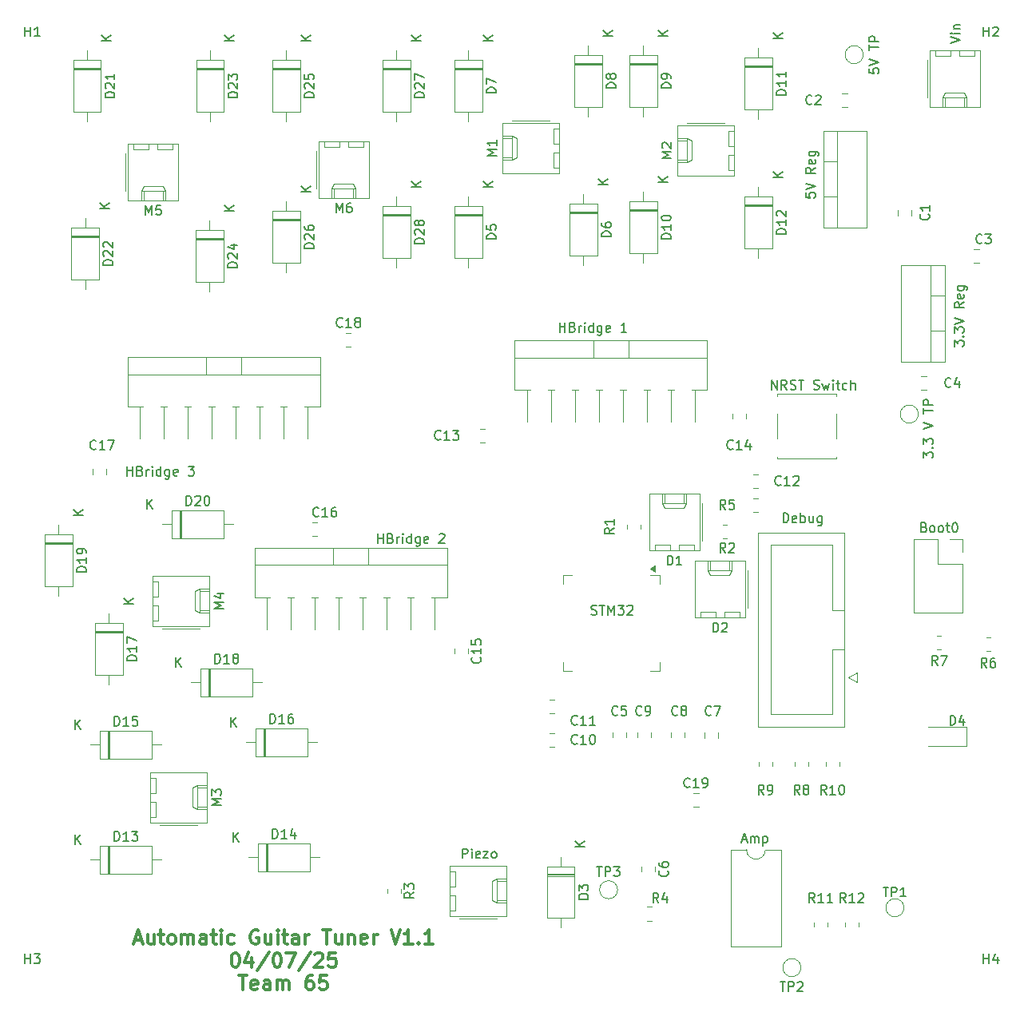
<source format=gbr>
%TF.GenerationSoftware,KiCad,Pcbnew,8.0.8*%
%TF.CreationDate,2025-04-07T19:10:48-05:00*%
%TF.ProjectId,Senior_Design_PCB_ethanl7_nrkim2,53656e69-6f72-45f4-9465-7369676e5f50,rev?*%
%TF.SameCoordinates,Original*%
%TF.FileFunction,Legend,Top*%
%TF.FilePolarity,Positive*%
%FSLAX46Y46*%
G04 Gerber Fmt 4.6, Leading zero omitted, Abs format (unit mm)*
G04 Created by KiCad (PCBNEW 8.0.8) date 2025-04-07 19:10:48*
%MOMM*%
%LPD*%
G01*
G04 APERTURE LIST*
%ADD10C,0.300000*%
%ADD11C,0.150000*%
%ADD12C,0.120000*%
G04 APERTURE END LIST*
D10*
X111722286Y-136020425D02*
X112436572Y-136020425D01*
X111579429Y-136448996D02*
X112079429Y-134948996D01*
X112079429Y-134948996D02*
X112579429Y-136448996D01*
X113722286Y-135448996D02*
X113722286Y-136448996D01*
X113079428Y-135448996D02*
X113079428Y-136234710D01*
X113079428Y-136234710D02*
X113150857Y-136377568D01*
X113150857Y-136377568D02*
X113293714Y-136448996D01*
X113293714Y-136448996D02*
X113508000Y-136448996D01*
X113508000Y-136448996D02*
X113650857Y-136377568D01*
X113650857Y-136377568D02*
X113722286Y-136306139D01*
X114222286Y-135448996D02*
X114793714Y-135448996D01*
X114436571Y-134948996D02*
X114436571Y-136234710D01*
X114436571Y-136234710D02*
X114508000Y-136377568D01*
X114508000Y-136377568D02*
X114650857Y-136448996D01*
X114650857Y-136448996D02*
X114793714Y-136448996D01*
X115508000Y-136448996D02*
X115365143Y-136377568D01*
X115365143Y-136377568D02*
X115293714Y-136306139D01*
X115293714Y-136306139D02*
X115222286Y-136163282D01*
X115222286Y-136163282D02*
X115222286Y-135734710D01*
X115222286Y-135734710D02*
X115293714Y-135591853D01*
X115293714Y-135591853D02*
X115365143Y-135520425D01*
X115365143Y-135520425D02*
X115508000Y-135448996D01*
X115508000Y-135448996D02*
X115722286Y-135448996D01*
X115722286Y-135448996D02*
X115865143Y-135520425D01*
X115865143Y-135520425D02*
X115936572Y-135591853D01*
X115936572Y-135591853D02*
X116008000Y-135734710D01*
X116008000Y-135734710D02*
X116008000Y-136163282D01*
X116008000Y-136163282D02*
X115936572Y-136306139D01*
X115936572Y-136306139D02*
X115865143Y-136377568D01*
X115865143Y-136377568D02*
X115722286Y-136448996D01*
X115722286Y-136448996D02*
X115508000Y-136448996D01*
X116650857Y-136448996D02*
X116650857Y-135448996D01*
X116650857Y-135591853D02*
X116722286Y-135520425D01*
X116722286Y-135520425D02*
X116865143Y-135448996D01*
X116865143Y-135448996D02*
X117079429Y-135448996D01*
X117079429Y-135448996D02*
X117222286Y-135520425D01*
X117222286Y-135520425D02*
X117293715Y-135663282D01*
X117293715Y-135663282D02*
X117293715Y-136448996D01*
X117293715Y-135663282D02*
X117365143Y-135520425D01*
X117365143Y-135520425D02*
X117508000Y-135448996D01*
X117508000Y-135448996D02*
X117722286Y-135448996D01*
X117722286Y-135448996D02*
X117865143Y-135520425D01*
X117865143Y-135520425D02*
X117936572Y-135663282D01*
X117936572Y-135663282D02*
X117936572Y-136448996D01*
X119293715Y-136448996D02*
X119293715Y-135663282D01*
X119293715Y-135663282D02*
X119222286Y-135520425D01*
X119222286Y-135520425D02*
X119079429Y-135448996D01*
X119079429Y-135448996D02*
X118793715Y-135448996D01*
X118793715Y-135448996D02*
X118650857Y-135520425D01*
X119293715Y-136377568D02*
X119150857Y-136448996D01*
X119150857Y-136448996D02*
X118793715Y-136448996D01*
X118793715Y-136448996D02*
X118650857Y-136377568D01*
X118650857Y-136377568D02*
X118579429Y-136234710D01*
X118579429Y-136234710D02*
X118579429Y-136091853D01*
X118579429Y-136091853D02*
X118650857Y-135948996D01*
X118650857Y-135948996D02*
X118793715Y-135877568D01*
X118793715Y-135877568D02*
X119150857Y-135877568D01*
X119150857Y-135877568D02*
X119293715Y-135806139D01*
X119793715Y-135448996D02*
X120365143Y-135448996D01*
X120008000Y-134948996D02*
X120008000Y-136234710D01*
X120008000Y-136234710D02*
X120079429Y-136377568D01*
X120079429Y-136377568D02*
X120222286Y-136448996D01*
X120222286Y-136448996D02*
X120365143Y-136448996D01*
X120865143Y-136448996D02*
X120865143Y-135448996D01*
X120865143Y-134948996D02*
X120793715Y-135020425D01*
X120793715Y-135020425D02*
X120865143Y-135091853D01*
X120865143Y-135091853D02*
X120936572Y-135020425D01*
X120936572Y-135020425D02*
X120865143Y-134948996D01*
X120865143Y-134948996D02*
X120865143Y-135091853D01*
X122222287Y-136377568D02*
X122079429Y-136448996D01*
X122079429Y-136448996D02*
X121793715Y-136448996D01*
X121793715Y-136448996D02*
X121650858Y-136377568D01*
X121650858Y-136377568D02*
X121579429Y-136306139D01*
X121579429Y-136306139D02*
X121508001Y-136163282D01*
X121508001Y-136163282D02*
X121508001Y-135734710D01*
X121508001Y-135734710D02*
X121579429Y-135591853D01*
X121579429Y-135591853D02*
X121650858Y-135520425D01*
X121650858Y-135520425D02*
X121793715Y-135448996D01*
X121793715Y-135448996D02*
X122079429Y-135448996D01*
X122079429Y-135448996D02*
X122222287Y-135520425D01*
X124793715Y-135020425D02*
X124650858Y-134948996D01*
X124650858Y-134948996D02*
X124436572Y-134948996D01*
X124436572Y-134948996D02*
X124222286Y-135020425D01*
X124222286Y-135020425D02*
X124079429Y-135163282D01*
X124079429Y-135163282D02*
X124008000Y-135306139D01*
X124008000Y-135306139D02*
X123936572Y-135591853D01*
X123936572Y-135591853D02*
X123936572Y-135806139D01*
X123936572Y-135806139D02*
X124008000Y-136091853D01*
X124008000Y-136091853D02*
X124079429Y-136234710D01*
X124079429Y-136234710D02*
X124222286Y-136377568D01*
X124222286Y-136377568D02*
X124436572Y-136448996D01*
X124436572Y-136448996D02*
X124579429Y-136448996D01*
X124579429Y-136448996D02*
X124793715Y-136377568D01*
X124793715Y-136377568D02*
X124865143Y-136306139D01*
X124865143Y-136306139D02*
X124865143Y-135806139D01*
X124865143Y-135806139D02*
X124579429Y-135806139D01*
X126150858Y-135448996D02*
X126150858Y-136448996D01*
X125508000Y-135448996D02*
X125508000Y-136234710D01*
X125508000Y-136234710D02*
X125579429Y-136377568D01*
X125579429Y-136377568D02*
X125722286Y-136448996D01*
X125722286Y-136448996D02*
X125936572Y-136448996D01*
X125936572Y-136448996D02*
X126079429Y-136377568D01*
X126079429Y-136377568D02*
X126150858Y-136306139D01*
X126865143Y-136448996D02*
X126865143Y-135448996D01*
X126865143Y-134948996D02*
X126793715Y-135020425D01*
X126793715Y-135020425D02*
X126865143Y-135091853D01*
X126865143Y-135091853D02*
X126936572Y-135020425D01*
X126936572Y-135020425D02*
X126865143Y-134948996D01*
X126865143Y-134948996D02*
X126865143Y-135091853D01*
X127365144Y-135448996D02*
X127936572Y-135448996D01*
X127579429Y-134948996D02*
X127579429Y-136234710D01*
X127579429Y-136234710D02*
X127650858Y-136377568D01*
X127650858Y-136377568D02*
X127793715Y-136448996D01*
X127793715Y-136448996D02*
X127936572Y-136448996D01*
X129079430Y-136448996D02*
X129079430Y-135663282D01*
X129079430Y-135663282D02*
X129008001Y-135520425D01*
X129008001Y-135520425D02*
X128865144Y-135448996D01*
X128865144Y-135448996D02*
X128579430Y-135448996D01*
X128579430Y-135448996D02*
X128436572Y-135520425D01*
X129079430Y-136377568D02*
X128936572Y-136448996D01*
X128936572Y-136448996D02*
X128579430Y-136448996D01*
X128579430Y-136448996D02*
X128436572Y-136377568D01*
X128436572Y-136377568D02*
X128365144Y-136234710D01*
X128365144Y-136234710D02*
X128365144Y-136091853D01*
X128365144Y-136091853D02*
X128436572Y-135948996D01*
X128436572Y-135948996D02*
X128579430Y-135877568D01*
X128579430Y-135877568D02*
X128936572Y-135877568D01*
X128936572Y-135877568D02*
X129079430Y-135806139D01*
X129793715Y-136448996D02*
X129793715Y-135448996D01*
X129793715Y-135734710D02*
X129865144Y-135591853D01*
X129865144Y-135591853D02*
X129936573Y-135520425D01*
X129936573Y-135520425D02*
X130079430Y-135448996D01*
X130079430Y-135448996D02*
X130222287Y-135448996D01*
X131650858Y-134948996D02*
X132508001Y-134948996D01*
X132079429Y-136448996D02*
X132079429Y-134948996D01*
X133650858Y-135448996D02*
X133650858Y-136448996D01*
X133008000Y-135448996D02*
X133008000Y-136234710D01*
X133008000Y-136234710D02*
X133079429Y-136377568D01*
X133079429Y-136377568D02*
X133222286Y-136448996D01*
X133222286Y-136448996D02*
X133436572Y-136448996D01*
X133436572Y-136448996D02*
X133579429Y-136377568D01*
X133579429Y-136377568D02*
X133650858Y-136306139D01*
X134365143Y-135448996D02*
X134365143Y-136448996D01*
X134365143Y-135591853D02*
X134436572Y-135520425D01*
X134436572Y-135520425D02*
X134579429Y-135448996D01*
X134579429Y-135448996D02*
X134793715Y-135448996D01*
X134793715Y-135448996D02*
X134936572Y-135520425D01*
X134936572Y-135520425D02*
X135008001Y-135663282D01*
X135008001Y-135663282D02*
X135008001Y-136448996D01*
X136293715Y-136377568D02*
X136150858Y-136448996D01*
X136150858Y-136448996D02*
X135865144Y-136448996D01*
X135865144Y-136448996D02*
X135722286Y-136377568D01*
X135722286Y-136377568D02*
X135650858Y-136234710D01*
X135650858Y-136234710D02*
X135650858Y-135663282D01*
X135650858Y-135663282D02*
X135722286Y-135520425D01*
X135722286Y-135520425D02*
X135865144Y-135448996D01*
X135865144Y-135448996D02*
X136150858Y-135448996D01*
X136150858Y-135448996D02*
X136293715Y-135520425D01*
X136293715Y-135520425D02*
X136365144Y-135663282D01*
X136365144Y-135663282D02*
X136365144Y-135806139D01*
X136365144Y-135806139D02*
X135650858Y-135948996D01*
X137008000Y-136448996D02*
X137008000Y-135448996D01*
X137008000Y-135734710D02*
X137079429Y-135591853D01*
X137079429Y-135591853D02*
X137150858Y-135520425D01*
X137150858Y-135520425D02*
X137293715Y-135448996D01*
X137293715Y-135448996D02*
X137436572Y-135448996D01*
X138865143Y-134948996D02*
X139365143Y-136448996D01*
X139365143Y-136448996D02*
X139865143Y-134948996D01*
X141150857Y-136448996D02*
X140293714Y-136448996D01*
X140722285Y-136448996D02*
X140722285Y-134948996D01*
X140722285Y-134948996D02*
X140579428Y-135163282D01*
X140579428Y-135163282D02*
X140436571Y-135306139D01*
X140436571Y-135306139D02*
X140293714Y-135377568D01*
X141793713Y-136306139D02*
X141865142Y-136377568D01*
X141865142Y-136377568D02*
X141793713Y-136448996D01*
X141793713Y-136448996D02*
X141722285Y-136377568D01*
X141722285Y-136377568D02*
X141793713Y-136306139D01*
X141793713Y-136306139D02*
X141793713Y-136448996D01*
X143293714Y-136448996D02*
X142436571Y-136448996D01*
X142865142Y-136448996D02*
X142865142Y-134948996D01*
X142865142Y-134948996D02*
X142722285Y-135163282D01*
X142722285Y-135163282D02*
X142579428Y-135306139D01*
X142579428Y-135306139D02*
X142436571Y-135377568D01*
X122293715Y-137363912D02*
X122436572Y-137363912D01*
X122436572Y-137363912D02*
X122579429Y-137435341D01*
X122579429Y-137435341D02*
X122650858Y-137506769D01*
X122650858Y-137506769D02*
X122722286Y-137649626D01*
X122722286Y-137649626D02*
X122793715Y-137935341D01*
X122793715Y-137935341D02*
X122793715Y-138292484D01*
X122793715Y-138292484D02*
X122722286Y-138578198D01*
X122722286Y-138578198D02*
X122650858Y-138721055D01*
X122650858Y-138721055D02*
X122579429Y-138792484D01*
X122579429Y-138792484D02*
X122436572Y-138863912D01*
X122436572Y-138863912D02*
X122293715Y-138863912D01*
X122293715Y-138863912D02*
X122150858Y-138792484D01*
X122150858Y-138792484D02*
X122079429Y-138721055D01*
X122079429Y-138721055D02*
X122008000Y-138578198D01*
X122008000Y-138578198D02*
X121936572Y-138292484D01*
X121936572Y-138292484D02*
X121936572Y-137935341D01*
X121936572Y-137935341D02*
X122008000Y-137649626D01*
X122008000Y-137649626D02*
X122079429Y-137506769D01*
X122079429Y-137506769D02*
X122150858Y-137435341D01*
X122150858Y-137435341D02*
X122293715Y-137363912D01*
X124079429Y-137863912D02*
X124079429Y-138863912D01*
X123722286Y-137292484D02*
X123365143Y-138363912D01*
X123365143Y-138363912D02*
X124293714Y-138363912D01*
X125936571Y-137292484D02*
X124650857Y-139221055D01*
X126722286Y-137363912D02*
X126865143Y-137363912D01*
X126865143Y-137363912D02*
X127008000Y-137435341D01*
X127008000Y-137435341D02*
X127079429Y-137506769D01*
X127079429Y-137506769D02*
X127150857Y-137649626D01*
X127150857Y-137649626D02*
X127222286Y-137935341D01*
X127222286Y-137935341D02*
X127222286Y-138292484D01*
X127222286Y-138292484D02*
X127150857Y-138578198D01*
X127150857Y-138578198D02*
X127079429Y-138721055D01*
X127079429Y-138721055D02*
X127008000Y-138792484D01*
X127008000Y-138792484D02*
X126865143Y-138863912D01*
X126865143Y-138863912D02*
X126722286Y-138863912D01*
X126722286Y-138863912D02*
X126579429Y-138792484D01*
X126579429Y-138792484D02*
X126508000Y-138721055D01*
X126508000Y-138721055D02*
X126436571Y-138578198D01*
X126436571Y-138578198D02*
X126365143Y-138292484D01*
X126365143Y-138292484D02*
X126365143Y-137935341D01*
X126365143Y-137935341D02*
X126436571Y-137649626D01*
X126436571Y-137649626D02*
X126508000Y-137506769D01*
X126508000Y-137506769D02*
X126579429Y-137435341D01*
X126579429Y-137435341D02*
X126722286Y-137363912D01*
X127722285Y-137363912D02*
X128722285Y-137363912D01*
X128722285Y-137363912D02*
X128079428Y-138863912D01*
X130365142Y-137292484D02*
X129079428Y-139221055D01*
X130793714Y-137506769D02*
X130865142Y-137435341D01*
X130865142Y-137435341D02*
X131008000Y-137363912D01*
X131008000Y-137363912D02*
X131365142Y-137363912D01*
X131365142Y-137363912D02*
X131508000Y-137435341D01*
X131508000Y-137435341D02*
X131579428Y-137506769D01*
X131579428Y-137506769D02*
X131650857Y-137649626D01*
X131650857Y-137649626D02*
X131650857Y-137792484D01*
X131650857Y-137792484D02*
X131579428Y-138006769D01*
X131579428Y-138006769D02*
X130722285Y-138863912D01*
X130722285Y-138863912D02*
X131650857Y-138863912D01*
X133007999Y-137363912D02*
X132293713Y-137363912D01*
X132293713Y-137363912D02*
X132222285Y-138078198D01*
X132222285Y-138078198D02*
X132293713Y-138006769D01*
X132293713Y-138006769D02*
X132436571Y-137935341D01*
X132436571Y-137935341D02*
X132793713Y-137935341D01*
X132793713Y-137935341D02*
X132936571Y-138006769D01*
X132936571Y-138006769D02*
X133007999Y-138078198D01*
X133007999Y-138078198D02*
X133079428Y-138221055D01*
X133079428Y-138221055D02*
X133079428Y-138578198D01*
X133079428Y-138578198D02*
X133007999Y-138721055D01*
X133007999Y-138721055D02*
X132936571Y-138792484D01*
X132936571Y-138792484D02*
X132793713Y-138863912D01*
X132793713Y-138863912D02*
X132436571Y-138863912D01*
X132436571Y-138863912D02*
X132293713Y-138792484D01*
X132293713Y-138792484D02*
X132222285Y-138721055D01*
X122758001Y-139778828D02*
X123615144Y-139778828D01*
X123186572Y-141278828D02*
X123186572Y-139778828D01*
X124686572Y-141207400D02*
X124543715Y-141278828D01*
X124543715Y-141278828D02*
X124258001Y-141278828D01*
X124258001Y-141278828D02*
X124115143Y-141207400D01*
X124115143Y-141207400D02*
X124043715Y-141064542D01*
X124043715Y-141064542D02*
X124043715Y-140493114D01*
X124043715Y-140493114D02*
X124115143Y-140350257D01*
X124115143Y-140350257D02*
X124258001Y-140278828D01*
X124258001Y-140278828D02*
X124543715Y-140278828D01*
X124543715Y-140278828D02*
X124686572Y-140350257D01*
X124686572Y-140350257D02*
X124758001Y-140493114D01*
X124758001Y-140493114D02*
X124758001Y-140635971D01*
X124758001Y-140635971D02*
X124043715Y-140778828D01*
X126043715Y-141278828D02*
X126043715Y-140493114D01*
X126043715Y-140493114D02*
X125972286Y-140350257D01*
X125972286Y-140350257D02*
X125829429Y-140278828D01*
X125829429Y-140278828D02*
X125543715Y-140278828D01*
X125543715Y-140278828D02*
X125400857Y-140350257D01*
X126043715Y-141207400D02*
X125900857Y-141278828D01*
X125900857Y-141278828D02*
X125543715Y-141278828D01*
X125543715Y-141278828D02*
X125400857Y-141207400D01*
X125400857Y-141207400D02*
X125329429Y-141064542D01*
X125329429Y-141064542D02*
X125329429Y-140921685D01*
X125329429Y-140921685D02*
X125400857Y-140778828D01*
X125400857Y-140778828D02*
X125543715Y-140707400D01*
X125543715Y-140707400D02*
X125900857Y-140707400D01*
X125900857Y-140707400D02*
X126043715Y-140635971D01*
X126758000Y-141278828D02*
X126758000Y-140278828D01*
X126758000Y-140421685D02*
X126829429Y-140350257D01*
X126829429Y-140350257D02*
X126972286Y-140278828D01*
X126972286Y-140278828D02*
X127186572Y-140278828D01*
X127186572Y-140278828D02*
X127329429Y-140350257D01*
X127329429Y-140350257D02*
X127400858Y-140493114D01*
X127400858Y-140493114D02*
X127400858Y-141278828D01*
X127400858Y-140493114D02*
X127472286Y-140350257D01*
X127472286Y-140350257D02*
X127615143Y-140278828D01*
X127615143Y-140278828D02*
X127829429Y-140278828D01*
X127829429Y-140278828D02*
X127972286Y-140350257D01*
X127972286Y-140350257D02*
X128043715Y-140493114D01*
X128043715Y-140493114D02*
X128043715Y-141278828D01*
X130543715Y-139778828D02*
X130258000Y-139778828D01*
X130258000Y-139778828D02*
X130115143Y-139850257D01*
X130115143Y-139850257D02*
X130043715Y-139921685D01*
X130043715Y-139921685D02*
X129900857Y-140135971D01*
X129900857Y-140135971D02*
X129829429Y-140421685D01*
X129829429Y-140421685D02*
X129829429Y-140993114D01*
X129829429Y-140993114D02*
X129900857Y-141135971D01*
X129900857Y-141135971D02*
X129972286Y-141207400D01*
X129972286Y-141207400D02*
X130115143Y-141278828D01*
X130115143Y-141278828D02*
X130400857Y-141278828D01*
X130400857Y-141278828D02*
X130543715Y-141207400D01*
X130543715Y-141207400D02*
X130615143Y-141135971D01*
X130615143Y-141135971D02*
X130686572Y-140993114D01*
X130686572Y-140993114D02*
X130686572Y-140635971D01*
X130686572Y-140635971D02*
X130615143Y-140493114D01*
X130615143Y-140493114D02*
X130543715Y-140421685D01*
X130543715Y-140421685D02*
X130400857Y-140350257D01*
X130400857Y-140350257D02*
X130115143Y-140350257D01*
X130115143Y-140350257D02*
X129972286Y-140421685D01*
X129972286Y-140421685D02*
X129900857Y-140493114D01*
X129900857Y-140493114D02*
X129829429Y-140635971D01*
X132043714Y-139778828D02*
X131329428Y-139778828D01*
X131329428Y-139778828D02*
X131258000Y-140493114D01*
X131258000Y-140493114D02*
X131329428Y-140421685D01*
X131329428Y-140421685D02*
X131472286Y-140350257D01*
X131472286Y-140350257D02*
X131829428Y-140350257D01*
X131829428Y-140350257D02*
X131972286Y-140421685D01*
X131972286Y-140421685D02*
X132043714Y-140493114D01*
X132043714Y-140493114D02*
X132115143Y-140635971D01*
X132115143Y-140635971D02*
X132115143Y-140993114D01*
X132115143Y-140993114D02*
X132043714Y-141135971D01*
X132043714Y-141135971D02*
X131972286Y-141207400D01*
X131972286Y-141207400D02*
X131829428Y-141278828D01*
X131829428Y-141278828D02*
X131472286Y-141278828D01*
X131472286Y-141278828D02*
X131329428Y-141207400D01*
X131329428Y-141207400D02*
X131258000Y-141135971D01*
D11*
X198127266Y-113219288D02*
X198127266Y-112219288D01*
X198127266Y-112219288D02*
X198365361Y-112219288D01*
X198365361Y-112219288D02*
X198508218Y-112266907D01*
X198508218Y-112266907D02*
X198603456Y-112362145D01*
X198603456Y-112362145D02*
X198651075Y-112457383D01*
X198651075Y-112457383D02*
X198698694Y-112647859D01*
X198698694Y-112647859D02*
X198698694Y-112790716D01*
X198698694Y-112790716D02*
X198651075Y-112981192D01*
X198651075Y-112981192D02*
X198603456Y-113076430D01*
X198603456Y-113076430D02*
X198508218Y-113171669D01*
X198508218Y-113171669D02*
X198365361Y-113219288D01*
X198365361Y-113219288D02*
X198127266Y-113219288D01*
X199555837Y-112552621D02*
X199555837Y-113219288D01*
X199317742Y-112171669D02*
X199079647Y-112885954D01*
X199079647Y-112885954D02*
X199698694Y-112885954D01*
X180724819Y-61158285D02*
X179724819Y-61158285D01*
X179724819Y-61158285D02*
X179724819Y-60920190D01*
X179724819Y-60920190D02*
X179772438Y-60777333D01*
X179772438Y-60777333D02*
X179867676Y-60682095D01*
X179867676Y-60682095D02*
X179962914Y-60634476D01*
X179962914Y-60634476D02*
X180153390Y-60586857D01*
X180153390Y-60586857D02*
X180296247Y-60586857D01*
X180296247Y-60586857D02*
X180486723Y-60634476D01*
X180486723Y-60634476D02*
X180581961Y-60682095D01*
X180581961Y-60682095D02*
X180677200Y-60777333D01*
X180677200Y-60777333D02*
X180724819Y-60920190D01*
X180724819Y-60920190D02*
X180724819Y-61158285D01*
X180724819Y-59634476D02*
X180724819Y-60205904D01*
X180724819Y-59920190D02*
X179724819Y-59920190D01*
X179724819Y-59920190D02*
X179867676Y-60015428D01*
X179867676Y-60015428D02*
X179962914Y-60110666D01*
X179962914Y-60110666D02*
X180010533Y-60205904D01*
X179820057Y-59253523D02*
X179772438Y-59205904D01*
X179772438Y-59205904D02*
X179724819Y-59110666D01*
X179724819Y-59110666D02*
X179724819Y-58872571D01*
X179724819Y-58872571D02*
X179772438Y-58777333D01*
X179772438Y-58777333D02*
X179820057Y-58729714D01*
X179820057Y-58729714D02*
X179915295Y-58682095D01*
X179915295Y-58682095D02*
X180010533Y-58682095D01*
X180010533Y-58682095D02*
X180153390Y-58729714D01*
X180153390Y-58729714D02*
X180724819Y-59301142D01*
X180724819Y-59301142D02*
X180724819Y-58682095D01*
X180354819Y-55125904D02*
X179354819Y-55125904D01*
X180354819Y-54554476D02*
X179783390Y-54983047D01*
X179354819Y-54554476D02*
X179926247Y-55125904D01*
X109529714Y-125492819D02*
X109529714Y-124492819D01*
X109529714Y-124492819D02*
X109767809Y-124492819D01*
X109767809Y-124492819D02*
X109910666Y-124540438D01*
X109910666Y-124540438D02*
X110005904Y-124635676D01*
X110005904Y-124635676D02*
X110053523Y-124730914D01*
X110053523Y-124730914D02*
X110101142Y-124921390D01*
X110101142Y-124921390D02*
X110101142Y-125064247D01*
X110101142Y-125064247D02*
X110053523Y-125254723D01*
X110053523Y-125254723D02*
X110005904Y-125349961D01*
X110005904Y-125349961D02*
X109910666Y-125445200D01*
X109910666Y-125445200D02*
X109767809Y-125492819D01*
X109767809Y-125492819D02*
X109529714Y-125492819D01*
X111053523Y-125492819D02*
X110482095Y-125492819D01*
X110767809Y-125492819D02*
X110767809Y-124492819D01*
X110767809Y-124492819D02*
X110672571Y-124635676D01*
X110672571Y-124635676D02*
X110577333Y-124730914D01*
X110577333Y-124730914D02*
X110482095Y-124778533D01*
X111386857Y-124492819D02*
X112005904Y-124492819D01*
X112005904Y-124492819D02*
X111672571Y-124873771D01*
X111672571Y-124873771D02*
X111815428Y-124873771D01*
X111815428Y-124873771D02*
X111910666Y-124921390D01*
X111910666Y-124921390D02*
X111958285Y-124969009D01*
X111958285Y-124969009D02*
X112005904Y-125064247D01*
X112005904Y-125064247D02*
X112005904Y-125302342D01*
X112005904Y-125302342D02*
X111958285Y-125397580D01*
X111958285Y-125397580D02*
X111910666Y-125445200D01*
X111910666Y-125445200D02*
X111815428Y-125492819D01*
X111815428Y-125492819D02*
X111529714Y-125492819D01*
X111529714Y-125492819D02*
X111434476Y-125445200D01*
X111434476Y-125445200D02*
X111386857Y-125397580D01*
X105402095Y-125862819D02*
X105402095Y-124862819D01*
X105973523Y-125862819D02*
X105544952Y-125291390D01*
X105973523Y-124862819D02*
X105402095Y-125434247D01*
X110886551Y-86803288D02*
X110886551Y-85803288D01*
X110886551Y-86279478D02*
X111457979Y-86279478D01*
X111457979Y-86803288D02*
X111457979Y-85803288D01*
X112267503Y-86279478D02*
X112410360Y-86327097D01*
X112410360Y-86327097D02*
X112457979Y-86374716D01*
X112457979Y-86374716D02*
X112505598Y-86469954D01*
X112505598Y-86469954D02*
X112505598Y-86612811D01*
X112505598Y-86612811D02*
X112457979Y-86708049D01*
X112457979Y-86708049D02*
X112410360Y-86755669D01*
X112410360Y-86755669D02*
X112315122Y-86803288D01*
X112315122Y-86803288D02*
X111934170Y-86803288D01*
X111934170Y-86803288D02*
X111934170Y-85803288D01*
X111934170Y-85803288D02*
X112267503Y-85803288D01*
X112267503Y-85803288D02*
X112362741Y-85850907D01*
X112362741Y-85850907D02*
X112410360Y-85898526D01*
X112410360Y-85898526D02*
X112457979Y-85993764D01*
X112457979Y-85993764D02*
X112457979Y-86089002D01*
X112457979Y-86089002D02*
X112410360Y-86184240D01*
X112410360Y-86184240D02*
X112362741Y-86231859D01*
X112362741Y-86231859D02*
X112267503Y-86279478D01*
X112267503Y-86279478D02*
X111934170Y-86279478D01*
X112934170Y-86803288D02*
X112934170Y-86136621D01*
X112934170Y-86327097D02*
X112981789Y-86231859D01*
X112981789Y-86231859D02*
X113029408Y-86184240D01*
X113029408Y-86184240D02*
X113124646Y-86136621D01*
X113124646Y-86136621D02*
X113219884Y-86136621D01*
X113553218Y-86803288D02*
X113553218Y-86136621D01*
X113553218Y-85803288D02*
X113505599Y-85850907D01*
X113505599Y-85850907D02*
X113553218Y-85898526D01*
X113553218Y-85898526D02*
X113600837Y-85850907D01*
X113600837Y-85850907D02*
X113553218Y-85803288D01*
X113553218Y-85803288D02*
X113553218Y-85898526D01*
X114457979Y-86803288D02*
X114457979Y-85803288D01*
X114457979Y-86755669D02*
X114362741Y-86803288D01*
X114362741Y-86803288D02*
X114172265Y-86803288D01*
X114172265Y-86803288D02*
X114077027Y-86755669D01*
X114077027Y-86755669D02*
X114029408Y-86708049D01*
X114029408Y-86708049D02*
X113981789Y-86612811D01*
X113981789Y-86612811D02*
X113981789Y-86327097D01*
X113981789Y-86327097D02*
X114029408Y-86231859D01*
X114029408Y-86231859D02*
X114077027Y-86184240D01*
X114077027Y-86184240D02*
X114172265Y-86136621D01*
X114172265Y-86136621D02*
X114362741Y-86136621D01*
X114362741Y-86136621D02*
X114457979Y-86184240D01*
X115362741Y-86136621D02*
X115362741Y-86946145D01*
X115362741Y-86946145D02*
X115315122Y-87041383D01*
X115315122Y-87041383D02*
X115267503Y-87089002D01*
X115267503Y-87089002D02*
X115172265Y-87136621D01*
X115172265Y-87136621D02*
X115029408Y-87136621D01*
X115029408Y-87136621D02*
X114934170Y-87089002D01*
X115362741Y-86755669D02*
X115267503Y-86803288D01*
X115267503Y-86803288D02*
X115077027Y-86803288D01*
X115077027Y-86803288D02*
X114981789Y-86755669D01*
X114981789Y-86755669D02*
X114934170Y-86708049D01*
X114934170Y-86708049D02*
X114886551Y-86612811D01*
X114886551Y-86612811D02*
X114886551Y-86327097D01*
X114886551Y-86327097D02*
X114934170Y-86231859D01*
X114934170Y-86231859D02*
X114981789Y-86184240D01*
X114981789Y-86184240D02*
X115077027Y-86136621D01*
X115077027Y-86136621D02*
X115267503Y-86136621D01*
X115267503Y-86136621D02*
X115362741Y-86184240D01*
X116219884Y-86755669D02*
X116124646Y-86803288D01*
X116124646Y-86803288D02*
X115934170Y-86803288D01*
X115934170Y-86803288D02*
X115838932Y-86755669D01*
X115838932Y-86755669D02*
X115791313Y-86660430D01*
X115791313Y-86660430D02*
X115791313Y-86279478D01*
X115791313Y-86279478D02*
X115838932Y-86184240D01*
X115838932Y-86184240D02*
X115934170Y-86136621D01*
X115934170Y-86136621D02*
X116124646Y-86136621D01*
X116124646Y-86136621D02*
X116219884Y-86184240D01*
X116219884Y-86184240D02*
X116267503Y-86279478D01*
X116267503Y-86279478D02*
X116267503Y-86374716D01*
X116267503Y-86374716D02*
X115791313Y-86469954D01*
X117362742Y-85803288D02*
X117981789Y-85803288D01*
X117981789Y-85803288D02*
X117648456Y-86184240D01*
X117648456Y-86184240D02*
X117791313Y-86184240D01*
X117791313Y-86184240D02*
X117886551Y-86231859D01*
X117886551Y-86231859D02*
X117934170Y-86279478D01*
X117934170Y-86279478D02*
X117981789Y-86374716D01*
X117981789Y-86374716D02*
X117981789Y-86612811D01*
X117981789Y-86612811D02*
X117934170Y-86708049D01*
X117934170Y-86708049D02*
X117886551Y-86755669D01*
X117886551Y-86755669D02*
X117791313Y-86803288D01*
X117791313Y-86803288D02*
X117505599Y-86803288D01*
X117505599Y-86803288D02*
X117410361Y-86755669D01*
X117410361Y-86755669D02*
X117362742Y-86708049D01*
X180724819Y-46426285D02*
X179724819Y-46426285D01*
X179724819Y-46426285D02*
X179724819Y-46188190D01*
X179724819Y-46188190D02*
X179772438Y-46045333D01*
X179772438Y-46045333D02*
X179867676Y-45950095D01*
X179867676Y-45950095D02*
X179962914Y-45902476D01*
X179962914Y-45902476D02*
X180153390Y-45854857D01*
X180153390Y-45854857D02*
X180296247Y-45854857D01*
X180296247Y-45854857D02*
X180486723Y-45902476D01*
X180486723Y-45902476D02*
X180581961Y-45950095D01*
X180581961Y-45950095D02*
X180677200Y-46045333D01*
X180677200Y-46045333D02*
X180724819Y-46188190D01*
X180724819Y-46188190D02*
X180724819Y-46426285D01*
X180724819Y-44902476D02*
X180724819Y-45473904D01*
X180724819Y-45188190D02*
X179724819Y-45188190D01*
X179724819Y-45188190D02*
X179867676Y-45283428D01*
X179867676Y-45283428D02*
X179962914Y-45378666D01*
X179962914Y-45378666D02*
X180010533Y-45473904D01*
X180724819Y-43950095D02*
X180724819Y-44521523D01*
X180724819Y-44235809D02*
X179724819Y-44235809D01*
X179724819Y-44235809D02*
X179867676Y-44331047D01*
X179867676Y-44331047D02*
X179962914Y-44426285D01*
X179962914Y-44426285D02*
X180010533Y-44521523D01*
X180354819Y-40393904D02*
X179354819Y-40393904D01*
X180354819Y-39822476D02*
X179783390Y-40251047D01*
X179354819Y-39822476D02*
X179926247Y-40393904D01*
X109529714Y-113300819D02*
X109529714Y-112300819D01*
X109529714Y-112300819D02*
X109767809Y-112300819D01*
X109767809Y-112300819D02*
X109910666Y-112348438D01*
X109910666Y-112348438D02*
X110005904Y-112443676D01*
X110005904Y-112443676D02*
X110053523Y-112538914D01*
X110053523Y-112538914D02*
X110101142Y-112729390D01*
X110101142Y-112729390D02*
X110101142Y-112872247D01*
X110101142Y-112872247D02*
X110053523Y-113062723D01*
X110053523Y-113062723D02*
X110005904Y-113157961D01*
X110005904Y-113157961D02*
X109910666Y-113253200D01*
X109910666Y-113253200D02*
X109767809Y-113300819D01*
X109767809Y-113300819D02*
X109529714Y-113300819D01*
X111053523Y-113300819D02*
X110482095Y-113300819D01*
X110767809Y-113300819D02*
X110767809Y-112300819D01*
X110767809Y-112300819D02*
X110672571Y-112443676D01*
X110672571Y-112443676D02*
X110577333Y-112538914D01*
X110577333Y-112538914D02*
X110482095Y-112586533D01*
X111958285Y-112300819D02*
X111482095Y-112300819D01*
X111482095Y-112300819D02*
X111434476Y-112777009D01*
X111434476Y-112777009D02*
X111482095Y-112729390D01*
X111482095Y-112729390D02*
X111577333Y-112681771D01*
X111577333Y-112681771D02*
X111815428Y-112681771D01*
X111815428Y-112681771D02*
X111910666Y-112729390D01*
X111910666Y-112729390D02*
X111958285Y-112777009D01*
X111958285Y-112777009D02*
X112005904Y-112872247D01*
X112005904Y-112872247D02*
X112005904Y-113110342D01*
X112005904Y-113110342D02*
X111958285Y-113205580D01*
X111958285Y-113205580D02*
X111910666Y-113253200D01*
X111910666Y-113253200D02*
X111815428Y-113300819D01*
X111815428Y-113300819D02*
X111577333Y-113300819D01*
X111577333Y-113300819D02*
X111482095Y-113253200D01*
X111482095Y-113253200D02*
X111434476Y-113205580D01*
X105402095Y-113670819D02*
X105402095Y-112670819D01*
X105973523Y-113670819D02*
X105544952Y-113099390D01*
X105973523Y-112670819D02*
X105402095Y-113242247D01*
X162690819Y-45696094D02*
X161690819Y-45696094D01*
X161690819Y-45696094D02*
X161690819Y-45457999D01*
X161690819Y-45457999D02*
X161738438Y-45315142D01*
X161738438Y-45315142D02*
X161833676Y-45219904D01*
X161833676Y-45219904D02*
X161928914Y-45172285D01*
X161928914Y-45172285D02*
X162119390Y-45124666D01*
X162119390Y-45124666D02*
X162262247Y-45124666D01*
X162262247Y-45124666D02*
X162452723Y-45172285D01*
X162452723Y-45172285D02*
X162547961Y-45219904D01*
X162547961Y-45219904D02*
X162643200Y-45315142D01*
X162643200Y-45315142D02*
X162690819Y-45457999D01*
X162690819Y-45457999D02*
X162690819Y-45696094D01*
X162119390Y-44553237D02*
X162071771Y-44648475D01*
X162071771Y-44648475D02*
X162024152Y-44696094D01*
X162024152Y-44696094D02*
X161928914Y-44743713D01*
X161928914Y-44743713D02*
X161881295Y-44743713D01*
X161881295Y-44743713D02*
X161786057Y-44696094D01*
X161786057Y-44696094D02*
X161738438Y-44648475D01*
X161738438Y-44648475D02*
X161690819Y-44553237D01*
X161690819Y-44553237D02*
X161690819Y-44362761D01*
X161690819Y-44362761D02*
X161738438Y-44267523D01*
X161738438Y-44267523D02*
X161786057Y-44219904D01*
X161786057Y-44219904D02*
X161881295Y-44172285D01*
X161881295Y-44172285D02*
X161928914Y-44172285D01*
X161928914Y-44172285D02*
X162024152Y-44219904D01*
X162024152Y-44219904D02*
X162071771Y-44267523D01*
X162071771Y-44267523D02*
X162119390Y-44362761D01*
X162119390Y-44362761D02*
X162119390Y-44553237D01*
X162119390Y-44553237D02*
X162167009Y-44648475D01*
X162167009Y-44648475D02*
X162214628Y-44696094D01*
X162214628Y-44696094D02*
X162309866Y-44743713D01*
X162309866Y-44743713D02*
X162500342Y-44743713D01*
X162500342Y-44743713D02*
X162595580Y-44696094D01*
X162595580Y-44696094D02*
X162643200Y-44648475D01*
X162643200Y-44648475D02*
X162690819Y-44553237D01*
X162690819Y-44553237D02*
X162690819Y-44362761D01*
X162690819Y-44362761D02*
X162643200Y-44267523D01*
X162643200Y-44267523D02*
X162595580Y-44219904D01*
X162595580Y-44219904D02*
X162500342Y-44172285D01*
X162500342Y-44172285D02*
X162309866Y-44172285D01*
X162309866Y-44172285D02*
X162214628Y-44219904D01*
X162214628Y-44219904D02*
X162167009Y-44267523D01*
X162167009Y-44267523D02*
X162119390Y-44362761D01*
X162320819Y-40139904D02*
X161320819Y-40139904D01*
X162320819Y-39568476D02*
X161749390Y-39997047D01*
X161320819Y-39568476D02*
X161892247Y-40139904D01*
X156733551Y-71563288D02*
X156733551Y-70563288D01*
X156733551Y-71039478D02*
X157304979Y-71039478D01*
X157304979Y-71563288D02*
X157304979Y-70563288D01*
X158114503Y-71039478D02*
X158257360Y-71087097D01*
X158257360Y-71087097D02*
X158304979Y-71134716D01*
X158304979Y-71134716D02*
X158352598Y-71229954D01*
X158352598Y-71229954D02*
X158352598Y-71372811D01*
X158352598Y-71372811D02*
X158304979Y-71468049D01*
X158304979Y-71468049D02*
X158257360Y-71515669D01*
X158257360Y-71515669D02*
X158162122Y-71563288D01*
X158162122Y-71563288D02*
X157781170Y-71563288D01*
X157781170Y-71563288D02*
X157781170Y-70563288D01*
X157781170Y-70563288D02*
X158114503Y-70563288D01*
X158114503Y-70563288D02*
X158209741Y-70610907D01*
X158209741Y-70610907D02*
X158257360Y-70658526D01*
X158257360Y-70658526D02*
X158304979Y-70753764D01*
X158304979Y-70753764D02*
X158304979Y-70849002D01*
X158304979Y-70849002D02*
X158257360Y-70944240D01*
X158257360Y-70944240D02*
X158209741Y-70991859D01*
X158209741Y-70991859D02*
X158114503Y-71039478D01*
X158114503Y-71039478D02*
X157781170Y-71039478D01*
X158781170Y-71563288D02*
X158781170Y-70896621D01*
X158781170Y-71087097D02*
X158828789Y-70991859D01*
X158828789Y-70991859D02*
X158876408Y-70944240D01*
X158876408Y-70944240D02*
X158971646Y-70896621D01*
X158971646Y-70896621D02*
X159066884Y-70896621D01*
X159400218Y-71563288D02*
X159400218Y-70896621D01*
X159400218Y-70563288D02*
X159352599Y-70610907D01*
X159352599Y-70610907D02*
X159400218Y-70658526D01*
X159400218Y-70658526D02*
X159447837Y-70610907D01*
X159447837Y-70610907D02*
X159400218Y-70563288D01*
X159400218Y-70563288D02*
X159400218Y-70658526D01*
X160304979Y-71563288D02*
X160304979Y-70563288D01*
X160304979Y-71515669D02*
X160209741Y-71563288D01*
X160209741Y-71563288D02*
X160019265Y-71563288D01*
X160019265Y-71563288D02*
X159924027Y-71515669D01*
X159924027Y-71515669D02*
X159876408Y-71468049D01*
X159876408Y-71468049D02*
X159828789Y-71372811D01*
X159828789Y-71372811D02*
X159828789Y-71087097D01*
X159828789Y-71087097D02*
X159876408Y-70991859D01*
X159876408Y-70991859D02*
X159924027Y-70944240D01*
X159924027Y-70944240D02*
X160019265Y-70896621D01*
X160019265Y-70896621D02*
X160209741Y-70896621D01*
X160209741Y-70896621D02*
X160304979Y-70944240D01*
X161209741Y-70896621D02*
X161209741Y-71706145D01*
X161209741Y-71706145D02*
X161162122Y-71801383D01*
X161162122Y-71801383D02*
X161114503Y-71849002D01*
X161114503Y-71849002D02*
X161019265Y-71896621D01*
X161019265Y-71896621D02*
X160876408Y-71896621D01*
X160876408Y-71896621D02*
X160781170Y-71849002D01*
X161209741Y-71515669D02*
X161114503Y-71563288D01*
X161114503Y-71563288D02*
X160924027Y-71563288D01*
X160924027Y-71563288D02*
X160828789Y-71515669D01*
X160828789Y-71515669D02*
X160781170Y-71468049D01*
X160781170Y-71468049D02*
X160733551Y-71372811D01*
X160733551Y-71372811D02*
X160733551Y-71087097D01*
X160733551Y-71087097D02*
X160781170Y-70991859D01*
X160781170Y-70991859D02*
X160828789Y-70944240D01*
X160828789Y-70944240D02*
X160924027Y-70896621D01*
X160924027Y-70896621D02*
X161114503Y-70896621D01*
X161114503Y-70896621D02*
X161209741Y-70944240D01*
X162066884Y-71515669D02*
X161971646Y-71563288D01*
X161971646Y-71563288D02*
X161781170Y-71563288D01*
X161781170Y-71563288D02*
X161685932Y-71515669D01*
X161685932Y-71515669D02*
X161638313Y-71420430D01*
X161638313Y-71420430D02*
X161638313Y-71039478D01*
X161638313Y-71039478D02*
X161685932Y-70944240D01*
X161685932Y-70944240D02*
X161781170Y-70896621D01*
X161781170Y-70896621D02*
X161971646Y-70896621D01*
X161971646Y-70896621D02*
X162066884Y-70944240D01*
X162066884Y-70944240D02*
X162114503Y-71039478D01*
X162114503Y-71039478D02*
X162114503Y-71134716D01*
X162114503Y-71134716D02*
X161638313Y-71229954D01*
X163828789Y-71563288D02*
X163257361Y-71563288D01*
X163543075Y-71563288D02*
X163543075Y-70563288D01*
X163543075Y-70563288D02*
X163447837Y-70706145D01*
X163447837Y-70706145D02*
X163352599Y-70801383D01*
X163352599Y-70801383D02*
X163257361Y-70849002D01*
X180094095Y-140424819D02*
X180665523Y-140424819D01*
X180379809Y-141424819D02*
X180379809Y-140424819D01*
X180998857Y-141424819D02*
X180998857Y-140424819D01*
X180998857Y-140424819D02*
X181379809Y-140424819D01*
X181379809Y-140424819D02*
X181475047Y-140472438D01*
X181475047Y-140472438D02*
X181522666Y-140520057D01*
X181522666Y-140520057D02*
X181570285Y-140615295D01*
X181570285Y-140615295D02*
X181570285Y-140758152D01*
X181570285Y-140758152D02*
X181522666Y-140853390D01*
X181522666Y-140853390D02*
X181475047Y-140901009D01*
X181475047Y-140901009D02*
X181379809Y-140948628D01*
X181379809Y-140948628D02*
X180998857Y-140948628D01*
X181951238Y-140520057D02*
X181998857Y-140472438D01*
X181998857Y-140472438D02*
X182094095Y-140424819D01*
X182094095Y-140424819D02*
X182332190Y-140424819D01*
X182332190Y-140424819D02*
X182427428Y-140472438D01*
X182427428Y-140472438D02*
X182475047Y-140520057D01*
X182475047Y-140520057D02*
X182522666Y-140615295D01*
X182522666Y-140615295D02*
X182522666Y-140710533D01*
X182522666Y-140710533D02*
X182475047Y-140853390D01*
X182475047Y-140853390D02*
X181903619Y-141424819D01*
X181903619Y-141424819D02*
X182522666Y-141424819D01*
X162490180Y-92357135D02*
X162013989Y-92690468D01*
X162490180Y-92928563D02*
X161490180Y-92928563D01*
X161490180Y-92928563D02*
X161490180Y-92547611D01*
X161490180Y-92547611D02*
X161537799Y-92452373D01*
X161537799Y-92452373D02*
X161585418Y-92404754D01*
X161585418Y-92404754D02*
X161680656Y-92357135D01*
X161680656Y-92357135D02*
X161823513Y-92357135D01*
X161823513Y-92357135D02*
X161918751Y-92404754D01*
X161918751Y-92404754D02*
X161966370Y-92452373D01*
X161966370Y-92452373D02*
X162013989Y-92547611D01*
X162013989Y-92547611D02*
X162013989Y-92928563D01*
X162490180Y-91404754D02*
X162490180Y-91976182D01*
X162490180Y-91690468D02*
X161490180Y-91690468D01*
X161490180Y-91690468D02*
X161633037Y-91785706D01*
X161633037Y-91785706D02*
X161728275Y-91880944D01*
X161728275Y-91880944D02*
X161775894Y-91976182D01*
X168155266Y-96257288D02*
X168155266Y-95257288D01*
X168155266Y-95257288D02*
X168393361Y-95257288D01*
X168393361Y-95257288D02*
X168536218Y-95304907D01*
X168536218Y-95304907D02*
X168631456Y-95400145D01*
X168631456Y-95400145D02*
X168679075Y-95495383D01*
X168679075Y-95495383D02*
X168726694Y-95685859D01*
X168726694Y-95685859D02*
X168726694Y-95828716D01*
X168726694Y-95828716D02*
X168679075Y-96019192D01*
X168679075Y-96019192D02*
X168631456Y-96114430D01*
X168631456Y-96114430D02*
X168536218Y-96209669D01*
X168536218Y-96209669D02*
X168393361Y-96257288D01*
X168393361Y-96257288D02*
X168155266Y-96257288D01*
X169679075Y-96257288D02*
X169107647Y-96257288D01*
X169393361Y-96257288D02*
X169393361Y-95257288D01*
X169393361Y-95257288D02*
X169298123Y-95400145D01*
X169298123Y-95400145D02*
X169202885Y-95495383D01*
X169202885Y-95495383D02*
X169107647Y-95543002D01*
X182188694Y-120585288D02*
X181855361Y-120109097D01*
X181617266Y-120585288D02*
X181617266Y-119585288D01*
X181617266Y-119585288D02*
X181998218Y-119585288D01*
X181998218Y-119585288D02*
X182093456Y-119632907D01*
X182093456Y-119632907D02*
X182141075Y-119680526D01*
X182141075Y-119680526D02*
X182188694Y-119775764D01*
X182188694Y-119775764D02*
X182188694Y-119918621D01*
X182188694Y-119918621D02*
X182141075Y-120013859D01*
X182141075Y-120013859D02*
X182093456Y-120061478D01*
X182093456Y-120061478D02*
X181998218Y-120109097D01*
X181998218Y-120109097D02*
X181617266Y-120109097D01*
X182760123Y-120013859D02*
X182664885Y-119966240D01*
X182664885Y-119966240D02*
X182617266Y-119918621D01*
X182617266Y-119918621D02*
X182569647Y-119823383D01*
X182569647Y-119823383D02*
X182569647Y-119775764D01*
X182569647Y-119775764D02*
X182617266Y-119680526D01*
X182617266Y-119680526D02*
X182664885Y-119632907D01*
X182664885Y-119632907D02*
X182760123Y-119585288D01*
X182760123Y-119585288D02*
X182950599Y-119585288D01*
X182950599Y-119585288D02*
X183045837Y-119632907D01*
X183045837Y-119632907D02*
X183093456Y-119680526D01*
X183093456Y-119680526D02*
X183141075Y-119775764D01*
X183141075Y-119775764D02*
X183141075Y-119823383D01*
X183141075Y-119823383D02*
X183093456Y-119918621D01*
X183093456Y-119918621D02*
X183045837Y-119966240D01*
X183045837Y-119966240D02*
X182950599Y-120013859D01*
X182950599Y-120013859D02*
X182760123Y-120013859D01*
X182760123Y-120013859D02*
X182664885Y-120061478D01*
X182664885Y-120061478D02*
X182617266Y-120109097D01*
X182617266Y-120109097D02*
X182569647Y-120204335D01*
X182569647Y-120204335D02*
X182569647Y-120394811D01*
X182569647Y-120394811D02*
X182617266Y-120490049D01*
X182617266Y-120490049D02*
X182664885Y-120537669D01*
X182664885Y-120537669D02*
X182760123Y-120585288D01*
X182760123Y-120585288D02*
X182950599Y-120585288D01*
X182950599Y-120585288D02*
X183045837Y-120537669D01*
X183045837Y-120537669D02*
X183093456Y-120490049D01*
X183093456Y-120490049D02*
X183141075Y-120394811D01*
X183141075Y-120394811D02*
X183141075Y-120204335D01*
X183141075Y-120204335D02*
X183093456Y-120109097D01*
X183093456Y-120109097D02*
X183045837Y-120061478D01*
X183045837Y-120061478D02*
X182950599Y-120013859D01*
X106556819Y-96972285D02*
X105556819Y-96972285D01*
X105556819Y-96972285D02*
X105556819Y-96734190D01*
X105556819Y-96734190D02*
X105604438Y-96591333D01*
X105604438Y-96591333D02*
X105699676Y-96496095D01*
X105699676Y-96496095D02*
X105794914Y-96448476D01*
X105794914Y-96448476D02*
X105985390Y-96400857D01*
X105985390Y-96400857D02*
X106128247Y-96400857D01*
X106128247Y-96400857D02*
X106318723Y-96448476D01*
X106318723Y-96448476D02*
X106413961Y-96496095D01*
X106413961Y-96496095D02*
X106509200Y-96591333D01*
X106509200Y-96591333D02*
X106556819Y-96734190D01*
X106556819Y-96734190D02*
X106556819Y-96972285D01*
X106556819Y-95448476D02*
X106556819Y-96019904D01*
X106556819Y-95734190D02*
X105556819Y-95734190D01*
X105556819Y-95734190D02*
X105699676Y-95829428D01*
X105699676Y-95829428D02*
X105794914Y-95924666D01*
X105794914Y-95924666D02*
X105842533Y-96019904D01*
X106556819Y-94972285D02*
X106556819Y-94781809D01*
X106556819Y-94781809D02*
X106509200Y-94686571D01*
X106509200Y-94686571D02*
X106461580Y-94638952D01*
X106461580Y-94638952D02*
X106318723Y-94543714D01*
X106318723Y-94543714D02*
X106128247Y-94496095D01*
X106128247Y-94496095D02*
X105747295Y-94496095D01*
X105747295Y-94496095D02*
X105652057Y-94543714D01*
X105652057Y-94543714D02*
X105604438Y-94591333D01*
X105604438Y-94591333D02*
X105556819Y-94686571D01*
X105556819Y-94686571D02*
X105556819Y-94877047D01*
X105556819Y-94877047D02*
X105604438Y-94972285D01*
X105604438Y-94972285D02*
X105652057Y-95019904D01*
X105652057Y-95019904D02*
X105747295Y-95067523D01*
X105747295Y-95067523D02*
X105985390Y-95067523D01*
X105985390Y-95067523D02*
X106080628Y-95019904D01*
X106080628Y-95019904D02*
X106128247Y-94972285D01*
X106128247Y-94972285D02*
X106175866Y-94877047D01*
X106175866Y-94877047D02*
X106175866Y-94686571D01*
X106175866Y-94686571D02*
X106128247Y-94591333D01*
X106128247Y-94591333D02*
X106080628Y-94543714D01*
X106080628Y-94543714D02*
X105985390Y-94496095D01*
X106186819Y-90939904D02*
X105186819Y-90939904D01*
X106186819Y-90368476D02*
X105615390Y-90797047D01*
X105186819Y-90368476D02*
X105758247Y-90939904D01*
X142370819Y-62174285D02*
X141370819Y-62174285D01*
X141370819Y-62174285D02*
X141370819Y-61936190D01*
X141370819Y-61936190D02*
X141418438Y-61793333D01*
X141418438Y-61793333D02*
X141513676Y-61698095D01*
X141513676Y-61698095D02*
X141608914Y-61650476D01*
X141608914Y-61650476D02*
X141799390Y-61602857D01*
X141799390Y-61602857D02*
X141942247Y-61602857D01*
X141942247Y-61602857D02*
X142132723Y-61650476D01*
X142132723Y-61650476D02*
X142227961Y-61698095D01*
X142227961Y-61698095D02*
X142323200Y-61793333D01*
X142323200Y-61793333D02*
X142370819Y-61936190D01*
X142370819Y-61936190D02*
X142370819Y-62174285D01*
X141466057Y-61221904D02*
X141418438Y-61174285D01*
X141418438Y-61174285D02*
X141370819Y-61079047D01*
X141370819Y-61079047D02*
X141370819Y-60840952D01*
X141370819Y-60840952D02*
X141418438Y-60745714D01*
X141418438Y-60745714D02*
X141466057Y-60698095D01*
X141466057Y-60698095D02*
X141561295Y-60650476D01*
X141561295Y-60650476D02*
X141656533Y-60650476D01*
X141656533Y-60650476D02*
X141799390Y-60698095D01*
X141799390Y-60698095D02*
X142370819Y-61269523D01*
X142370819Y-61269523D02*
X142370819Y-60650476D01*
X141799390Y-60079047D02*
X141751771Y-60174285D01*
X141751771Y-60174285D02*
X141704152Y-60221904D01*
X141704152Y-60221904D02*
X141608914Y-60269523D01*
X141608914Y-60269523D02*
X141561295Y-60269523D01*
X141561295Y-60269523D02*
X141466057Y-60221904D01*
X141466057Y-60221904D02*
X141418438Y-60174285D01*
X141418438Y-60174285D02*
X141370819Y-60079047D01*
X141370819Y-60079047D02*
X141370819Y-59888571D01*
X141370819Y-59888571D02*
X141418438Y-59793333D01*
X141418438Y-59793333D02*
X141466057Y-59745714D01*
X141466057Y-59745714D02*
X141561295Y-59698095D01*
X141561295Y-59698095D02*
X141608914Y-59698095D01*
X141608914Y-59698095D02*
X141704152Y-59745714D01*
X141704152Y-59745714D02*
X141751771Y-59793333D01*
X141751771Y-59793333D02*
X141799390Y-59888571D01*
X141799390Y-59888571D02*
X141799390Y-60079047D01*
X141799390Y-60079047D02*
X141847009Y-60174285D01*
X141847009Y-60174285D02*
X141894628Y-60221904D01*
X141894628Y-60221904D02*
X141989866Y-60269523D01*
X141989866Y-60269523D02*
X142180342Y-60269523D01*
X142180342Y-60269523D02*
X142275580Y-60221904D01*
X142275580Y-60221904D02*
X142323200Y-60174285D01*
X142323200Y-60174285D02*
X142370819Y-60079047D01*
X142370819Y-60079047D02*
X142370819Y-59888571D01*
X142370819Y-59888571D02*
X142323200Y-59793333D01*
X142323200Y-59793333D02*
X142275580Y-59745714D01*
X142275580Y-59745714D02*
X142180342Y-59698095D01*
X142180342Y-59698095D02*
X141989866Y-59698095D01*
X141989866Y-59698095D02*
X141894628Y-59745714D01*
X141894628Y-59745714D02*
X141847009Y-59793333D01*
X141847009Y-59793333D02*
X141799390Y-59888571D01*
X142000819Y-56141904D02*
X141000819Y-56141904D01*
X142000819Y-55570476D02*
X141429390Y-55999047D01*
X141000819Y-55570476D02*
X141572247Y-56141904D01*
X100076095Y-138494819D02*
X100076095Y-137494819D01*
X100076095Y-137971009D02*
X100647523Y-137971009D01*
X100647523Y-138494819D02*
X100647523Y-137494819D01*
X101028476Y-137494819D02*
X101647523Y-137494819D01*
X101647523Y-137494819D02*
X101314190Y-137875771D01*
X101314190Y-137875771D02*
X101457047Y-137875771D01*
X101457047Y-137875771D02*
X101552285Y-137923390D01*
X101552285Y-137923390D02*
X101599904Y-137971009D01*
X101599904Y-137971009D02*
X101647523Y-138066247D01*
X101647523Y-138066247D02*
X101647523Y-138304342D01*
X101647523Y-138304342D02*
X101599904Y-138399580D01*
X101599904Y-138399580D02*
X101552285Y-138447200D01*
X101552285Y-138447200D02*
X101457047Y-138494819D01*
X101457047Y-138494819D02*
X101171333Y-138494819D01*
X101171333Y-138494819D02*
X101076095Y-138447200D01*
X101076095Y-138447200D02*
X101028476Y-138399580D01*
X131183142Y-91037580D02*
X131135523Y-91085200D01*
X131135523Y-91085200D02*
X130992666Y-91132819D01*
X130992666Y-91132819D02*
X130897428Y-91132819D01*
X130897428Y-91132819D02*
X130754571Y-91085200D01*
X130754571Y-91085200D02*
X130659333Y-90989961D01*
X130659333Y-90989961D02*
X130611714Y-90894723D01*
X130611714Y-90894723D02*
X130564095Y-90704247D01*
X130564095Y-90704247D02*
X130564095Y-90561390D01*
X130564095Y-90561390D02*
X130611714Y-90370914D01*
X130611714Y-90370914D02*
X130659333Y-90275676D01*
X130659333Y-90275676D02*
X130754571Y-90180438D01*
X130754571Y-90180438D02*
X130897428Y-90132819D01*
X130897428Y-90132819D02*
X130992666Y-90132819D01*
X130992666Y-90132819D02*
X131135523Y-90180438D01*
X131135523Y-90180438D02*
X131183142Y-90228057D01*
X132135523Y-91132819D02*
X131564095Y-91132819D01*
X131849809Y-91132819D02*
X131849809Y-90132819D01*
X131849809Y-90132819D02*
X131754571Y-90275676D01*
X131754571Y-90275676D02*
X131659333Y-90370914D01*
X131659333Y-90370914D02*
X131564095Y-90418533D01*
X132992666Y-90132819D02*
X132802190Y-90132819D01*
X132802190Y-90132819D02*
X132706952Y-90180438D01*
X132706952Y-90180438D02*
X132659333Y-90228057D01*
X132659333Y-90228057D02*
X132564095Y-90370914D01*
X132564095Y-90370914D02*
X132516476Y-90561390D01*
X132516476Y-90561390D02*
X132516476Y-90942342D01*
X132516476Y-90942342D02*
X132564095Y-91037580D01*
X132564095Y-91037580D02*
X132611714Y-91085200D01*
X132611714Y-91085200D02*
X132706952Y-91132819D01*
X132706952Y-91132819D02*
X132897428Y-91132819D01*
X132897428Y-91132819D02*
X132992666Y-91085200D01*
X132992666Y-91085200D02*
X133040285Y-91037580D01*
X133040285Y-91037580D02*
X133087904Y-90942342D01*
X133087904Y-90942342D02*
X133087904Y-90704247D01*
X133087904Y-90704247D02*
X133040285Y-90609009D01*
X133040285Y-90609009D02*
X132992666Y-90561390D01*
X132992666Y-90561390D02*
X132897428Y-90513771D01*
X132897428Y-90513771D02*
X132706952Y-90513771D01*
X132706952Y-90513771D02*
X132611714Y-90561390D01*
X132611714Y-90561390D02*
X132564095Y-90609009D01*
X132564095Y-90609009D02*
X132516476Y-90704247D01*
X168532819Y-45696094D02*
X167532819Y-45696094D01*
X167532819Y-45696094D02*
X167532819Y-45457999D01*
X167532819Y-45457999D02*
X167580438Y-45315142D01*
X167580438Y-45315142D02*
X167675676Y-45219904D01*
X167675676Y-45219904D02*
X167770914Y-45172285D01*
X167770914Y-45172285D02*
X167961390Y-45124666D01*
X167961390Y-45124666D02*
X168104247Y-45124666D01*
X168104247Y-45124666D02*
X168294723Y-45172285D01*
X168294723Y-45172285D02*
X168389961Y-45219904D01*
X168389961Y-45219904D02*
X168485200Y-45315142D01*
X168485200Y-45315142D02*
X168532819Y-45457999D01*
X168532819Y-45457999D02*
X168532819Y-45696094D01*
X168532819Y-44648475D02*
X168532819Y-44457999D01*
X168532819Y-44457999D02*
X168485200Y-44362761D01*
X168485200Y-44362761D02*
X168437580Y-44315142D01*
X168437580Y-44315142D02*
X168294723Y-44219904D01*
X168294723Y-44219904D02*
X168104247Y-44172285D01*
X168104247Y-44172285D02*
X167723295Y-44172285D01*
X167723295Y-44172285D02*
X167628057Y-44219904D01*
X167628057Y-44219904D02*
X167580438Y-44267523D01*
X167580438Y-44267523D02*
X167532819Y-44362761D01*
X167532819Y-44362761D02*
X167532819Y-44553237D01*
X167532819Y-44553237D02*
X167580438Y-44648475D01*
X167580438Y-44648475D02*
X167628057Y-44696094D01*
X167628057Y-44696094D02*
X167723295Y-44743713D01*
X167723295Y-44743713D02*
X167961390Y-44743713D01*
X167961390Y-44743713D02*
X168056628Y-44696094D01*
X168056628Y-44696094D02*
X168104247Y-44648475D01*
X168104247Y-44648475D02*
X168151866Y-44553237D01*
X168151866Y-44553237D02*
X168151866Y-44362761D01*
X168151866Y-44362761D02*
X168104247Y-44267523D01*
X168104247Y-44267523D02*
X168056628Y-44219904D01*
X168056628Y-44219904D02*
X167961390Y-44172285D01*
X168162819Y-40139904D02*
X167162819Y-40139904D01*
X168162819Y-39568476D02*
X167591390Y-39997047D01*
X167162819Y-39568476D02*
X167734247Y-40139904D01*
X160663095Y-128232819D02*
X161234523Y-128232819D01*
X160948809Y-129232819D02*
X160948809Y-128232819D01*
X161567857Y-129232819D02*
X161567857Y-128232819D01*
X161567857Y-128232819D02*
X161948809Y-128232819D01*
X161948809Y-128232819D02*
X162044047Y-128280438D01*
X162044047Y-128280438D02*
X162091666Y-128328057D01*
X162091666Y-128328057D02*
X162139285Y-128423295D01*
X162139285Y-128423295D02*
X162139285Y-128566152D01*
X162139285Y-128566152D02*
X162091666Y-128661390D01*
X162091666Y-128661390D02*
X162044047Y-128709009D01*
X162044047Y-128709009D02*
X161948809Y-128756628D01*
X161948809Y-128756628D02*
X161567857Y-128756628D01*
X162472619Y-128232819D02*
X163091666Y-128232819D01*
X163091666Y-128232819D02*
X162758333Y-128613771D01*
X162758333Y-128613771D02*
X162901190Y-128613771D01*
X162901190Y-128613771D02*
X162996428Y-128661390D01*
X162996428Y-128661390D02*
X163044047Y-128709009D01*
X163044047Y-128709009D02*
X163091666Y-128804247D01*
X163091666Y-128804247D02*
X163091666Y-129042342D01*
X163091666Y-129042342D02*
X163044047Y-129137580D01*
X163044047Y-129137580D02*
X162996428Y-129185200D01*
X162996428Y-129185200D02*
X162901190Y-129232819D01*
X162901190Y-129232819D02*
X162615476Y-129232819D01*
X162615476Y-129232819D02*
X162520238Y-129185200D01*
X162520238Y-129185200D02*
X162472619Y-129137580D01*
X144120503Y-82898049D02*
X144072884Y-82945669D01*
X144072884Y-82945669D02*
X143930027Y-82993288D01*
X143930027Y-82993288D02*
X143834789Y-82993288D01*
X143834789Y-82993288D02*
X143691932Y-82945669D01*
X143691932Y-82945669D02*
X143596694Y-82850430D01*
X143596694Y-82850430D02*
X143549075Y-82755192D01*
X143549075Y-82755192D02*
X143501456Y-82564716D01*
X143501456Y-82564716D02*
X143501456Y-82421859D01*
X143501456Y-82421859D02*
X143549075Y-82231383D01*
X143549075Y-82231383D02*
X143596694Y-82136145D01*
X143596694Y-82136145D02*
X143691932Y-82040907D01*
X143691932Y-82040907D02*
X143834789Y-81993288D01*
X143834789Y-81993288D02*
X143930027Y-81993288D01*
X143930027Y-81993288D02*
X144072884Y-82040907D01*
X144072884Y-82040907D02*
X144120503Y-82088526D01*
X145072884Y-82993288D02*
X144501456Y-82993288D01*
X144787170Y-82993288D02*
X144787170Y-81993288D01*
X144787170Y-81993288D02*
X144691932Y-82136145D01*
X144691932Y-82136145D02*
X144596694Y-82231383D01*
X144596694Y-82231383D02*
X144501456Y-82279002D01*
X145406218Y-81993288D02*
X146025265Y-81993288D01*
X146025265Y-81993288D02*
X145691932Y-82374240D01*
X145691932Y-82374240D02*
X145834789Y-82374240D01*
X145834789Y-82374240D02*
X145930027Y-82421859D01*
X145930027Y-82421859D02*
X145977646Y-82469478D01*
X145977646Y-82469478D02*
X146025265Y-82564716D01*
X146025265Y-82564716D02*
X146025265Y-82802811D01*
X146025265Y-82802811D02*
X145977646Y-82898049D01*
X145977646Y-82898049D02*
X145930027Y-82945669D01*
X145930027Y-82945669D02*
X145834789Y-82993288D01*
X145834789Y-82993288D02*
X145549075Y-82993288D01*
X145549075Y-82993288D02*
X145453837Y-82945669D01*
X145453837Y-82945669D02*
X145406218Y-82898049D01*
X183761142Y-132026819D02*
X183427809Y-131550628D01*
X183189714Y-132026819D02*
X183189714Y-131026819D01*
X183189714Y-131026819D02*
X183570666Y-131026819D01*
X183570666Y-131026819D02*
X183665904Y-131074438D01*
X183665904Y-131074438D02*
X183713523Y-131122057D01*
X183713523Y-131122057D02*
X183761142Y-131217295D01*
X183761142Y-131217295D02*
X183761142Y-131360152D01*
X183761142Y-131360152D02*
X183713523Y-131455390D01*
X183713523Y-131455390D02*
X183665904Y-131503009D01*
X183665904Y-131503009D02*
X183570666Y-131550628D01*
X183570666Y-131550628D02*
X183189714Y-131550628D01*
X184713523Y-132026819D02*
X184142095Y-132026819D01*
X184427809Y-132026819D02*
X184427809Y-131026819D01*
X184427809Y-131026819D02*
X184332571Y-131169676D01*
X184332571Y-131169676D02*
X184237333Y-131264914D01*
X184237333Y-131264914D02*
X184142095Y-131312533D01*
X185665904Y-132026819D02*
X185094476Y-132026819D01*
X185380190Y-132026819D02*
X185380190Y-131026819D01*
X185380190Y-131026819D02*
X185284952Y-131169676D01*
X185284952Y-131169676D02*
X185189714Y-131264914D01*
X185189714Y-131264914D02*
X185094476Y-131312533D01*
X141296819Y-130960666D02*
X140820628Y-131293999D01*
X141296819Y-131532094D02*
X140296819Y-131532094D01*
X140296819Y-131532094D02*
X140296819Y-131151142D01*
X140296819Y-131151142D02*
X140344438Y-131055904D01*
X140344438Y-131055904D02*
X140392057Y-131008285D01*
X140392057Y-131008285D02*
X140487295Y-130960666D01*
X140487295Y-130960666D02*
X140630152Y-130960666D01*
X140630152Y-130960666D02*
X140725390Y-131008285D01*
X140725390Y-131008285D02*
X140773009Y-131055904D01*
X140773009Y-131055904D02*
X140820628Y-131151142D01*
X140820628Y-131151142D02*
X140820628Y-131532094D01*
X140296819Y-130627332D02*
X140296819Y-130008285D01*
X140296819Y-130008285D02*
X140677771Y-130341618D01*
X140677771Y-130341618D02*
X140677771Y-130198761D01*
X140677771Y-130198761D02*
X140725390Y-130103523D01*
X140725390Y-130103523D02*
X140773009Y-130055904D01*
X140773009Y-130055904D02*
X140868247Y-130008285D01*
X140868247Y-130008285D02*
X141106342Y-130008285D01*
X141106342Y-130008285D02*
X141201580Y-130055904D01*
X141201580Y-130055904D02*
X141249200Y-130103523D01*
X141249200Y-130103523D02*
X141296819Y-130198761D01*
X141296819Y-130198761D02*
X141296819Y-130484475D01*
X141296819Y-130484475D02*
X141249200Y-130579713D01*
X141249200Y-130579713D02*
X141201580Y-130627332D01*
X130686819Y-62682285D02*
X129686819Y-62682285D01*
X129686819Y-62682285D02*
X129686819Y-62444190D01*
X129686819Y-62444190D02*
X129734438Y-62301333D01*
X129734438Y-62301333D02*
X129829676Y-62206095D01*
X129829676Y-62206095D02*
X129924914Y-62158476D01*
X129924914Y-62158476D02*
X130115390Y-62110857D01*
X130115390Y-62110857D02*
X130258247Y-62110857D01*
X130258247Y-62110857D02*
X130448723Y-62158476D01*
X130448723Y-62158476D02*
X130543961Y-62206095D01*
X130543961Y-62206095D02*
X130639200Y-62301333D01*
X130639200Y-62301333D02*
X130686819Y-62444190D01*
X130686819Y-62444190D02*
X130686819Y-62682285D01*
X129782057Y-61729904D02*
X129734438Y-61682285D01*
X129734438Y-61682285D02*
X129686819Y-61587047D01*
X129686819Y-61587047D02*
X129686819Y-61348952D01*
X129686819Y-61348952D02*
X129734438Y-61253714D01*
X129734438Y-61253714D02*
X129782057Y-61206095D01*
X129782057Y-61206095D02*
X129877295Y-61158476D01*
X129877295Y-61158476D02*
X129972533Y-61158476D01*
X129972533Y-61158476D02*
X130115390Y-61206095D01*
X130115390Y-61206095D02*
X130686819Y-61777523D01*
X130686819Y-61777523D02*
X130686819Y-61158476D01*
X129686819Y-60301333D02*
X129686819Y-60491809D01*
X129686819Y-60491809D02*
X129734438Y-60587047D01*
X129734438Y-60587047D02*
X129782057Y-60634666D01*
X129782057Y-60634666D02*
X129924914Y-60729904D01*
X129924914Y-60729904D02*
X130115390Y-60777523D01*
X130115390Y-60777523D02*
X130496342Y-60777523D01*
X130496342Y-60777523D02*
X130591580Y-60729904D01*
X130591580Y-60729904D02*
X130639200Y-60682285D01*
X130639200Y-60682285D02*
X130686819Y-60587047D01*
X130686819Y-60587047D02*
X130686819Y-60396571D01*
X130686819Y-60396571D02*
X130639200Y-60301333D01*
X130639200Y-60301333D02*
X130591580Y-60253714D01*
X130591580Y-60253714D02*
X130496342Y-60206095D01*
X130496342Y-60206095D02*
X130258247Y-60206095D01*
X130258247Y-60206095D02*
X130163009Y-60253714D01*
X130163009Y-60253714D02*
X130115390Y-60301333D01*
X130115390Y-60301333D02*
X130067771Y-60396571D01*
X130067771Y-60396571D02*
X130067771Y-60587047D01*
X130067771Y-60587047D02*
X130115390Y-60682285D01*
X130115390Y-60682285D02*
X130163009Y-60729904D01*
X130163009Y-60729904D02*
X130258247Y-60777523D01*
X130316819Y-56649904D02*
X129316819Y-56649904D01*
X130316819Y-56078476D02*
X129745390Y-56507047D01*
X129316819Y-56078476D02*
X129888247Y-56649904D01*
X175108503Y-83914049D02*
X175060884Y-83961669D01*
X175060884Y-83961669D02*
X174918027Y-84009288D01*
X174918027Y-84009288D02*
X174822789Y-84009288D01*
X174822789Y-84009288D02*
X174679932Y-83961669D01*
X174679932Y-83961669D02*
X174584694Y-83866430D01*
X174584694Y-83866430D02*
X174537075Y-83771192D01*
X174537075Y-83771192D02*
X174489456Y-83580716D01*
X174489456Y-83580716D02*
X174489456Y-83437859D01*
X174489456Y-83437859D02*
X174537075Y-83247383D01*
X174537075Y-83247383D02*
X174584694Y-83152145D01*
X174584694Y-83152145D02*
X174679932Y-83056907D01*
X174679932Y-83056907D02*
X174822789Y-83009288D01*
X174822789Y-83009288D02*
X174918027Y-83009288D01*
X174918027Y-83009288D02*
X175060884Y-83056907D01*
X175060884Y-83056907D02*
X175108503Y-83104526D01*
X176060884Y-84009288D02*
X175489456Y-84009288D01*
X175775170Y-84009288D02*
X175775170Y-83009288D01*
X175775170Y-83009288D02*
X175679932Y-83152145D01*
X175679932Y-83152145D02*
X175584694Y-83247383D01*
X175584694Y-83247383D02*
X175489456Y-83295002D01*
X176918027Y-83342621D02*
X176918027Y-84009288D01*
X176679932Y-82961669D02*
X176441837Y-83675954D01*
X176441837Y-83675954D02*
X177060884Y-83675954D01*
X191016095Y-130394819D02*
X191587523Y-130394819D01*
X191301809Y-131394819D02*
X191301809Y-130394819D01*
X191920857Y-131394819D02*
X191920857Y-130394819D01*
X191920857Y-130394819D02*
X192301809Y-130394819D01*
X192301809Y-130394819D02*
X192397047Y-130442438D01*
X192397047Y-130442438D02*
X192444666Y-130490057D01*
X192444666Y-130490057D02*
X192492285Y-130585295D01*
X192492285Y-130585295D02*
X192492285Y-130728152D01*
X192492285Y-130728152D02*
X192444666Y-130823390D01*
X192444666Y-130823390D02*
X192397047Y-130871009D01*
X192397047Y-130871009D02*
X192301809Y-130918628D01*
X192301809Y-130918628D02*
X191920857Y-130918628D01*
X193444666Y-131394819D02*
X192873238Y-131394819D01*
X193158952Y-131394819D02*
X193158952Y-130394819D01*
X193158952Y-130394819D02*
X193063714Y-130537676D01*
X193063714Y-130537676D02*
X192968476Y-130632914D01*
X192968476Y-130632914D02*
X192873238Y-130680533D01*
X172790694Y-112108049D02*
X172743075Y-112155669D01*
X172743075Y-112155669D02*
X172600218Y-112203288D01*
X172600218Y-112203288D02*
X172504980Y-112203288D01*
X172504980Y-112203288D02*
X172362123Y-112155669D01*
X172362123Y-112155669D02*
X172266885Y-112060430D01*
X172266885Y-112060430D02*
X172219266Y-111965192D01*
X172219266Y-111965192D02*
X172171647Y-111774716D01*
X172171647Y-111774716D02*
X172171647Y-111631859D01*
X172171647Y-111631859D02*
X172219266Y-111441383D01*
X172219266Y-111441383D02*
X172266885Y-111346145D01*
X172266885Y-111346145D02*
X172362123Y-111250907D01*
X172362123Y-111250907D02*
X172504980Y-111203288D01*
X172504980Y-111203288D02*
X172600218Y-111203288D01*
X172600218Y-111203288D02*
X172743075Y-111250907D01*
X172743075Y-111250907D02*
X172790694Y-111298526D01*
X173124028Y-111203288D02*
X173790694Y-111203288D01*
X173790694Y-111203288D02*
X173362123Y-112203288D01*
X176061857Y-125391104D02*
X176538047Y-125391104D01*
X175966619Y-125676819D02*
X176299952Y-124676819D01*
X176299952Y-124676819D02*
X176633285Y-125676819D01*
X176966619Y-125676819D02*
X176966619Y-125010152D01*
X176966619Y-125105390D02*
X177014238Y-125057771D01*
X177014238Y-125057771D02*
X177109476Y-125010152D01*
X177109476Y-125010152D02*
X177252333Y-125010152D01*
X177252333Y-125010152D02*
X177347571Y-125057771D01*
X177347571Y-125057771D02*
X177395190Y-125153009D01*
X177395190Y-125153009D02*
X177395190Y-125676819D01*
X177395190Y-125153009D02*
X177442809Y-125057771D01*
X177442809Y-125057771D02*
X177538047Y-125010152D01*
X177538047Y-125010152D02*
X177680904Y-125010152D01*
X177680904Y-125010152D02*
X177776143Y-125057771D01*
X177776143Y-125057771D02*
X177823762Y-125153009D01*
X177823762Y-125153009D02*
X177823762Y-125676819D01*
X178299952Y-125010152D02*
X178299952Y-126010152D01*
X178299952Y-125057771D02*
X178395190Y-125010152D01*
X178395190Y-125010152D02*
X178585666Y-125010152D01*
X178585666Y-125010152D02*
X178680904Y-125057771D01*
X178680904Y-125057771D02*
X178728523Y-125105390D01*
X178728523Y-125105390D02*
X178776142Y-125200628D01*
X178776142Y-125200628D02*
X178776142Y-125486342D01*
X178776142Y-125486342D02*
X178728523Y-125581580D01*
X178728523Y-125581580D02*
X178680904Y-125629200D01*
X178680904Y-125629200D02*
X178585666Y-125676819D01*
X178585666Y-125676819D02*
X178395190Y-125676819D01*
X178395190Y-125676819D02*
X178299952Y-125629200D01*
X149990819Y-61698094D02*
X148990819Y-61698094D01*
X148990819Y-61698094D02*
X148990819Y-61459999D01*
X148990819Y-61459999D02*
X149038438Y-61317142D01*
X149038438Y-61317142D02*
X149133676Y-61221904D01*
X149133676Y-61221904D02*
X149228914Y-61174285D01*
X149228914Y-61174285D02*
X149419390Y-61126666D01*
X149419390Y-61126666D02*
X149562247Y-61126666D01*
X149562247Y-61126666D02*
X149752723Y-61174285D01*
X149752723Y-61174285D02*
X149847961Y-61221904D01*
X149847961Y-61221904D02*
X149943200Y-61317142D01*
X149943200Y-61317142D02*
X149990819Y-61459999D01*
X149990819Y-61459999D02*
X149990819Y-61698094D01*
X148990819Y-60221904D02*
X148990819Y-60698094D01*
X148990819Y-60698094D02*
X149467009Y-60745713D01*
X149467009Y-60745713D02*
X149419390Y-60698094D01*
X149419390Y-60698094D02*
X149371771Y-60602856D01*
X149371771Y-60602856D02*
X149371771Y-60364761D01*
X149371771Y-60364761D02*
X149419390Y-60269523D01*
X149419390Y-60269523D02*
X149467009Y-60221904D01*
X149467009Y-60221904D02*
X149562247Y-60174285D01*
X149562247Y-60174285D02*
X149800342Y-60174285D01*
X149800342Y-60174285D02*
X149895580Y-60221904D01*
X149895580Y-60221904D02*
X149943200Y-60269523D01*
X149943200Y-60269523D02*
X149990819Y-60364761D01*
X149990819Y-60364761D02*
X149990819Y-60602856D01*
X149990819Y-60602856D02*
X149943200Y-60698094D01*
X149943200Y-60698094D02*
X149895580Y-60745713D01*
X149620819Y-56141904D02*
X148620819Y-56141904D01*
X149620819Y-55570476D02*
X149049390Y-55999047D01*
X148620819Y-55570476D02*
X149192247Y-56141904D01*
X182826180Y-56804850D02*
X182826180Y-57281040D01*
X182826180Y-57281040D02*
X183302370Y-57328659D01*
X183302370Y-57328659D02*
X183254751Y-57281040D01*
X183254751Y-57281040D02*
X183207132Y-57185802D01*
X183207132Y-57185802D02*
X183207132Y-56947707D01*
X183207132Y-56947707D02*
X183254751Y-56852469D01*
X183254751Y-56852469D02*
X183302370Y-56804850D01*
X183302370Y-56804850D02*
X183397608Y-56757231D01*
X183397608Y-56757231D02*
X183635703Y-56757231D01*
X183635703Y-56757231D02*
X183730941Y-56804850D01*
X183730941Y-56804850D02*
X183778561Y-56852469D01*
X183778561Y-56852469D02*
X183826180Y-56947707D01*
X183826180Y-56947707D02*
X183826180Y-57185802D01*
X183826180Y-57185802D02*
X183778561Y-57281040D01*
X183778561Y-57281040D02*
X183730941Y-57328659D01*
X182826180Y-56471516D02*
X183826180Y-56138183D01*
X183826180Y-56138183D02*
X182826180Y-55804850D01*
X183826180Y-54138183D02*
X183349989Y-54471516D01*
X183826180Y-54709611D02*
X182826180Y-54709611D01*
X182826180Y-54709611D02*
X182826180Y-54328659D01*
X182826180Y-54328659D02*
X182873799Y-54233421D01*
X182873799Y-54233421D02*
X182921418Y-54185802D01*
X182921418Y-54185802D02*
X183016656Y-54138183D01*
X183016656Y-54138183D02*
X183159513Y-54138183D01*
X183159513Y-54138183D02*
X183254751Y-54185802D01*
X183254751Y-54185802D02*
X183302370Y-54233421D01*
X183302370Y-54233421D02*
X183349989Y-54328659D01*
X183349989Y-54328659D02*
X183349989Y-54709611D01*
X183778561Y-53328659D02*
X183826180Y-53423897D01*
X183826180Y-53423897D02*
X183826180Y-53614373D01*
X183826180Y-53614373D02*
X183778561Y-53709611D01*
X183778561Y-53709611D02*
X183683322Y-53757230D01*
X183683322Y-53757230D02*
X183302370Y-53757230D01*
X183302370Y-53757230D02*
X183207132Y-53709611D01*
X183207132Y-53709611D02*
X183159513Y-53614373D01*
X183159513Y-53614373D02*
X183159513Y-53423897D01*
X183159513Y-53423897D02*
X183207132Y-53328659D01*
X183207132Y-53328659D02*
X183302370Y-53281040D01*
X183302370Y-53281040D02*
X183397608Y-53281040D01*
X183397608Y-53281040D02*
X183492846Y-53757230D01*
X183159513Y-52423897D02*
X183969037Y-52423897D01*
X183969037Y-52423897D02*
X184064275Y-52471516D01*
X184064275Y-52471516D02*
X184111894Y-52519135D01*
X184111894Y-52519135D02*
X184159513Y-52614373D01*
X184159513Y-52614373D02*
X184159513Y-52757230D01*
X184159513Y-52757230D02*
X184111894Y-52852468D01*
X183778561Y-52423897D02*
X183826180Y-52519135D01*
X183826180Y-52519135D02*
X183826180Y-52709611D01*
X183826180Y-52709611D02*
X183778561Y-52804849D01*
X183778561Y-52804849D02*
X183730941Y-52852468D01*
X183730941Y-52852468D02*
X183635703Y-52900087D01*
X183635703Y-52900087D02*
X183349989Y-52900087D01*
X183349989Y-52900087D02*
X183254751Y-52852468D01*
X183254751Y-52852468D02*
X183207132Y-52804849D01*
X183207132Y-52804849D02*
X183159513Y-52709611D01*
X183159513Y-52709611D02*
X183159513Y-52519135D01*
X183159513Y-52519135D02*
X183207132Y-52423897D01*
X137446190Y-93926819D02*
X137446190Y-92926819D01*
X137446190Y-93403009D02*
X138017618Y-93403009D01*
X138017618Y-93926819D02*
X138017618Y-92926819D01*
X138827142Y-93403009D02*
X138969999Y-93450628D01*
X138969999Y-93450628D02*
X139017618Y-93498247D01*
X139017618Y-93498247D02*
X139065237Y-93593485D01*
X139065237Y-93593485D02*
X139065237Y-93736342D01*
X139065237Y-93736342D02*
X139017618Y-93831580D01*
X139017618Y-93831580D02*
X138969999Y-93879200D01*
X138969999Y-93879200D02*
X138874761Y-93926819D01*
X138874761Y-93926819D02*
X138493809Y-93926819D01*
X138493809Y-93926819D02*
X138493809Y-92926819D01*
X138493809Y-92926819D02*
X138827142Y-92926819D01*
X138827142Y-92926819D02*
X138922380Y-92974438D01*
X138922380Y-92974438D02*
X138969999Y-93022057D01*
X138969999Y-93022057D02*
X139017618Y-93117295D01*
X139017618Y-93117295D02*
X139017618Y-93212533D01*
X139017618Y-93212533D02*
X138969999Y-93307771D01*
X138969999Y-93307771D02*
X138922380Y-93355390D01*
X138922380Y-93355390D02*
X138827142Y-93403009D01*
X138827142Y-93403009D02*
X138493809Y-93403009D01*
X139493809Y-93926819D02*
X139493809Y-93260152D01*
X139493809Y-93450628D02*
X139541428Y-93355390D01*
X139541428Y-93355390D02*
X139589047Y-93307771D01*
X139589047Y-93307771D02*
X139684285Y-93260152D01*
X139684285Y-93260152D02*
X139779523Y-93260152D01*
X140112857Y-93926819D02*
X140112857Y-93260152D01*
X140112857Y-92926819D02*
X140065238Y-92974438D01*
X140065238Y-92974438D02*
X140112857Y-93022057D01*
X140112857Y-93022057D02*
X140160476Y-92974438D01*
X140160476Y-92974438D02*
X140112857Y-92926819D01*
X140112857Y-92926819D02*
X140112857Y-93022057D01*
X141017618Y-93926819D02*
X141017618Y-92926819D01*
X141017618Y-93879200D02*
X140922380Y-93926819D01*
X140922380Y-93926819D02*
X140731904Y-93926819D01*
X140731904Y-93926819D02*
X140636666Y-93879200D01*
X140636666Y-93879200D02*
X140589047Y-93831580D01*
X140589047Y-93831580D02*
X140541428Y-93736342D01*
X140541428Y-93736342D02*
X140541428Y-93450628D01*
X140541428Y-93450628D02*
X140589047Y-93355390D01*
X140589047Y-93355390D02*
X140636666Y-93307771D01*
X140636666Y-93307771D02*
X140731904Y-93260152D01*
X140731904Y-93260152D02*
X140922380Y-93260152D01*
X140922380Y-93260152D02*
X141017618Y-93307771D01*
X141922380Y-93260152D02*
X141922380Y-94069676D01*
X141922380Y-94069676D02*
X141874761Y-94164914D01*
X141874761Y-94164914D02*
X141827142Y-94212533D01*
X141827142Y-94212533D02*
X141731904Y-94260152D01*
X141731904Y-94260152D02*
X141589047Y-94260152D01*
X141589047Y-94260152D02*
X141493809Y-94212533D01*
X141922380Y-93879200D02*
X141827142Y-93926819D01*
X141827142Y-93926819D02*
X141636666Y-93926819D01*
X141636666Y-93926819D02*
X141541428Y-93879200D01*
X141541428Y-93879200D02*
X141493809Y-93831580D01*
X141493809Y-93831580D02*
X141446190Y-93736342D01*
X141446190Y-93736342D02*
X141446190Y-93450628D01*
X141446190Y-93450628D02*
X141493809Y-93355390D01*
X141493809Y-93355390D02*
X141541428Y-93307771D01*
X141541428Y-93307771D02*
X141636666Y-93260152D01*
X141636666Y-93260152D02*
X141827142Y-93260152D01*
X141827142Y-93260152D02*
X141922380Y-93307771D01*
X142779523Y-93879200D02*
X142684285Y-93926819D01*
X142684285Y-93926819D02*
X142493809Y-93926819D01*
X142493809Y-93926819D02*
X142398571Y-93879200D01*
X142398571Y-93879200D02*
X142350952Y-93783961D01*
X142350952Y-93783961D02*
X142350952Y-93403009D01*
X142350952Y-93403009D02*
X142398571Y-93307771D01*
X142398571Y-93307771D02*
X142493809Y-93260152D01*
X142493809Y-93260152D02*
X142684285Y-93260152D01*
X142684285Y-93260152D02*
X142779523Y-93307771D01*
X142779523Y-93307771D02*
X142827142Y-93403009D01*
X142827142Y-93403009D02*
X142827142Y-93498247D01*
X142827142Y-93498247D02*
X142350952Y-93593485D01*
X143970000Y-93022057D02*
X144017619Y-92974438D01*
X144017619Y-92974438D02*
X144112857Y-92926819D01*
X144112857Y-92926819D02*
X144350952Y-92926819D01*
X144350952Y-92926819D02*
X144446190Y-92974438D01*
X144446190Y-92974438D02*
X144493809Y-93022057D01*
X144493809Y-93022057D02*
X144541428Y-93117295D01*
X144541428Y-93117295D02*
X144541428Y-93212533D01*
X144541428Y-93212533D02*
X144493809Y-93355390D01*
X144493809Y-93355390D02*
X143922381Y-93926819D01*
X143922381Y-93926819D02*
X144541428Y-93926819D01*
X133048476Y-58890819D02*
X133048476Y-57890819D01*
X133048476Y-57890819D02*
X133381809Y-58605104D01*
X133381809Y-58605104D02*
X133715142Y-57890819D01*
X133715142Y-57890819D02*
X133715142Y-58890819D01*
X134619904Y-57890819D02*
X134429428Y-57890819D01*
X134429428Y-57890819D02*
X134334190Y-57938438D01*
X134334190Y-57938438D02*
X134286571Y-57986057D01*
X134286571Y-57986057D02*
X134191333Y-58128914D01*
X134191333Y-58128914D02*
X134143714Y-58319390D01*
X134143714Y-58319390D02*
X134143714Y-58700342D01*
X134143714Y-58700342D02*
X134191333Y-58795580D01*
X134191333Y-58795580D02*
X134238952Y-58843200D01*
X134238952Y-58843200D02*
X134334190Y-58890819D01*
X134334190Y-58890819D02*
X134524666Y-58890819D01*
X134524666Y-58890819D02*
X134619904Y-58843200D01*
X134619904Y-58843200D02*
X134667523Y-58795580D01*
X134667523Y-58795580D02*
X134715142Y-58700342D01*
X134715142Y-58700342D02*
X134715142Y-58462247D01*
X134715142Y-58462247D02*
X134667523Y-58367009D01*
X134667523Y-58367009D02*
X134619904Y-58319390D01*
X134619904Y-58319390D02*
X134524666Y-58271771D01*
X134524666Y-58271771D02*
X134334190Y-58271771D01*
X134334190Y-58271771D02*
X134238952Y-58319390D01*
X134238952Y-58319390D02*
X134191333Y-58367009D01*
X134191333Y-58367009D02*
X134143714Y-58462247D01*
X122599819Y-46680285D02*
X121599819Y-46680285D01*
X121599819Y-46680285D02*
X121599819Y-46442190D01*
X121599819Y-46442190D02*
X121647438Y-46299333D01*
X121647438Y-46299333D02*
X121742676Y-46204095D01*
X121742676Y-46204095D02*
X121837914Y-46156476D01*
X121837914Y-46156476D02*
X122028390Y-46108857D01*
X122028390Y-46108857D02*
X122171247Y-46108857D01*
X122171247Y-46108857D02*
X122361723Y-46156476D01*
X122361723Y-46156476D02*
X122456961Y-46204095D01*
X122456961Y-46204095D02*
X122552200Y-46299333D01*
X122552200Y-46299333D02*
X122599819Y-46442190D01*
X122599819Y-46442190D02*
X122599819Y-46680285D01*
X121695057Y-45727904D02*
X121647438Y-45680285D01*
X121647438Y-45680285D02*
X121599819Y-45585047D01*
X121599819Y-45585047D02*
X121599819Y-45346952D01*
X121599819Y-45346952D02*
X121647438Y-45251714D01*
X121647438Y-45251714D02*
X121695057Y-45204095D01*
X121695057Y-45204095D02*
X121790295Y-45156476D01*
X121790295Y-45156476D02*
X121885533Y-45156476D01*
X121885533Y-45156476D02*
X122028390Y-45204095D01*
X122028390Y-45204095D02*
X122599819Y-45775523D01*
X122599819Y-45775523D02*
X122599819Y-45156476D01*
X121599819Y-44823142D02*
X121599819Y-44204095D01*
X121599819Y-44204095D02*
X121980771Y-44537428D01*
X121980771Y-44537428D02*
X121980771Y-44394571D01*
X121980771Y-44394571D02*
X122028390Y-44299333D01*
X122028390Y-44299333D02*
X122076009Y-44251714D01*
X122076009Y-44251714D02*
X122171247Y-44204095D01*
X122171247Y-44204095D02*
X122409342Y-44204095D01*
X122409342Y-44204095D02*
X122504580Y-44251714D01*
X122504580Y-44251714D02*
X122552200Y-44299333D01*
X122552200Y-44299333D02*
X122599819Y-44394571D01*
X122599819Y-44394571D02*
X122599819Y-44680285D01*
X122599819Y-44680285D02*
X122552200Y-44775523D01*
X122552200Y-44775523D02*
X122504580Y-44823142D01*
X122229819Y-40647904D02*
X121229819Y-40647904D01*
X122229819Y-40076476D02*
X121658390Y-40505047D01*
X121229819Y-40076476D02*
X121801247Y-40647904D01*
X150044819Y-52879523D02*
X149044819Y-52879523D01*
X149044819Y-52879523D02*
X149759104Y-52546190D01*
X149759104Y-52546190D02*
X149044819Y-52212857D01*
X149044819Y-52212857D02*
X150044819Y-52212857D01*
X150044819Y-51212857D02*
X150044819Y-51784285D01*
X150044819Y-51498571D02*
X149044819Y-51498571D01*
X149044819Y-51498571D02*
X149187676Y-51593809D01*
X149187676Y-51593809D02*
X149282914Y-51689047D01*
X149282914Y-51689047D02*
X149330533Y-51784285D01*
X158598503Y-115156049D02*
X158550884Y-115203669D01*
X158550884Y-115203669D02*
X158408027Y-115251288D01*
X158408027Y-115251288D02*
X158312789Y-115251288D01*
X158312789Y-115251288D02*
X158169932Y-115203669D01*
X158169932Y-115203669D02*
X158074694Y-115108430D01*
X158074694Y-115108430D02*
X158027075Y-115013192D01*
X158027075Y-115013192D02*
X157979456Y-114822716D01*
X157979456Y-114822716D02*
X157979456Y-114679859D01*
X157979456Y-114679859D02*
X158027075Y-114489383D01*
X158027075Y-114489383D02*
X158074694Y-114394145D01*
X158074694Y-114394145D02*
X158169932Y-114298907D01*
X158169932Y-114298907D02*
X158312789Y-114251288D01*
X158312789Y-114251288D02*
X158408027Y-114251288D01*
X158408027Y-114251288D02*
X158550884Y-114298907D01*
X158550884Y-114298907D02*
X158598503Y-114346526D01*
X159550884Y-115251288D02*
X158979456Y-115251288D01*
X159265170Y-115251288D02*
X159265170Y-114251288D01*
X159265170Y-114251288D02*
X159169932Y-114394145D01*
X159169932Y-114394145D02*
X159074694Y-114489383D01*
X159074694Y-114489383D02*
X158979456Y-114537002D01*
X160169932Y-114251288D02*
X160265170Y-114251288D01*
X160265170Y-114251288D02*
X160360408Y-114298907D01*
X160360408Y-114298907D02*
X160408027Y-114346526D01*
X160408027Y-114346526D02*
X160455646Y-114441764D01*
X160455646Y-114441764D02*
X160503265Y-114632240D01*
X160503265Y-114632240D02*
X160503265Y-114870335D01*
X160503265Y-114870335D02*
X160455646Y-115060811D01*
X160455646Y-115060811D02*
X160408027Y-115156049D01*
X160408027Y-115156049D02*
X160360408Y-115203669D01*
X160360408Y-115203669D02*
X160265170Y-115251288D01*
X160265170Y-115251288D02*
X160169932Y-115251288D01*
X160169932Y-115251288D02*
X160074694Y-115203669D01*
X160074694Y-115203669D02*
X160027075Y-115156049D01*
X160027075Y-115156049D02*
X159979456Y-115060811D01*
X159979456Y-115060811D02*
X159931837Y-114870335D01*
X159931837Y-114870335D02*
X159931837Y-114632240D01*
X159931837Y-114632240D02*
X159979456Y-114441764D01*
X159979456Y-114441764D02*
X160027075Y-114346526D01*
X160027075Y-114346526D02*
X160074694Y-114298907D01*
X160074694Y-114298907D02*
X160169932Y-114251288D01*
X107582642Y-83925580D02*
X107535023Y-83973200D01*
X107535023Y-83973200D02*
X107392166Y-84020819D01*
X107392166Y-84020819D02*
X107296928Y-84020819D01*
X107296928Y-84020819D02*
X107154071Y-83973200D01*
X107154071Y-83973200D02*
X107058833Y-83877961D01*
X107058833Y-83877961D02*
X107011214Y-83782723D01*
X107011214Y-83782723D02*
X106963595Y-83592247D01*
X106963595Y-83592247D02*
X106963595Y-83449390D01*
X106963595Y-83449390D02*
X107011214Y-83258914D01*
X107011214Y-83258914D02*
X107058833Y-83163676D01*
X107058833Y-83163676D02*
X107154071Y-83068438D01*
X107154071Y-83068438D02*
X107296928Y-83020819D01*
X107296928Y-83020819D02*
X107392166Y-83020819D01*
X107392166Y-83020819D02*
X107535023Y-83068438D01*
X107535023Y-83068438D02*
X107582642Y-83116057D01*
X108535023Y-84020819D02*
X107963595Y-84020819D01*
X108249309Y-84020819D02*
X108249309Y-83020819D01*
X108249309Y-83020819D02*
X108154071Y-83163676D01*
X108154071Y-83163676D02*
X108058833Y-83258914D01*
X108058833Y-83258914D02*
X107963595Y-83306533D01*
X108868357Y-83020819D02*
X109535023Y-83020819D01*
X109535023Y-83020819D02*
X109106452Y-84020819D01*
X198574180Y-73076563D02*
X198574180Y-72457516D01*
X198574180Y-72457516D02*
X198955132Y-72790849D01*
X198955132Y-72790849D02*
X198955132Y-72647992D01*
X198955132Y-72647992D02*
X199002751Y-72552754D01*
X199002751Y-72552754D02*
X199050370Y-72505135D01*
X199050370Y-72505135D02*
X199145608Y-72457516D01*
X199145608Y-72457516D02*
X199383703Y-72457516D01*
X199383703Y-72457516D02*
X199478941Y-72505135D01*
X199478941Y-72505135D02*
X199526561Y-72552754D01*
X199526561Y-72552754D02*
X199574180Y-72647992D01*
X199574180Y-72647992D02*
X199574180Y-72933706D01*
X199574180Y-72933706D02*
X199526561Y-73028944D01*
X199526561Y-73028944D02*
X199478941Y-73076563D01*
X199478941Y-72028944D02*
X199526561Y-71981325D01*
X199526561Y-71981325D02*
X199574180Y-72028944D01*
X199574180Y-72028944D02*
X199526561Y-72076563D01*
X199526561Y-72076563D02*
X199478941Y-72028944D01*
X199478941Y-72028944D02*
X199574180Y-72028944D01*
X198574180Y-71647992D02*
X198574180Y-71028945D01*
X198574180Y-71028945D02*
X198955132Y-71362278D01*
X198955132Y-71362278D02*
X198955132Y-71219421D01*
X198955132Y-71219421D02*
X199002751Y-71124183D01*
X199002751Y-71124183D02*
X199050370Y-71076564D01*
X199050370Y-71076564D02*
X199145608Y-71028945D01*
X199145608Y-71028945D02*
X199383703Y-71028945D01*
X199383703Y-71028945D02*
X199478941Y-71076564D01*
X199478941Y-71076564D02*
X199526561Y-71124183D01*
X199526561Y-71124183D02*
X199574180Y-71219421D01*
X199574180Y-71219421D02*
X199574180Y-71505135D01*
X199574180Y-71505135D02*
X199526561Y-71600373D01*
X199526561Y-71600373D02*
X199478941Y-71647992D01*
X198574180Y-70743230D02*
X199574180Y-70409897D01*
X199574180Y-70409897D02*
X198574180Y-70076564D01*
X199574180Y-68409897D02*
X199097989Y-68743230D01*
X199574180Y-68981325D02*
X198574180Y-68981325D01*
X198574180Y-68981325D02*
X198574180Y-68600373D01*
X198574180Y-68600373D02*
X198621799Y-68505135D01*
X198621799Y-68505135D02*
X198669418Y-68457516D01*
X198669418Y-68457516D02*
X198764656Y-68409897D01*
X198764656Y-68409897D02*
X198907513Y-68409897D01*
X198907513Y-68409897D02*
X199002751Y-68457516D01*
X199002751Y-68457516D02*
X199050370Y-68505135D01*
X199050370Y-68505135D02*
X199097989Y-68600373D01*
X199097989Y-68600373D02*
X199097989Y-68981325D01*
X199526561Y-67600373D02*
X199574180Y-67695611D01*
X199574180Y-67695611D02*
X199574180Y-67886087D01*
X199574180Y-67886087D02*
X199526561Y-67981325D01*
X199526561Y-67981325D02*
X199431322Y-68028944D01*
X199431322Y-68028944D02*
X199050370Y-68028944D01*
X199050370Y-68028944D02*
X198955132Y-67981325D01*
X198955132Y-67981325D02*
X198907513Y-67886087D01*
X198907513Y-67886087D02*
X198907513Y-67695611D01*
X198907513Y-67695611D02*
X198955132Y-67600373D01*
X198955132Y-67600373D02*
X199050370Y-67552754D01*
X199050370Y-67552754D02*
X199145608Y-67552754D01*
X199145608Y-67552754D02*
X199240846Y-68028944D01*
X198907513Y-66695611D02*
X199717037Y-66695611D01*
X199717037Y-66695611D02*
X199812275Y-66743230D01*
X199812275Y-66743230D02*
X199859894Y-66790849D01*
X199859894Y-66790849D02*
X199907513Y-66886087D01*
X199907513Y-66886087D02*
X199907513Y-67028944D01*
X199907513Y-67028944D02*
X199859894Y-67124182D01*
X199526561Y-66695611D02*
X199574180Y-66790849D01*
X199574180Y-66790849D02*
X199574180Y-66981325D01*
X199574180Y-66981325D02*
X199526561Y-67076563D01*
X199526561Y-67076563D02*
X199478941Y-67124182D01*
X199478941Y-67124182D02*
X199383703Y-67171801D01*
X199383703Y-67171801D02*
X199097989Y-67171801D01*
X199097989Y-67171801D02*
X199002751Y-67124182D01*
X199002751Y-67124182D02*
X198955132Y-67076563D01*
X198955132Y-67076563D02*
X198907513Y-66981325D01*
X198907513Y-66981325D02*
X198907513Y-66790849D01*
X198907513Y-66790849D02*
X198955132Y-66695611D01*
X172981266Y-103369288D02*
X172981266Y-102369288D01*
X172981266Y-102369288D02*
X173219361Y-102369288D01*
X173219361Y-102369288D02*
X173362218Y-102416907D01*
X173362218Y-102416907D02*
X173457456Y-102512145D01*
X173457456Y-102512145D02*
X173505075Y-102607383D01*
X173505075Y-102607383D02*
X173552694Y-102797859D01*
X173552694Y-102797859D02*
X173552694Y-102940716D01*
X173552694Y-102940716D02*
X173505075Y-103131192D01*
X173505075Y-103131192D02*
X173457456Y-103226430D01*
X173457456Y-103226430D02*
X173362218Y-103321669D01*
X173362218Y-103321669D02*
X173219361Y-103369288D01*
X173219361Y-103369288D02*
X172981266Y-103369288D01*
X173933647Y-102464526D02*
X173981266Y-102416907D01*
X173981266Y-102416907D02*
X174076504Y-102369288D01*
X174076504Y-102369288D02*
X174314599Y-102369288D01*
X174314599Y-102369288D02*
X174409837Y-102416907D01*
X174409837Y-102416907D02*
X174457456Y-102464526D01*
X174457456Y-102464526D02*
X174505075Y-102559764D01*
X174505075Y-102559764D02*
X174505075Y-102655002D01*
X174505075Y-102655002D02*
X174457456Y-102797859D01*
X174457456Y-102797859D02*
X173886028Y-103369288D01*
X173886028Y-103369288D02*
X174505075Y-103369288D01*
X159769819Y-131675094D02*
X158769819Y-131675094D01*
X158769819Y-131675094D02*
X158769819Y-131436999D01*
X158769819Y-131436999D02*
X158817438Y-131294142D01*
X158817438Y-131294142D02*
X158912676Y-131198904D01*
X158912676Y-131198904D02*
X159007914Y-131151285D01*
X159007914Y-131151285D02*
X159198390Y-131103666D01*
X159198390Y-131103666D02*
X159341247Y-131103666D01*
X159341247Y-131103666D02*
X159531723Y-131151285D01*
X159531723Y-131151285D02*
X159626961Y-131198904D01*
X159626961Y-131198904D02*
X159722200Y-131294142D01*
X159722200Y-131294142D02*
X159769819Y-131436999D01*
X159769819Y-131436999D02*
X159769819Y-131675094D01*
X158769819Y-130770332D02*
X158769819Y-130151285D01*
X158769819Y-130151285D02*
X159150771Y-130484618D01*
X159150771Y-130484618D02*
X159150771Y-130341761D01*
X159150771Y-130341761D02*
X159198390Y-130246523D01*
X159198390Y-130246523D02*
X159246009Y-130198904D01*
X159246009Y-130198904D02*
X159341247Y-130151285D01*
X159341247Y-130151285D02*
X159579342Y-130151285D01*
X159579342Y-130151285D02*
X159674580Y-130198904D01*
X159674580Y-130198904D02*
X159722200Y-130246523D01*
X159722200Y-130246523D02*
X159769819Y-130341761D01*
X159769819Y-130341761D02*
X159769819Y-130627475D01*
X159769819Y-130627475D02*
X159722200Y-130722713D01*
X159722200Y-130722713D02*
X159674580Y-130770332D01*
X159399819Y-126118904D02*
X158399819Y-126118904D01*
X159399819Y-125547476D02*
X158828390Y-125976047D01*
X158399819Y-125547476D02*
X158971247Y-126118904D01*
X120197714Y-106685288D02*
X120197714Y-105685288D01*
X120197714Y-105685288D02*
X120435809Y-105685288D01*
X120435809Y-105685288D02*
X120578666Y-105732907D01*
X120578666Y-105732907D02*
X120673904Y-105828145D01*
X120673904Y-105828145D02*
X120721523Y-105923383D01*
X120721523Y-105923383D02*
X120769142Y-106113859D01*
X120769142Y-106113859D02*
X120769142Y-106256716D01*
X120769142Y-106256716D02*
X120721523Y-106447192D01*
X120721523Y-106447192D02*
X120673904Y-106542430D01*
X120673904Y-106542430D02*
X120578666Y-106637669D01*
X120578666Y-106637669D02*
X120435809Y-106685288D01*
X120435809Y-106685288D02*
X120197714Y-106685288D01*
X121721523Y-106685288D02*
X121150095Y-106685288D01*
X121435809Y-106685288D02*
X121435809Y-105685288D01*
X121435809Y-105685288D02*
X121340571Y-105828145D01*
X121340571Y-105828145D02*
X121245333Y-105923383D01*
X121245333Y-105923383D02*
X121150095Y-105971002D01*
X122292952Y-106113859D02*
X122197714Y-106066240D01*
X122197714Y-106066240D02*
X122150095Y-106018621D01*
X122150095Y-106018621D02*
X122102476Y-105923383D01*
X122102476Y-105923383D02*
X122102476Y-105875764D01*
X122102476Y-105875764D02*
X122150095Y-105780526D01*
X122150095Y-105780526D02*
X122197714Y-105732907D01*
X122197714Y-105732907D02*
X122292952Y-105685288D01*
X122292952Y-105685288D02*
X122483428Y-105685288D01*
X122483428Y-105685288D02*
X122578666Y-105732907D01*
X122578666Y-105732907D02*
X122626285Y-105780526D01*
X122626285Y-105780526D02*
X122673904Y-105875764D01*
X122673904Y-105875764D02*
X122673904Y-105923383D01*
X122673904Y-105923383D02*
X122626285Y-106018621D01*
X122626285Y-106018621D02*
X122578666Y-106066240D01*
X122578666Y-106066240D02*
X122483428Y-106113859D01*
X122483428Y-106113859D02*
X122292952Y-106113859D01*
X122292952Y-106113859D02*
X122197714Y-106161478D01*
X122197714Y-106161478D02*
X122150095Y-106209097D01*
X122150095Y-106209097D02*
X122102476Y-106304335D01*
X122102476Y-106304335D02*
X122102476Y-106494811D01*
X122102476Y-106494811D02*
X122150095Y-106590049D01*
X122150095Y-106590049D02*
X122197714Y-106637669D01*
X122197714Y-106637669D02*
X122292952Y-106685288D01*
X122292952Y-106685288D02*
X122483428Y-106685288D01*
X122483428Y-106685288D02*
X122578666Y-106637669D01*
X122578666Y-106637669D02*
X122626285Y-106590049D01*
X122626285Y-106590049D02*
X122673904Y-106494811D01*
X122673904Y-106494811D02*
X122673904Y-106304335D01*
X122673904Y-106304335D02*
X122626285Y-106209097D01*
X122626285Y-106209097D02*
X122578666Y-106161478D01*
X122578666Y-106161478D02*
X122483428Y-106113859D01*
X116070095Y-107055288D02*
X116070095Y-106055288D01*
X116641523Y-107055288D02*
X116212952Y-106483859D01*
X116641523Y-106055288D02*
X116070095Y-106626716D01*
X130686819Y-46680285D02*
X129686819Y-46680285D01*
X129686819Y-46680285D02*
X129686819Y-46442190D01*
X129686819Y-46442190D02*
X129734438Y-46299333D01*
X129734438Y-46299333D02*
X129829676Y-46204095D01*
X129829676Y-46204095D02*
X129924914Y-46156476D01*
X129924914Y-46156476D02*
X130115390Y-46108857D01*
X130115390Y-46108857D02*
X130258247Y-46108857D01*
X130258247Y-46108857D02*
X130448723Y-46156476D01*
X130448723Y-46156476D02*
X130543961Y-46204095D01*
X130543961Y-46204095D02*
X130639200Y-46299333D01*
X130639200Y-46299333D02*
X130686819Y-46442190D01*
X130686819Y-46442190D02*
X130686819Y-46680285D01*
X129782057Y-45727904D02*
X129734438Y-45680285D01*
X129734438Y-45680285D02*
X129686819Y-45585047D01*
X129686819Y-45585047D02*
X129686819Y-45346952D01*
X129686819Y-45346952D02*
X129734438Y-45251714D01*
X129734438Y-45251714D02*
X129782057Y-45204095D01*
X129782057Y-45204095D02*
X129877295Y-45156476D01*
X129877295Y-45156476D02*
X129972533Y-45156476D01*
X129972533Y-45156476D02*
X130115390Y-45204095D01*
X130115390Y-45204095D02*
X130686819Y-45775523D01*
X130686819Y-45775523D02*
X130686819Y-45156476D01*
X129686819Y-44251714D02*
X129686819Y-44727904D01*
X129686819Y-44727904D02*
X130163009Y-44775523D01*
X130163009Y-44775523D02*
X130115390Y-44727904D01*
X130115390Y-44727904D02*
X130067771Y-44632666D01*
X130067771Y-44632666D02*
X130067771Y-44394571D01*
X130067771Y-44394571D02*
X130115390Y-44299333D01*
X130115390Y-44299333D02*
X130163009Y-44251714D01*
X130163009Y-44251714D02*
X130258247Y-44204095D01*
X130258247Y-44204095D02*
X130496342Y-44204095D01*
X130496342Y-44204095D02*
X130591580Y-44251714D01*
X130591580Y-44251714D02*
X130639200Y-44299333D01*
X130639200Y-44299333D02*
X130686819Y-44394571D01*
X130686819Y-44394571D02*
X130686819Y-44632666D01*
X130686819Y-44632666D02*
X130639200Y-44727904D01*
X130639200Y-44727904D02*
X130591580Y-44775523D01*
X130316819Y-40647904D02*
X129316819Y-40647904D01*
X130316819Y-40076476D02*
X129745390Y-40505047D01*
X129316819Y-40076476D02*
X129888247Y-40647904D01*
X189573819Y-43616381D02*
X189573819Y-44092571D01*
X189573819Y-44092571D02*
X190050009Y-44140190D01*
X190050009Y-44140190D02*
X190002390Y-44092571D01*
X190002390Y-44092571D02*
X189954771Y-43997333D01*
X189954771Y-43997333D02*
X189954771Y-43759238D01*
X189954771Y-43759238D02*
X190002390Y-43664000D01*
X190002390Y-43664000D02*
X190050009Y-43616381D01*
X190050009Y-43616381D02*
X190145247Y-43568762D01*
X190145247Y-43568762D02*
X190383342Y-43568762D01*
X190383342Y-43568762D02*
X190478580Y-43616381D01*
X190478580Y-43616381D02*
X190526200Y-43664000D01*
X190526200Y-43664000D02*
X190573819Y-43759238D01*
X190573819Y-43759238D02*
X190573819Y-43997333D01*
X190573819Y-43997333D02*
X190526200Y-44092571D01*
X190526200Y-44092571D02*
X190478580Y-44140190D01*
X189573819Y-43283047D02*
X190573819Y-42949714D01*
X190573819Y-42949714D02*
X189573819Y-42616381D01*
X189573819Y-41663999D02*
X189573819Y-41092571D01*
X190573819Y-41378285D02*
X189573819Y-41378285D01*
X190573819Y-40759237D02*
X189573819Y-40759237D01*
X189573819Y-40759237D02*
X189573819Y-40378285D01*
X189573819Y-40378285D02*
X189621438Y-40283047D01*
X189621438Y-40283047D02*
X189669057Y-40235428D01*
X189669057Y-40235428D02*
X189764295Y-40187809D01*
X189764295Y-40187809D02*
X189907152Y-40187809D01*
X189907152Y-40187809D02*
X190002390Y-40235428D01*
X190002390Y-40235428D02*
X190050009Y-40283047D01*
X190050009Y-40283047D02*
X190097628Y-40378285D01*
X190097628Y-40378285D02*
X190097628Y-40759237D01*
X183475333Y-47349580D02*
X183427714Y-47397200D01*
X183427714Y-47397200D02*
X183284857Y-47444819D01*
X183284857Y-47444819D02*
X183189619Y-47444819D01*
X183189619Y-47444819D02*
X183046762Y-47397200D01*
X183046762Y-47397200D02*
X182951524Y-47301961D01*
X182951524Y-47301961D02*
X182903905Y-47206723D01*
X182903905Y-47206723D02*
X182856286Y-47016247D01*
X182856286Y-47016247D02*
X182856286Y-46873390D01*
X182856286Y-46873390D02*
X182903905Y-46682914D01*
X182903905Y-46682914D02*
X182951524Y-46587676D01*
X182951524Y-46587676D02*
X183046762Y-46492438D01*
X183046762Y-46492438D02*
X183189619Y-46444819D01*
X183189619Y-46444819D02*
X183284857Y-46444819D01*
X183284857Y-46444819D02*
X183427714Y-46492438D01*
X183427714Y-46492438D02*
X183475333Y-46540057D01*
X183856286Y-46540057D02*
X183903905Y-46492438D01*
X183903905Y-46492438D02*
X183999143Y-46444819D01*
X183999143Y-46444819D02*
X184237238Y-46444819D01*
X184237238Y-46444819D02*
X184332476Y-46492438D01*
X184332476Y-46492438D02*
X184380095Y-46540057D01*
X184380095Y-46540057D02*
X184427714Y-46635295D01*
X184427714Y-46635295D02*
X184427714Y-46730533D01*
X184427714Y-46730533D02*
X184380095Y-46873390D01*
X184380095Y-46873390D02*
X183808667Y-47444819D01*
X183808667Y-47444819D02*
X184427714Y-47444819D01*
X120866819Y-121713523D02*
X119866819Y-121713523D01*
X119866819Y-121713523D02*
X120581104Y-121380190D01*
X120581104Y-121380190D02*
X119866819Y-121046857D01*
X119866819Y-121046857D02*
X120866819Y-121046857D01*
X119866819Y-120665904D02*
X119866819Y-120046857D01*
X119866819Y-120046857D02*
X120247771Y-120380190D01*
X120247771Y-120380190D02*
X120247771Y-120237333D01*
X120247771Y-120237333D02*
X120295390Y-120142095D01*
X120295390Y-120142095D02*
X120343009Y-120094476D01*
X120343009Y-120094476D02*
X120438247Y-120046857D01*
X120438247Y-120046857D02*
X120676342Y-120046857D01*
X120676342Y-120046857D02*
X120771580Y-120094476D01*
X120771580Y-120094476D02*
X120819200Y-120142095D01*
X120819200Y-120142095D02*
X120866819Y-120237333D01*
X120866819Y-120237333D02*
X120866819Y-120523047D01*
X120866819Y-120523047D02*
X120819200Y-120618285D01*
X120819200Y-120618285D02*
X120771580Y-120665904D01*
X117149714Y-89932819D02*
X117149714Y-88932819D01*
X117149714Y-88932819D02*
X117387809Y-88932819D01*
X117387809Y-88932819D02*
X117530666Y-88980438D01*
X117530666Y-88980438D02*
X117625904Y-89075676D01*
X117625904Y-89075676D02*
X117673523Y-89170914D01*
X117673523Y-89170914D02*
X117721142Y-89361390D01*
X117721142Y-89361390D02*
X117721142Y-89504247D01*
X117721142Y-89504247D02*
X117673523Y-89694723D01*
X117673523Y-89694723D02*
X117625904Y-89789961D01*
X117625904Y-89789961D02*
X117530666Y-89885200D01*
X117530666Y-89885200D02*
X117387809Y-89932819D01*
X117387809Y-89932819D02*
X117149714Y-89932819D01*
X118102095Y-89028057D02*
X118149714Y-88980438D01*
X118149714Y-88980438D02*
X118244952Y-88932819D01*
X118244952Y-88932819D02*
X118483047Y-88932819D01*
X118483047Y-88932819D02*
X118578285Y-88980438D01*
X118578285Y-88980438D02*
X118625904Y-89028057D01*
X118625904Y-89028057D02*
X118673523Y-89123295D01*
X118673523Y-89123295D02*
X118673523Y-89218533D01*
X118673523Y-89218533D02*
X118625904Y-89361390D01*
X118625904Y-89361390D02*
X118054476Y-89932819D01*
X118054476Y-89932819D02*
X118673523Y-89932819D01*
X119292571Y-88932819D02*
X119387809Y-88932819D01*
X119387809Y-88932819D02*
X119483047Y-88980438D01*
X119483047Y-88980438D02*
X119530666Y-89028057D01*
X119530666Y-89028057D02*
X119578285Y-89123295D01*
X119578285Y-89123295D02*
X119625904Y-89313771D01*
X119625904Y-89313771D02*
X119625904Y-89551866D01*
X119625904Y-89551866D02*
X119578285Y-89742342D01*
X119578285Y-89742342D02*
X119530666Y-89837580D01*
X119530666Y-89837580D02*
X119483047Y-89885200D01*
X119483047Y-89885200D02*
X119387809Y-89932819D01*
X119387809Y-89932819D02*
X119292571Y-89932819D01*
X119292571Y-89932819D02*
X119197333Y-89885200D01*
X119197333Y-89885200D02*
X119149714Y-89837580D01*
X119149714Y-89837580D02*
X119102095Y-89742342D01*
X119102095Y-89742342D02*
X119054476Y-89551866D01*
X119054476Y-89551866D02*
X119054476Y-89313771D01*
X119054476Y-89313771D02*
X119102095Y-89123295D01*
X119102095Y-89123295D02*
X119149714Y-89028057D01*
X119149714Y-89028057D02*
X119197333Y-88980438D01*
X119197333Y-88980438D02*
X119292571Y-88932819D01*
X113022095Y-90302819D02*
X113022095Y-89302819D01*
X113593523Y-90302819D02*
X113164952Y-89731390D01*
X113593523Y-89302819D02*
X113022095Y-89874247D01*
X126293714Y-125238819D02*
X126293714Y-124238819D01*
X126293714Y-124238819D02*
X126531809Y-124238819D01*
X126531809Y-124238819D02*
X126674666Y-124286438D01*
X126674666Y-124286438D02*
X126769904Y-124381676D01*
X126769904Y-124381676D02*
X126817523Y-124476914D01*
X126817523Y-124476914D02*
X126865142Y-124667390D01*
X126865142Y-124667390D02*
X126865142Y-124810247D01*
X126865142Y-124810247D02*
X126817523Y-125000723D01*
X126817523Y-125000723D02*
X126769904Y-125095961D01*
X126769904Y-125095961D02*
X126674666Y-125191200D01*
X126674666Y-125191200D02*
X126531809Y-125238819D01*
X126531809Y-125238819D02*
X126293714Y-125238819D01*
X127817523Y-125238819D02*
X127246095Y-125238819D01*
X127531809Y-125238819D02*
X127531809Y-124238819D01*
X127531809Y-124238819D02*
X127436571Y-124381676D01*
X127436571Y-124381676D02*
X127341333Y-124476914D01*
X127341333Y-124476914D02*
X127246095Y-124524533D01*
X128674666Y-124572152D02*
X128674666Y-125238819D01*
X128436571Y-124191200D02*
X128198476Y-124905485D01*
X128198476Y-124905485D02*
X128817523Y-124905485D01*
X122166095Y-125608819D02*
X122166095Y-124608819D01*
X122737523Y-125608819D02*
X122308952Y-125037390D01*
X122737523Y-124608819D02*
X122166095Y-125180247D01*
X187063142Y-132026819D02*
X186729809Y-131550628D01*
X186491714Y-132026819D02*
X186491714Y-131026819D01*
X186491714Y-131026819D02*
X186872666Y-131026819D01*
X186872666Y-131026819D02*
X186967904Y-131074438D01*
X186967904Y-131074438D02*
X187015523Y-131122057D01*
X187015523Y-131122057D02*
X187063142Y-131217295D01*
X187063142Y-131217295D02*
X187063142Y-131360152D01*
X187063142Y-131360152D02*
X187015523Y-131455390D01*
X187015523Y-131455390D02*
X186967904Y-131503009D01*
X186967904Y-131503009D02*
X186872666Y-131550628D01*
X186872666Y-131550628D02*
X186491714Y-131550628D01*
X188015523Y-132026819D02*
X187444095Y-132026819D01*
X187729809Y-132026819D02*
X187729809Y-131026819D01*
X187729809Y-131026819D02*
X187634571Y-131169676D01*
X187634571Y-131169676D02*
X187539333Y-131264914D01*
X187539333Y-131264914D02*
X187444095Y-131312533D01*
X188396476Y-131122057D02*
X188444095Y-131074438D01*
X188444095Y-131074438D02*
X188539333Y-131026819D01*
X188539333Y-131026819D02*
X188777428Y-131026819D01*
X188777428Y-131026819D02*
X188872666Y-131074438D01*
X188872666Y-131074438D02*
X188920285Y-131122057D01*
X188920285Y-131122057D02*
X188967904Y-131217295D01*
X188967904Y-131217295D02*
X188967904Y-131312533D01*
X188967904Y-131312533D02*
X188920285Y-131455390D01*
X188920285Y-131455390D02*
X188348857Y-132026819D01*
X188348857Y-132026819D02*
X188967904Y-132026819D01*
X168155580Y-128669166D02*
X168203200Y-128716785D01*
X168203200Y-128716785D02*
X168250819Y-128859642D01*
X168250819Y-128859642D02*
X168250819Y-128954880D01*
X168250819Y-128954880D02*
X168203200Y-129097737D01*
X168203200Y-129097737D02*
X168107961Y-129192975D01*
X168107961Y-129192975D02*
X168012723Y-129240594D01*
X168012723Y-129240594D02*
X167822247Y-129288213D01*
X167822247Y-129288213D02*
X167679390Y-129288213D01*
X167679390Y-129288213D02*
X167488914Y-129240594D01*
X167488914Y-129240594D02*
X167393676Y-129192975D01*
X167393676Y-129192975D02*
X167298438Y-129097737D01*
X167298438Y-129097737D02*
X167250819Y-128954880D01*
X167250819Y-128954880D02*
X167250819Y-128859642D01*
X167250819Y-128859642D02*
X167298438Y-128716785D01*
X167298438Y-128716785D02*
X167346057Y-128669166D01*
X167250819Y-127812023D02*
X167250819Y-128002499D01*
X167250819Y-128002499D02*
X167298438Y-128097737D01*
X167298438Y-128097737D02*
X167346057Y-128145356D01*
X167346057Y-128145356D02*
X167488914Y-128240594D01*
X167488914Y-128240594D02*
X167679390Y-128288213D01*
X167679390Y-128288213D02*
X168060342Y-128288213D01*
X168060342Y-128288213D02*
X168155580Y-128240594D01*
X168155580Y-128240594D02*
X168203200Y-128192975D01*
X168203200Y-128192975D02*
X168250819Y-128097737D01*
X168250819Y-128097737D02*
X168250819Y-127907261D01*
X168250819Y-127907261D02*
X168203200Y-127812023D01*
X168203200Y-127812023D02*
X168155580Y-127764404D01*
X168155580Y-127764404D02*
X168060342Y-127716785D01*
X168060342Y-127716785D02*
X167822247Y-127716785D01*
X167822247Y-127716785D02*
X167727009Y-127764404D01*
X167727009Y-127764404D02*
X167679390Y-127812023D01*
X167679390Y-127812023D02*
X167631771Y-127907261D01*
X167631771Y-127907261D02*
X167631771Y-128097737D01*
X167631771Y-128097737D02*
X167679390Y-128192975D01*
X167679390Y-128192975D02*
X167727009Y-128240594D01*
X167727009Y-128240594D02*
X167822247Y-128288213D01*
X162182819Y-61444094D02*
X161182819Y-61444094D01*
X161182819Y-61444094D02*
X161182819Y-61205999D01*
X161182819Y-61205999D02*
X161230438Y-61063142D01*
X161230438Y-61063142D02*
X161325676Y-60967904D01*
X161325676Y-60967904D02*
X161420914Y-60920285D01*
X161420914Y-60920285D02*
X161611390Y-60872666D01*
X161611390Y-60872666D02*
X161754247Y-60872666D01*
X161754247Y-60872666D02*
X161944723Y-60920285D01*
X161944723Y-60920285D02*
X162039961Y-60967904D01*
X162039961Y-60967904D02*
X162135200Y-61063142D01*
X162135200Y-61063142D02*
X162182819Y-61205999D01*
X162182819Y-61205999D02*
X162182819Y-61444094D01*
X161182819Y-60015523D02*
X161182819Y-60205999D01*
X161182819Y-60205999D02*
X161230438Y-60301237D01*
X161230438Y-60301237D02*
X161278057Y-60348856D01*
X161278057Y-60348856D02*
X161420914Y-60444094D01*
X161420914Y-60444094D02*
X161611390Y-60491713D01*
X161611390Y-60491713D02*
X161992342Y-60491713D01*
X161992342Y-60491713D02*
X162087580Y-60444094D01*
X162087580Y-60444094D02*
X162135200Y-60396475D01*
X162135200Y-60396475D02*
X162182819Y-60301237D01*
X162182819Y-60301237D02*
X162182819Y-60110761D01*
X162182819Y-60110761D02*
X162135200Y-60015523D01*
X162135200Y-60015523D02*
X162087580Y-59967904D01*
X162087580Y-59967904D02*
X161992342Y-59920285D01*
X161992342Y-59920285D02*
X161754247Y-59920285D01*
X161754247Y-59920285D02*
X161659009Y-59967904D01*
X161659009Y-59967904D02*
X161611390Y-60015523D01*
X161611390Y-60015523D02*
X161563771Y-60110761D01*
X161563771Y-60110761D02*
X161563771Y-60301237D01*
X161563771Y-60301237D02*
X161611390Y-60396475D01*
X161611390Y-60396475D02*
X161659009Y-60444094D01*
X161659009Y-60444094D02*
X161754247Y-60491713D01*
X161812819Y-55887904D02*
X160812819Y-55887904D01*
X161812819Y-55316476D02*
X161241390Y-55745047D01*
X160812819Y-55316476D02*
X161384247Y-55887904D01*
X201676095Y-40214819D02*
X201676095Y-39214819D01*
X201676095Y-39691009D02*
X202247523Y-39691009D01*
X202247523Y-40214819D02*
X202247523Y-39214819D01*
X202676095Y-39310057D02*
X202723714Y-39262438D01*
X202723714Y-39262438D02*
X202818952Y-39214819D01*
X202818952Y-39214819D02*
X203057047Y-39214819D01*
X203057047Y-39214819D02*
X203152285Y-39262438D01*
X203152285Y-39262438D02*
X203199904Y-39310057D01*
X203199904Y-39310057D02*
X203247523Y-39405295D01*
X203247523Y-39405295D02*
X203247523Y-39500533D01*
X203247523Y-39500533D02*
X203199904Y-39643390D01*
X203199904Y-39643390D02*
X202628476Y-40214819D01*
X202628476Y-40214819D02*
X203247523Y-40214819D01*
X174314694Y-90359288D02*
X173981361Y-89883097D01*
X173743266Y-90359288D02*
X173743266Y-89359288D01*
X173743266Y-89359288D02*
X174124218Y-89359288D01*
X174124218Y-89359288D02*
X174219456Y-89406907D01*
X174219456Y-89406907D02*
X174267075Y-89454526D01*
X174267075Y-89454526D02*
X174314694Y-89549764D01*
X174314694Y-89549764D02*
X174314694Y-89692621D01*
X174314694Y-89692621D02*
X174267075Y-89787859D01*
X174267075Y-89787859D02*
X174219456Y-89835478D01*
X174219456Y-89835478D02*
X174124218Y-89883097D01*
X174124218Y-89883097D02*
X173743266Y-89883097D01*
X175219456Y-89359288D02*
X174743266Y-89359288D01*
X174743266Y-89359288D02*
X174695647Y-89835478D01*
X174695647Y-89835478D02*
X174743266Y-89787859D01*
X174743266Y-89787859D02*
X174838504Y-89740240D01*
X174838504Y-89740240D02*
X175076599Y-89740240D01*
X175076599Y-89740240D02*
X175171837Y-89787859D01*
X175171837Y-89787859D02*
X175219456Y-89835478D01*
X175219456Y-89835478D02*
X175267075Y-89930716D01*
X175267075Y-89930716D02*
X175267075Y-90168811D01*
X175267075Y-90168811D02*
X175219456Y-90264049D01*
X175219456Y-90264049D02*
X175171837Y-90311669D01*
X175171837Y-90311669D02*
X175076599Y-90359288D01*
X175076599Y-90359288D02*
X174838504Y-90359288D01*
X174838504Y-90359288D02*
X174743266Y-90311669D01*
X174743266Y-90311669D02*
X174695647Y-90264049D01*
X198207333Y-77321580D02*
X198159714Y-77369200D01*
X198159714Y-77369200D02*
X198016857Y-77416819D01*
X198016857Y-77416819D02*
X197921619Y-77416819D01*
X197921619Y-77416819D02*
X197778762Y-77369200D01*
X197778762Y-77369200D02*
X197683524Y-77273961D01*
X197683524Y-77273961D02*
X197635905Y-77178723D01*
X197635905Y-77178723D02*
X197588286Y-76988247D01*
X197588286Y-76988247D02*
X197588286Y-76845390D01*
X197588286Y-76845390D02*
X197635905Y-76654914D01*
X197635905Y-76654914D02*
X197683524Y-76559676D01*
X197683524Y-76559676D02*
X197778762Y-76464438D01*
X197778762Y-76464438D02*
X197921619Y-76416819D01*
X197921619Y-76416819D02*
X198016857Y-76416819D01*
X198016857Y-76416819D02*
X198159714Y-76464438D01*
X198159714Y-76464438D02*
X198207333Y-76512057D01*
X199064476Y-76750152D02*
X199064476Y-77416819D01*
X198826381Y-76369200D02*
X198588286Y-77083485D01*
X198588286Y-77083485D02*
X199207333Y-77083485D01*
X178378694Y-120585288D02*
X178045361Y-120109097D01*
X177807266Y-120585288D02*
X177807266Y-119585288D01*
X177807266Y-119585288D02*
X178188218Y-119585288D01*
X178188218Y-119585288D02*
X178283456Y-119632907D01*
X178283456Y-119632907D02*
X178331075Y-119680526D01*
X178331075Y-119680526D02*
X178378694Y-119775764D01*
X178378694Y-119775764D02*
X178378694Y-119918621D01*
X178378694Y-119918621D02*
X178331075Y-120013859D01*
X178331075Y-120013859D02*
X178283456Y-120061478D01*
X178283456Y-120061478D02*
X178188218Y-120109097D01*
X178188218Y-120109097D02*
X177807266Y-120109097D01*
X178854885Y-120585288D02*
X179045361Y-120585288D01*
X179045361Y-120585288D02*
X179140599Y-120537669D01*
X179140599Y-120537669D02*
X179188218Y-120490049D01*
X179188218Y-120490049D02*
X179283456Y-120347192D01*
X179283456Y-120347192D02*
X179331075Y-120156716D01*
X179331075Y-120156716D02*
X179331075Y-119775764D01*
X179331075Y-119775764D02*
X179283456Y-119680526D01*
X179283456Y-119680526D02*
X179235837Y-119632907D01*
X179235837Y-119632907D02*
X179140599Y-119585288D01*
X179140599Y-119585288D02*
X178950123Y-119585288D01*
X178950123Y-119585288D02*
X178854885Y-119632907D01*
X178854885Y-119632907D02*
X178807266Y-119680526D01*
X178807266Y-119680526D02*
X178759647Y-119775764D01*
X178759647Y-119775764D02*
X178759647Y-120013859D01*
X178759647Y-120013859D02*
X178807266Y-120109097D01*
X178807266Y-120109097D02*
X178854885Y-120156716D01*
X178854885Y-120156716D02*
X178950123Y-120204335D01*
X178950123Y-120204335D02*
X179140599Y-120204335D01*
X179140599Y-120204335D02*
X179235837Y-120156716D01*
X179235837Y-120156716D02*
X179283456Y-120109097D01*
X179283456Y-120109097D02*
X179331075Y-120013859D01*
X149990819Y-46204094D02*
X148990819Y-46204094D01*
X148990819Y-46204094D02*
X148990819Y-45965999D01*
X148990819Y-45965999D02*
X149038438Y-45823142D01*
X149038438Y-45823142D02*
X149133676Y-45727904D01*
X149133676Y-45727904D02*
X149228914Y-45680285D01*
X149228914Y-45680285D02*
X149419390Y-45632666D01*
X149419390Y-45632666D02*
X149562247Y-45632666D01*
X149562247Y-45632666D02*
X149752723Y-45680285D01*
X149752723Y-45680285D02*
X149847961Y-45727904D01*
X149847961Y-45727904D02*
X149943200Y-45823142D01*
X149943200Y-45823142D02*
X149990819Y-45965999D01*
X149990819Y-45965999D02*
X149990819Y-46204094D01*
X148990819Y-45299332D02*
X148990819Y-44632666D01*
X148990819Y-44632666D02*
X149990819Y-45061237D01*
X149620819Y-40647904D02*
X148620819Y-40647904D01*
X149620819Y-40076476D02*
X149049390Y-40505047D01*
X148620819Y-40076476D02*
X149192247Y-40647904D01*
X142370819Y-46680285D02*
X141370819Y-46680285D01*
X141370819Y-46680285D02*
X141370819Y-46442190D01*
X141370819Y-46442190D02*
X141418438Y-46299333D01*
X141418438Y-46299333D02*
X141513676Y-46204095D01*
X141513676Y-46204095D02*
X141608914Y-46156476D01*
X141608914Y-46156476D02*
X141799390Y-46108857D01*
X141799390Y-46108857D02*
X141942247Y-46108857D01*
X141942247Y-46108857D02*
X142132723Y-46156476D01*
X142132723Y-46156476D02*
X142227961Y-46204095D01*
X142227961Y-46204095D02*
X142323200Y-46299333D01*
X142323200Y-46299333D02*
X142370819Y-46442190D01*
X142370819Y-46442190D02*
X142370819Y-46680285D01*
X141466057Y-45727904D02*
X141418438Y-45680285D01*
X141418438Y-45680285D02*
X141370819Y-45585047D01*
X141370819Y-45585047D02*
X141370819Y-45346952D01*
X141370819Y-45346952D02*
X141418438Y-45251714D01*
X141418438Y-45251714D02*
X141466057Y-45204095D01*
X141466057Y-45204095D02*
X141561295Y-45156476D01*
X141561295Y-45156476D02*
X141656533Y-45156476D01*
X141656533Y-45156476D02*
X141799390Y-45204095D01*
X141799390Y-45204095D02*
X142370819Y-45775523D01*
X142370819Y-45775523D02*
X142370819Y-45156476D01*
X141370819Y-44823142D02*
X141370819Y-44156476D01*
X141370819Y-44156476D02*
X142370819Y-44585047D01*
X142000819Y-40647904D02*
X141000819Y-40647904D01*
X142000819Y-40076476D02*
X141429390Y-40505047D01*
X141000819Y-40076476D02*
X141572247Y-40647904D01*
X121120819Y-100885523D02*
X120120819Y-100885523D01*
X120120819Y-100885523D02*
X120835104Y-100552190D01*
X120835104Y-100552190D02*
X120120819Y-100218857D01*
X120120819Y-100218857D02*
X121120819Y-100218857D01*
X120454152Y-99314095D02*
X121120819Y-99314095D01*
X120073200Y-99552190D02*
X120787485Y-99790285D01*
X120787485Y-99790285D02*
X120787485Y-99171238D01*
X133706503Y-70960049D02*
X133658884Y-71007669D01*
X133658884Y-71007669D02*
X133516027Y-71055288D01*
X133516027Y-71055288D02*
X133420789Y-71055288D01*
X133420789Y-71055288D02*
X133277932Y-71007669D01*
X133277932Y-71007669D02*
X133182694Y-70912430D01*
X133182694Y-70912430D02*
X133135075Y-70817192D01*
X133135075Y-70817192D02*
X133087456Y-70626716D01*
X133087456Y-70626716D02*
X133087456Y-70483859D01*
X133087456Y-70483859D02*
X133135075Y-70293383D01*
X133135075Y-70293383D02*
X133182694Y-70198145D01*
X133182694Y-70198145D02*
X133277932Y-70102907D01*
X133277932Y-70102907D02*
X133420789Y-70055288D01*
X133420789Y-70055288D02*
X133516027Y-70055288D01*
X133516027Y-70055288D02*
X133658884Y-70102907D01*
X133658884Y-70102907D02*
X133706503Y-70150526D01*
X134658884Y-71055288D02*
X134087456Y-71055288D01*
X134373170Y-71055288D02*
X134373170Y-70055288D01*
X134373170Y-70055288D02*
X134277932Y-70198145D01*
X134277932Y-70198145D02*
X134182694Y-70293383D01*
X134182694Y-70293383D02*
X134087456Y-70341002D01*
X135230313Y-70483859D02*
X135135075Y-70436240D01*
X135135075Y-70436240D02*
X135087456Y-70388621D01*
X135087456Y-70388621D02*
X135039837Y-70293383D01*
X135039837Y-70293383D02*
X135039837Y-70245764D01*
X135039837Y-70245764D02*
X135087456Y-70150526D01*
X135087456Y-70150526D02*
X135135075Y-70102907D01*
X135135075Y-70102907D02*
X135230313Y-70055288D01*
X135230313Y-70055288D02*
X135420789Y-70055288D01*
X135420789Y-70055288D02*
X135516027Y-70102907D01*
X135516027Y-70102907D02*
X135563646Y-70150526D01*
X135563646Y-70150526D02*
X135611265Y-70245764D01*
X135611265Y-70245764D02*
X135611265Y-70293383D01*
X135611265Y-70293383D02*
X135563646Y-70388621D01*
X135563646Y-70388621D02*
X135516027Y-70436240D01*
X135516027Y-70436240D02*
X135420789Y-70483859D01*
X135420789Y-70483859D02*
X135230313Y-70483859D01*
X135230313Y-70483859D02*
X135135075Y-70531478D01*
X135135075Y-70531478D02*
X135087456Y-70579097D01*
X135087456Y-70579097D02*
X135039837Y-70674335D01*
X135039837Y-70674335D02*
X135039837Y-70864811D01*
X135039837Y-70864811D02*
X135087456Y-70960049D01*
X135087456Y-70960049D02*
X135135075Y-71007669D01*
X135135075Y-71007669D02*
X135230313Y-71055288D01*
X135230313Y-71055288D02*
X135420789Y-71055288D01*
X135420789Y-71055288D02*
X135516027Y-71007669D01*
X135516027Y-71007669D02*
X135563646Y-70960049D01*
X135563646Y-70960049D02*
X135611265Y-70864811D01*
X135611265Y-70864811D02*
X135611265Y-70674335D01*
X135611265Y-70674335D02*
X135563646Y-70579097D01*
X135563646Y-70579097D02*
X135516027Y-70531478D01*
X135516027Y-70531478D02*
X135420789Y-70483859D01*
X126039714Y-113046819D02*
X126039714Y-112046819D01*
X126039714Y-112046819D02*
X126277809Y-112046819D01*
X126277809Y-112046819D02*
X126420666Y-112094438D01*
X126420666Y-112094438D02*
X126515904Y-112189676D01*
X126515904Y-112189676D02*
X126563523Y-112284914D01*
X126563523Y-112284914D02*
X126611142Y-112475390D01*
X126611142Y-112475390D02*
X126611142Y-112618247D01*
X126611142Y-112618247D02*
X126563523Y-112808723D01*
X126563523Y-112808723D02*
X126515904Y-112903961D01*
X126515904Y-112903961D02*
X126420666Y-112999200D01*
X126420666Y-112999200D02*
X126277809Y-113046819D01*
X126277809Y-113046819D02*
X126039714Y-113046819D01*
X127563523Y-113046819D02*
X126992095Y-113046819D01*
X127277809Y-113046819D02*
X127277809Y-112046819D01*
X127277809Y-112046819D02*
X127182571Y-112189676D01*
X127182571Y-112189676D02*
X127087333Y-112284914D01*
X127087333Y-112284914D02*
X126992095Y-112332533D01*
X128420666Y-112046819D02*
X128230190Y-112046819D01*
X128230190Y-112046819D02*
X128134952Y-112094438D01*
X128134952Y-112094438D02*
X128087333Y-112142057D01*
X128087333Y-112142057D02*
X127992095Y-112284914D01*
X127992095Y-112284914D02*
X127944476Y-112475390D01*
X127944476Y-112475390D02*
X127944476Y-112856342D01*
X127944476Y-112856342D02*
X127992095Y-112951580D01*
X127992095Y-112951580D02*
X128039714Y-112999200D01*
X128039714Y-112999200D02*
X128134952Y-113046819D01*
X128134952Y-113046819D02*
X128325428Y-113046819D01*
X128325428Y-113046819D02*
X128420666Y-112999200D01*
X128420666Y-112999200D02*
X128468285Y-112951580D01*
X128468285Y-112951580D02*
X128515904Y-112856342D01*
X128515904Y-112856342D02*
X128515904Y-112618247D01*
X128515904Y-112618247D02*
X128468285Y-112523009D01*
X128468285Y-112523009D02*
X128420666Y-112475390D01*
X128420666Y-112475390D02*
X128325428Y-112427771D01*
X128325428Y-112427771D02*
X128134952Y-112427771D01*
X128134952Y-112427771D02*
X128039714Y-112475390D01*
X128039714Y-112475390D02*
X127992095Y-112523009D01*
X127992095Y-112523009D02*
X127944476Y-112618247D01*
X121912095Y-113416819D02*
X121912095Y-112416819D01*
X122483523Y-113416819D02*
X122054952Y-112845390D01*
X122483523Y-112416819D02*
X121912095Y-112988247D01*
X202000694Y-107123288D02*
X201667361Y-106647097D01*
X201429266Y-107123288D02*
X201429266Y-106123288D01*
X201429266Y-106123288D02*
X201810218Y-106123288D01*
X201810218Y-106123288D02*
X201905456Y-106170907D01*
X201905456Y-106170907D02*
X201953075Y-106218526D01*
X201953075Y-106218526D02*
X202000694Y-106313764D01*
X202000694Y-106313764D02*
X202000694Y-106456621D01*
X202000694Y-106456621D02*
X201953075Y-106551859D01*
X201953075Y-106551859D02*
X201905456Y-106599478D01*
X201905456Y-106599478D02*
X201810218Y-106647097D01*
X201810218Y-106647097D02*
X201429266Y-106647097D01*
X202857837Y-106123288D02*
X202667361Y-106123288D01*
X202667361Y-106123288D02*
X202572123Y-106170907D01*
X202572123Y-106170907D02*
X202524504Y-106218526D01*
X202524504Y-106218526D02*
X202429266Y-106361383D01*
X202429266Y-106361383D02*
X202381647Y-106551859D01*
X202381647Y-106551859D02*
X202381647Y-106932811D01*
X202381647Y-106932811D02*
X202429266Y-107028049D01*
X202429266Y-107028049D02*
X202476885Y-107075669D01*
X202476885Y-107075669D02*
X202572123Y-107123288D01*
X202572123Y-107123288D02*
X202762599Y-107123288D01*
X202762599Y-107123288D02*
X202857837Y-107075669D01*
X202857837Y-107075669D02*
X202905456Y-107028049D01*
X202905456Y-107028049D02*
X202953075Y-106932811D01*
X202953075Y-106932811D02*
X202953075Y-106694716D01*
X202953075Y-106694716D02*
X202905456Y-106599478D01*
X202905456Y-106599478D02*
X202857837Y-106551859D01*
X202857837Y-106551859D02*
X202762599Y-106504240D01*
X202762599Y-106504240D02*
X202572123Y-106504240D01*
X202572123Y-106504240D02*
X202476885Y-106551859D01*
X202476885Y-106551859D02*
X202429266Y-106599478D01*
X202429266Y-106599478D02*
X202381647Y-106694716D01*
X109563819Y-46680285D02*
X108563819Y-46680285D01*
X108563819Y-46680285D02*
X108563819Y-46442190D01*
X108563819Y-46442190D02*
X108611438Y-46299333D01*
X108611438Y-46299333D02*
X108706676Y-46204095D01*
X108706676Y-46204095D02*
X108801914Y-46156476D01*
X108801914Y-46156476D02*
X108992390Y-46108857D01*
X108992390Y-46108857D02*
X109135247Y-46108857D01*
X109135247Y-46108857D02*
X109325723Y-46156476D01*
X109325723Y-46156476D02*
X109420961Y-46204095D01*
X109420961Y-46204095D02*
X109516200Y-46299333D01*
X109516200Y-46299333D02*
X109563819Y-46442190D01*
X109563819Y-46442190D02*
X109563819Y-46680285D01*
X108659057Y-45727904D02*
X108611438Y-45680285D01*
X108611438Y-45680285D02*
X108563819Y-45585047D01*
X108563819Y-45585047D02*
X108563819Y-45346952D01*
X108563819Y-45346952D02*
X108611438Y-45251714D01*
X108611438Y-45251714D02*
X108659057Y-45204095D01*
X108659057Y-45204095D02*
X108754295Y-45156476D01*
X108754295Y-45156476D02*
X108849533Y-45156476D01*
X108849533Y-45156476D02*
X108992390Y-45204095D01*
X108992390Y-45204095D02*
X109563819Y-45775523D01*
X109563819Y-45775523D02*
X109563819Y-45156476D01*
X109563819Y-44204095D02*
X109563819Y-44775523D01*
X109563819Y-44489809D02*
X108563819Y-44489809D01*
X108563819Y-44489809D02*
X108706676Y-44585047D01*
X108706676Y-44585047D02*
X108801914Y-44680285D01*
X108801914Y-44680285D02*
X108849533Y-44775523D01*
X109193819Y-40647904D02*
X108193819Y-40647904D01*
X109193819Y-40076476D02*
X108622390Y-40505047D01*
X108193819Y-40076476D02*
X108765247Y-40647904D01*
X198209819Y-40901808D02*
X199209819Y-40568475D01*
X199209819Y-40568475D02*
X198209819Y-40235142D01*
X199209819Y-39901808D02*
X198543152Y-39901808D01*
X198209819Y-39901808D02*
X198257438Y-39949427D01*
X198257438Y-39949427D02*
X198305057Y-39901808D01*
X198305057Y-39901808D02*
X198257438Y-39854189D01*
X198257438Y-39854189D02*
X198209819Y-39901808D01*
X198209819Y-39901808D02*
X198305057Y-39901808D01*
X198543152Y-39425618D02*
X199209819Y-39425618D01*
X198638390Y-39425618D02*
X198590771Y-39377999D01*
X198590771Y-39377999D02*
X198543152Y-39282761D01*
X198543152Y-39282761D02*
X198543152Y-39139904D01*
X198543152Y-39139904D02*
X198590771Y-39044666D01*
X198590771Y-39044666D02*
X198686009Y-38997047D01*
X198686009Y-38997047D02*
X199209819Y-38997047D01*
X179196789Y-77659288D02*
X179196789Y-76659288D01*
X179196789Y-76659288D02*
X179768217Y-77659288D01*
X179768217Y-77659288D02*
X179768217Y-76659288D01*
X180815836Y-77659288D02*
X180482503Y-77183097D01*
X180244408Y-77659288D02*
X180244408Y-76659288D01*
X180244408Y-76659288D02*
X180625360Y-76659288D01*
X180625360Y-76659288D02*
X180720598Y-76706907D01*
X180720598Y-76706907D02*
X180768217Y-76754526D01*
X180768217Y-76754526D02*
X180815836Y-76849764D01*
X180815836Y-76849764D02*
X180815836Y-76992621D01*
X180815836Y-76992621D02*
X180768217Y-77087859D01*
X180768217Y-77087859D02*
X180720598Y-77135478D01*
X180720598Y-77135478D02*
X180625360Y-77183097D01*
X180625360Y-77183097D02*
X180244408Y-77183097D01*
X181196789Y-77611669D02*
X181339646Y-77659288D01*
X181339646Y-77659288D02*
X181577741Y-77659288D01*
X181577741Y-77659288D02*
X181672979Y-77611669D01*
X181672979Y-77611669D02*
X181720598Y-77564049D01*
X181720598Y-77564049D02*
X181768217Y-77468811D01*
X181768217Y-77468811D02*
X181768217Y-77373573D01*
X181768217Y-77373573D02*
X181720598Y-77278335D01*
X181720598Y-77278335D02*
X181672979Y-77230716D01*
X181672979Y-77230716D02*
X181577741Y-77183097D01*
X181577741Y-77183097D02*
X181387265Y-77135478D01*
X181387265Y-77135478D02*
X181292027Y-77087859D01*
X181292027Y-77087859D02*
X181244408Y-77040240D01*
X181244408Y-77040240D02*
X181196789Y-76945002D01*
X181196789Y-76945002D02*
X181196789Y-76849764D01*
X181196789Y-76849764D02*
X181244408Y-76754526D01*
X181244408Y-76754526D02*
X181292027Y-76706907D01*
X181292027Y-76706907D02*
X181387265Y-76659288D01*
X181387265Y-76659288D02*
X181625360Y-76659288D01*
X181625360Y-76659288D02*
X181768217Y-76706907D01*
X182053932Y-76659288D02*
X182625360Y-76659288D01*
X182339646Y-77659288D02*
X182339646Y-76659288D01*
X183672980Y-77611669D02*
X183815837Y-77659288D01*
X183815837Y-77659288D02*
X184053932Y-77659288D01*
X184053932Y-77659288D02*
X184149170Y-77611669D01*
X184149170Y-77611669D02*
X184196789Y-77564049D01*
X184196789Y-77564049D02*
X184244408Y-77468811D01*
X184244408Y-77468811D02*
X184244408Y-77373573D01*
X184244408Y-77373573D02*
X184196789Y-77278335D01*
X184196789Y-77278335D02*
X184149170Y-77230716D01*
X184149170Y-77230716D02*
X184053932Y-77183097D01*
X184053932Y-77183097D02*
X183863456Y-77135478D01*
X183863456Y-77135478D02*
X183768218Y-77087859D01*
X183768218Y-77087859D02*
X183720599Y-77040240D01*
X183720599Y-77040240D02*
X183672980Y-76945002D01*
X183672980Y-76945002D02*
X183672980Y-76849764D01*
X183672980Y-76849764D02*
X183720599Y-76754526D01*
X183720599Y-76754526D02*
X183768218Y-76706907D01*
X183768218Y-76706907D02*
X183863456Y-76659288D01*
X183863456Y-76659288D02*
X184101551Y-76659288D01*
X184101551Y-76659288D02*
X184244408Y-76706907D01*
X184577742Y-76992621D02*
X184768218Y-77659288D01*
X184768218Y-77659288D02*
X184958694Y-77183097D01*
X184958694Y-77183097D02*
X185149170Y-77659288D01*
X185149170Y-77659288D02*
X185339646Y-76992621D01*
X185720599Y-77659288D02*
X185720599Y-76992621D01*
X185720599Y-76659288D02*
X185672980Y-76706907D01*
X185672980Y-76706907D02*
X185720599Y-76754526D01*
X185720599Y-76754526D02*
X185768218Y-76706907D01*
X185768218Y-76706907D02*
X185720599Y-76659288D01*
X185720599Y-76659288D02*
X185720599Y-76754526D01*
X186053932Y-76992621D02*
X186434884Y-76992621D01*
X186196789Y-76659288D02*
X186196789Y-77516430D01*
X186196789Y-77516430D02*
X186244408Y-77611669D01*
X186244408Y-77611669D02*
X186339646Y-77659288D01*
X186339646Y-77659288D02*
X186434884Y-77659288D01*
X187196789Y-77611669D02*
X187101551Y-77659288D01*
X187101551Y-77659288D02*
X186911075Y-77659288D01*
X186911075Y-77659288D02*
X186815837Y-77611669D01*
X186815837Y-77611669D02*
X186768218Y-77564049D01*
X186768218Y-77564049D02*
X186720599Y-77468811D01*
X186720599Y-77468811D02*
X186720599Y-77183097D01*
X186720599Y-77183097D02*
X186768218Y-77087859D01*
X186768218Y-77087859D02*
X186815837Y-77040240D01*
X186815837Y-77040240D02*
X186911075Y-76992621D01*
X186911075Y-76992621D02*
X187101551Y-76992621D01*
X187101551Y-76992621D02*
X187196789Y-77040240D01*
X187625361Y-77659288D02*
X187625361Y-76659288D01*
X188053932Y-77659288D02*
X188053932Y-77135478D01*
X188053932Y-77135478D02*
X188006313Y-77040240D01*
X188006313Y-77040240D02*
X187911075Y-76992621D01*
X187911075Y-76992621D02*
X187768218Y-76992621D01*
X187768218Y-76992621D02*
X187672980Y-77040240D01*
X187672980Y-77040240D02*
X187625361Y-77087859D01*
X170531642Y-119739580D02*
X170484023Y-119787200D01*
X170484023Y-119787200D02*
X170341166Y-119834819D01*
X170341166Y-119834819D02*
X170245928Y-119834819D01*
X170245928Y-119834819D02*
X170103071Y-119787200D01*
X170103071Y-119787200D02*
X170007833Y-119691961D01*
X170007833Y-119691961D02*
X169960214Y-119596723D01*
X169960214Y-119596723D02*
X169912595Y-119406247D01*
X169912595Y-119406247D02*
X169912595Y-119263390D01*
X169912595Y-119263390D02*
X169960214Y-119072914D01*
X169960214Y-119072914D02*
X170007833Y-118977676D01*
X170007833Y-118977676D02*
X170103071Y-118882438D01*
X170103071Y-118882438D02*
X170245928Y-118834819D01*
X170245928Y-118834819D02*
X170341166Y-118834819D01*
X170341166Y-118834819D02*
X170484023Y-118882438D01*
X170484023Y-118882438D02*
X170531642Y-118930057D01*
X171484023Y-119834819D02*
X170912595Y-119834819D01*
X171198309Y-119834819D02*
X171198309Y-118834819D01*
X171198309Y-118834819D02*
X171103071Y-118977676D01*
X171103071Y-118977676D02*
X171007833Y-119072914D01*
X171007833Y-119072914D02*
X170912595Y-119120533D01*
X171960214Y-119834819D02*
X172150690Y-119834819D01*
X172150690Y-119834819D02*
X172245928Y-119787200D01*
X172245928Y-119787200D02*
X172293547Y-119739580D01*
X172293547Y-119739580D02*
X172388785Y-119596723D01*
X172388785Y-119596723D02*
X172436404Y-119406247D01*
X172436404Y-119406247D02*
X172436404Y-119025295D01*
X172436404Y-119025295D02*
X172388785Y-118930057D01*
X172388785Y-118930057D02*
X172341166Y-118882438D01*
X172341166Y-118882438D02*
X172245928Y-118834819D01*
X172245928Y-118834819D02*
X172055452Y-118834819D01*
X172055452Y-118834819D02*
X171960214Y-118882438D01*
X171960214Y-118882438D02*
X171912595Y-118930057D01*
X171912595Y-118930057D02*
X171864976Y-119025295D01*
X171864976Y-119025295D02*
X171864976Y-119263390D01*
X171864976Y-119263390D02*
X171912595Y-119358628D01*
X171912595Y-119358628D02*
X171960214Y-119406247D01*
X171960214Y-119406247D02*
X172055452Y-119453866D01*
X172055452Y-119453866D02*
X172245928Y-119453866D01*
X172245928Y-119453866D02*
X172341166Y-119406247D01*
X172341166Y-119406247D02*
X172388785Y-119358628D01*
X172388785Y-119358628D02*
X172436404Y-119263390D01*
X167219333Y-132027819D02*
X166886000Y-131551628D01*
X166647905Y-132027819D02*
X166647905Y-131027819D01*
X166647905Y-131027819D02*
X167028857Y-131027819D01*
X167028857Y-131027819D02*
X167124095Y-131075438D01*
X167124095Y-131075438D02*
X167171714Y-131123057D01*
X167171714Y-131123057D02*
X167219333Y-131218295D01*
X167219333Y-131218295D02*
X167219333Y-131361152D01*
X167219333Y-131361152D02*
X167171714Y-131456390D01*
X167171714Y-131456390D02*
X167124095Y-131504009D01*
X167124095Y-131504009D02*
X167028857Y-131551628D01*
X167028857Y-131551628D02*
X166647905Y-131551628D01*
X168076476Y-131361152D02*
X168076476Y-132027819D01*
X167838381Y-130980200D02*
X167600286Y-131694485D01*
X167600286Y-131694485D02*
X168219333Y-131694485D01*
X158598503Y-113124049D02*
X158550884Y-113171669D01*
X158550884Y-113171669D02*
X158408027Y-113219288D01*
X158408027Y-113219288D02*
X158312789Y-113219288D01*
X158312789Y-113219288D02*
X158169932Y-113171669D01*
X158169932Y-113171669D02*
X158074694Y-113076430D01*
X158074694Y-113076430D02*
X158027075Y-112981192D01*
X158027075Y-112981192D02*
X157979456Y-112790716D01*
X157979456Y-112790716D02*
X157979456Y-112647859D01*
X157979456Y-112647859D02*
X158027075Y-112457383D01*
X158027075Y-112457383D02*
X158074694Y-112362145D01*
X158074694Y-112362145D02*
X158169932Y-112266907D01*
X158169932Y-112266907D02*
X158312789Y-112219288D01*
X158312789Y-112219288D02*
X158408027Y-112219288D01*
X158408027Y-112219288D02*
X158550884Y-112266907D01*
X158550884Y-112266907D02*
X158598503Y-112314526D01*
X159550884Y-113219288D02*
X158979456Y-113219288D01*
X159265170Y-113219288D02*
X159265170Y-112219288D01*
X159265170Y-112219288D02*
X159169932Y-112362145D01*
X159169932Y-112362145D02*
X159074694Y-112457383D01*
X159074694Y-112457383D02*
X158979456Y-112505002D01*
X160503265Y-113219288D02*
X159931837Y-113219288D01*
X160217551Y-113219288D02*
X160217551Y-112219288D01*
X160217551Y-112219288D02*
X160122313Y-112362145D01*
X160122313Y-112362145D02*
X160027075Y-112457383D01*
X160027075Y-112457383D02*
X159931837Y-112505002D01*
X160098885Y-101487669D02*
X160241742Y-101535288D01*
X160241742Y-101535288D02*
X160479837Y-101535288D01*
X160479837Y-101535288D02*
X160575075Y-101487669D01*
X160575075Y-101487669D02*
X160622694Y-101440049D01*
X160622694Y-101440049D02*
X160670313Y-101344811D01*
X160670313Y-101344811D02*
X160670313Y-101249573D01*
X160670313Y-101249573D02*
X160622694Y-101154335D01*
X160622694Y-101154335D02*
X160575075Y-101106716D01*
X160575075Y-101106716D02*
X160479837Y-101059097D01*
X160479837Y-101059097D02*
X160289361Y-101011478D01*
X160289361Y-101011478D02*
X160194123Y-100963859D01*
X160194123Y-100963859D02*
X160146504Y-100916240D01*
X160146504Y-100916240D02*
X160098885Y-100821002D01*
X160098885Y-100821002D02*
X160098885Y-100725764D01*
X160098885Y-100725764D02*
X160146504Y-100630526D01*
X160146504Y-100630526D02*
X160194123Y-100582907D01*
X160194123Y-100582907D02*
X160289361Y-100535288D01*
X160289361Y-100535288D02*
X160527456Y-100535288D01*
X160527456Y-100535288D02*
X160670313Y-100582907D01*
X160956028Y-100535288D02*
X161527456Y-100535288D01*
X161241742Y-101535288D02*
X161241742Y-100535288D01*
X161860790Y-101535288D02*
X161860790Y-100535288D01*
X161860790Y-100535288D02*
X162194123Y-101249573D01*
X162194123Y-101249573D02*
X162527456Y-100535288D01*
X162527456Y-100535288D02*
X162527456Y-101535288D01*
X162908409Y-100535288D02*
X163527456Y-100535288D01*
X163527456Y-100535288D02*
X163194123Y-100916240D01*
X163194123Y-100916240D02*
X163336980Y-100916240D01*
X163336980Y-100916240D02*
X163432218Y-100963859D01*
X163432218Y-100963859D02*
X163479837Y-101011478D01*
X163479837Y-101011478D02*
X163527456Y-101106716D01*
X163527456Y-101106716D02*
X163527456Y-101344811D01*
X163527456Y-101344811D02*
X163479837Y-101440049D01*
X163479837Y-101440049D02*
X163432218Y-101487669D01*
X163432218Y-101487669D02*
X163336980Y-101535288D01*
X163336980Y-101535288D02*
X163051266Y-101535288D01*
X163051266Y-101535288D02*
X162956028Y-101487669D01*
X162956028Y-101487669D02*
X162908409Y-101440049D01*
X163908409Y-100630526D02*
X163956028Y-100582907D01*
X163956028Y-100582907D02*
X164051266Y-100535288D01*
X164051266Y-100535288D02*
X164289361Y-100535288D01*
X164289361Y-100535288D02*
X164384599Y-100582907D01*
X164384599Y-100582907D02*
X164432218Y-100630526D01*
X164432218Y-100630526D02*
X164479837Y-100725764D01*
X164479837Y-100725764D02*
X164479837Y-100821002D01*
X164479837Y-100821002D02*
X164432218Y-100963859D01*
X164432218Y-100963859D02*
X163860790Y-101535288D01*
X163860790Y-101535288D02*
X164479837Y-101535288D01*
X168566819Y-53133523D02*
X167566819Y-53133523D01*
X167566819Y-53133523D02*
X168281104Y-52800190D01*
X168281104Y-52800190D02*
X167566819Y-52466857D01*
X167566819Y-52466857D02*
X168566819Y-52466857D01*
X167662057Y-52038285D02*
X167614438Y-51990666D01*
X167614438Y-51990666D02*
X167566819Y-51895428D01*
X167566819Y-51895428D02*
X167566819Y-51657333D01*
X167566819Y-51657333D02*
X167614438Y-51562095D01*
X167614438Y-51562095D02*
X167662057Y-51514476D01*
X167662057Y-51514476D02*
X167757295Y-51466857D01*
X167757295Y-51466857D02*
X167852533Y-51466857D01*
X167852533Y-51466857D02*
X167995390Y-51514476D01*
X167995390Y-51514476D02*
X168566819Y-52085904D01*
X168566819Y-52085904D02*
X168566819Y-51466857D01*
X165424694Y-112108049D02*
X165377075Y-112155669D01*
X165377075Y-112155669D02*
X165234218Y-112203288D01*
X165234218Y-112203288D02*
X165138980Y-112203288D01*
X165138980Y-112203288D02*
X164996123Y-112155669D01*
X164996123Y-112155669D02*
X164900885Y-112060430D01*
X164900885Y-112060430D02*
X164853266Y-111965192D01*
X164853266Y-111965192D02*
X164805647Y-111774716D01*
X164805647Y-111774716D02*
X164805647Y-111631859D01*
X164805647Y-111631859D02*
X164853266Y-111441383D01*
X164853266Y-111441383D02*
X164900885Y-111346145D01*
X164900885Y-111346145D02*
X164996123Y-111250907D01*
X164996123Y-111250907D02*
X165138980Y-111203288D01*
X165138980Y-111203288D02*
X165234218Y-111203288D01*
X165234218Y-111203288D02*
X165377075Y-111250907D01*
X165377075Y-111250907D02*
X165424694Y-111298526D01*
X165900885Y-112203288D02*
X166091361Y-112203288D01*
X166091361Y-112203288D02*
X166186599Y-112155669D01*
X166186599Y-112155669D02*
X166234218Y-112108049D01*
X166234218Y-112108049D02*
X166329456Y-111965192D01*
X166329456Y-111965192D02*
X166377075Y-111774716D01*
X166377075Y-111774716D02*
X166377075Y-111393764D01*
X166377075Y-111393764D02*
X166329456Y-111298526D01*
X166329456Y-111298526D02*
X166281837Y-111250907D01*
X166281837Y-111250907D02*
X166186599Y-111203288D01*
X166186599Y-111203288D02*
X165996123Y-111203288D01*
X165996123Y-111203288D02*
X165900885Y-111250907D01*
X165900885Y-111250907D02*
X165853266Y-111298526D01*
X165853266Y-111298526D02*
X165805647Y-111393764D01*
X165805647Y-111393764D02*
X165805647Y-111631859D01*
X165805647Y-111631859D02*
X165853266Y-111727097D01*
X165853266Y-111727097D02*
X165900885Y-111774716D01*
X165900885Y-111774716D02*
X165996123Y-111822335D01*
X165996123Y-111822335D02*
X166186599Y-111822335D01*
X166186599Y-111822335D02*
X166281837Y-111774716D01*
X166281837Y-111774716D02*
X166329456Y-111727097D01*
X166329456Y-111727097D02*
X166377075Y-111631859D01*
X112837476Y-59144819D02*
X112837476Y-58144819D01*
X112837476Y-58144819D02*
X113170809Y-58859104D01*
X113170809Y-58859104D02*
X113504142Y-58144819D01*
X113504142Y-58144819D02*
X113504142Y-59144819D01*
X114456523Y-58144819D02*
X113980333Y-58144819D01*
X113980333Y-58144819D02*
X113932714Y-58621009D01*
X113932714Y-58621009D02*
X113980333Y-58573390D01*
X113980333Y-58573390D02*
X114075571Y-58525771D01*
X114075571Y-58525771D02*
X114313666Y-58525771D01*
X114313666Y-58525771D02*
X114408904Y-58573390D01*
X114408904Y-58573390D02*
X114456523Y-58621009D01*
X114456523Y-58621009D02*
X114504142Y-58716247D01*
X114504142Y-58716247D02*
X114504142Y-58954342D01*
X114504142Y-58954342D02*
X114456523Y-59049580D01*
X114456523Y-59049580D02*
X114408904Y-59097200D01*
X114408904Y-59097200D02*
X114313666Y-59144819D01*
X114313666Y-59144819D02*
X114075571Y-59144819D01*
X114075571Y-59144819D02*
X113980333Y-59097200D01*
X113980333Y-59097200D02*
X113932714Y-59049580D01*
X109368819Y-64460285D02*
X108368819Y-64460285D01*
X108368819Y-64460285D02*
X108368819Y-64222190D01*
X108368819Y-64222190D02*
X108416438Y-64079333D01*
X108416438Y-64079333D02*
X108511676Y-63984095D01*
X108511676Y-63984095D02*
X108606914Y-63936476D01*
X108606914Y-63936476D02*
X108797390Y-63888857D01*
X108797390Y-63888857D02*
X108940247Y-63888857D01*
X108940247Y-63888857D02*
X109130723Y-63936476D01*
X109130723Y-63936476D02*
X109225961Y-63984095D01*
X109225961Y-63984095D02*
X109321200Y-64079333D01*
X109321200Y-64079333D02*
X109368819Y-64222190D01*
X109368819Y-64222190D02*
X109368819Y-64460285D01*
X108464057Y-63507904D02*
X108416438Y-63460285D01*
X108416438Y-63460285D02*
X108368819Y-63365047D01*
X108368819Y-63365047D02*
X108368819Y-63126952D01*
X108368819Y-63126952D02*
X108416438Y-63031714D01*
X108416438Y-63031714D02*
X108464057Y-62984095D01*
X108464057Y-62984095D02*
X108559295Y-62936476D01*
X108559295Y-62936476D02*
X108654533Y-62936476D01*
X108654533Y-62936476D02*
X108797390Y-62984095D01*
X108797390Y-62984095D02*
X109368819Y-63555523D01*
X109368819Y-63555523D02*
X109368819Y-62936476D01*
X108464057Y-62555523D02*
X108416438Y-62507904D01*
X108416438Y-62507904D02*
X108368819Y-62412666D01*
X108368819Y-62412666D02*
X108368819Y-62174571D01*
X108368819Y-62174571D02*
X108416438Y-62079333D01*
X108416438Y-62079333D02*
X108464057Y-62031714D01*
X108464057Y-62031714D02*
X108559295Y-61984095D01*
X108559295Y-61984095D02*
X108654533Y-61984095D01*
X108654533Y-61984095D02*
X108797390Y-62031714D01*
X108797390Y-62031714D02*
X109368819Y-62603142D01*
X109368819Y-62603142D02*
X109368819Y-61984095D01*
X108998819Y-58427904D02*
X107998819Y-58427904D01*
X108998819Y-57856476D02*
X108427390Y-58285047D01*
X107998819Y-57856476D02*
X108570247Y-58427904D01*
X148297941Y-106041326D02*
X148345561Y-106088945D01*
X148345561Y-106088945D02*
X148393180Y-106231802D01*
X148393180Y-106231802D02*
X148393180Y-106327040D01*
X148393180Y-106327040D02*
X148345561Y-106469897D01*
X148345561Y-106469897D02*
X148250322Y-106565135D01*
X148250322Y-106565135D02*
X148155084Y-106612754D01*
X148155084Y-106612754D02*
X147964608Y-106660373D01*
X147964608Y-106660373D02*
X147821751Y-106660373D01*
X147821751Y-106660373D02*
X147631275Y-106612754D01*
X147631275Y-106612754D02*
X147536037Y-106565135D01*
X147536037Y-106565135D02*
X147440799Y-106469897D01*
X147440799Y-106469897D02*
X147393180Y-106327040D01*
X147393180Y-106327040D02*
X147393180Y-106231802D01*
X147393180Y-106231802D02*
X147440799Y-106088945D01*
X147440799Y-106088945D02*
X147488418Y-106041326D01*
X148393180Y-105088945D02*
X148393180Y-105660373D01*
X148393180Y-105374659D02*
X147393180Y-105374659D01*
X147393180Y-105374659D02*
X147536037Y-105469897D01*
X147536037Y-105469897D02*
X147631275Y-105565135D01*
X147631275Y-105565135D02*
X147678894Y-105660373D01*
X147393180Y-104184183D02*
X147393180Y-104660373D01*
X147393180Y-104660373D02*
X147869370Y-104707992D01*
X147869370Y-104707992D02*
X147821751Y-104660373D01*
X147821751Y-104660373D02*
X147774132Y-104565135D01*
X147774132Y-104565135D02*
X147774132Y-104327040D01*
X147774132Y-104327040D02*
X147821751Y-104231802D01*
X147821751Y-104231802D02*
X147869370Y-104184183D01*
X147869370Y-104184183D02*
X147964608Y-104136564D01*
X147964608Y-104136564D02*
X148202703Y-104136564D01*
X148202703Y-104136564D02*
X148297941Y-104184183D01*
X148297941Y-104184183D02*
X148345561Y-104231802D01*
X148345561Y-104231802D02*
X148393180Y-104327040D01*
X148393180Y-104327040D02*
X148393180Y-104565135D01*
X148393180Y-104565135D02*
X148345561Y-104660373D01*
X148345561Y-104660373D02*
X148297941Y-104707992D01*
X185014503Y-120585288D02*
X184681170Y-120109097D01*
X184443075Y-120585288D02*
X184443075Y-119585288D01*
X184443075Y-119585288D02*
X184824027Y-119585288D01*
X184824027Y-119585288D02*
X184919265Y-119632907D01*
X184919265Y-119632907D02*
X184966884Y-119680526D01*
X184966884Y-119680526D02*
X185014503Y-119775764D01*
X185014503Y-119775764D02*
X185014503Y-119918621D01*
X185014503Y-119918621D02*
X184966884Y-120013859D01*
X184966884Y-120013859D02*
X184919265Y-120061478D01*
X184919265Y-120061478D02*
X184824027Y-120109097D01*
X184824027Y-120109097D02*
X184443075Y-120109097D01*
X185966884Y-120585288D02*
X185395456Y-120585288D01*
X185681170Y-120585288D02*
X185681170Y-119585288D01*
X185681170Y-119585288D02*
X185585932Y-119728145D01*
X185585932Y-119728145D02*
X185490694Y-119823383D01*
X185490694Y-119823383D02*
X185395456Y-119871002D01*
X186585932Y-119585288D02*
X186681170Y-119585288D01*
X186681170Y-119585288D02*
X186776408Y-119632907D01*
X186776408Y-119632907D02*
X186824027Y-119680526D01*
X186824027Y-119680526D02*
X186871646Y-119775764D01*
X186871646Y-119775764D02*
X186919265Y-119966240D01*
X186919265Y-119966240D02*
X186919265Y-120204335D01*
X186919265Y-120204335D02*
X186871646Y-120394811D01*
X186871646Y-120394811D02*
X186824027Y-120490049D01*
X186824027Y-120490049D02*
X186776408Y-120537669D01*
X186776408Y-120537669D02*
X186681170Y-120585288D01*
X186681170Y-120585288D02*
X186585932Y-120585288D01*
X186585932Y-120585288D02*
X186490694Y-120537669D01*
X186490694Y-120537669D02*
X186443075Y-120490049D01*
X186443075Y-120490049D02*
X186395456Y-120394811D01*
X186395456Y-120394811D02*
X186347837Y-120204335D01*
X186347837Y-120204335D02*
X186347837Y-119966240D01*
X186347837Y-119966240D02*
X186395456Y-119775764D01*
X186395456Y-119775764D02*
X186443075Y-119680526D01*
X186443075Y-119680526D02*
X186490694Y-119632907D01*
X186490694Y-119632907D02*
X186585932Y-119585288D01*
X201509333Y-62081580D02*
X201461714Y-62129200D01*
X201461714Y-62129200D02*
X201318857Y-62176819D01*
X201318857Y-62176819D02*
X201223619Y-62176819D01*
X201223619Y-62176819D02*
X201080762Y-62129200D01*
X201080762Y-62129200D02*
X200985524Y-62033961D01*
X200985524Y-62033961D02*
X200937905Y-61938723D01*
X200937905Y-61938723D02*
X200890286Y-61748247D01*
X200890286Y-61748247D02*
X200890286Y-61605390D01*
X200890286Y-61605390D02*
X200937905Y-61414914D01*
X200937905Y-61414914D02*
X200985524Y-61319676D01*
X200985524Y-61319676D02*
X201080762Y-61224438D01*
X201080762Y-61224438D02*
X201223619Y-61176819D01*
X201223619Y-61176819D02*
X201318857Y-61176819D01*
X201318857Y-61176819D02*
X201461714Y-61224438D01*
X201461714Y-61224438D02*
X201509333Y-61272057D01*
X201842667Y-61176819D02*
X202461714Y-61176819D01*
X202461714Y-61176819D02*
X202128381Y-61557771D01*
X202128381Y-61557771D02*
X202271238Y-61557771D01*
X202271238Y-61557771D02*
X202366476Y-61605390D01*
X202366476Y-61605390D02*
X202414095Y-61653009D01*
X202414095Y-61653009D02*
X202461714Y-61748247D01*
X202461714Y-61748247D02*
X202461714Y-61986342D01*
X202461714Y-61986342D02*
X202414095Y-62081580D01*
X202414095Y-62081580D02*
X202366476Y-62129200D01*
X202366476Y-62129200D02*
X202271238Y-62176819D01*
X202271238Y-62176819D02*
X201985524Y-62176819D01*
X201985524Y-62176819D02*
X201890286Y-62129200D01*
X201890286Y-62129200D02*
X201842667Y-62081580D01*
X168532819Y-61666285D02*
X167532819Y-61666285D01*
X167532819Y-61666285D02*
X167532819Y-61428190D01*
X167532819Y-61428190D02*
X167580438Y-61285333D01*
X167580438Y-61285333D02*
X167675676Y-61190095D01*
X167675676Y-61190095D02*
X167770914Y-61142476D01*
X167770914Y-61142476D02*
X167961390Y-61094857D01*
X167961390Y-61094857D02*
X168104247Y-61094857D01*
X168104247Y-61094857D02*
X168294723Y-61142476D01*
X168294723Y-61142476D02*
X168389961Y-61190095D01*
X168389961Y-61190095D02*
X168485200Y-61285333D01*
X168485200Y-61285333D02*
X168532819Y-61428190D01*
X168532819Y-61428190D02*
X168532819Y-61666285D01*
X168532819Y-60142476D02*
X168532819Y-60713904D01*
X168532819Y-60428190D02*
X167532819Y-60428190D01*
X167532819Y-60428190D02*
X167675676Y-60523428D01*
X167675676Y-60523428D02*
X167770914Y-60618666D01*
X167770914Y-60618666D02*
X167818533Y-60713904D01*
X167532819Y-59523428D02*
X167532819Y-59428190D01*
X167532819Y-59428190D02*
X167580438Y-59332952D01*
X167580438Y-59332952D02*
X167628057Y-59285333D01*
X167628057Y-59285333D02*
X167723295Y-59237714D01*
X167723295Y-59237714D02*
X167913771Y-59190095D01*
X167913771Y-59190095D02*
X168151866Y-59190095D01*
X168151866Y-59190095D02*
X168342342Y-59237714D01*
X168342342Y-59237714D02*
X168437580Y-59285333D01*
X168437580Y-59285333D02*
X168485200Y-59332952D01*
X168485200Y-59332952D02*
X168532819Y-59428190D01*
X168532819Y-59428190D02*
X168532819Y-59523428D01*
X168532819Y-59523428D02*
X168485200Y-59618666D01*
X168485200Y-59618666D02*
X168437580Y-59666285D01*
X168437580Y-59666285D02*
X168342342Y-59713904D01*
X168342342Y-59713904D02*
X168151866Y-59761523D01*
X168151866Y-59761523D02*
X167913771Y-59761523D01*
X167913771Y-59761523D02*
X167723295Y-59713904D01*
X167723295Y-59713904D02*
X167628057Y-59666285D01*
X167628057Y-59666285D02*
X167580438Y-59618666D01*
X167580438Y-59618666D02*
X167532819Y-59523428D01*
X168162819Y-55633904D02*
X167162819Y-55633904D01*
X168162819Y-55062476D02*
X167591390Y-55491047D01*
X167162819Y-55062476D02*
X167734247Y-55633904D01*
X174314694Y-94931288D02*
X173981361Y-94455097D01*
X173743266Y-94931288D02*
X173743266Y-93931288D01*
X173743266Y-93931288D02*
X174124218Y-93931288D01*
X174124218Y-93931288D02*
X174219456Y-93978907D01*
X174219456Y-93978907D02*
X174267075Y-94026526D01*
X174267075Y-94026526D02*
X174314694Y-94121764D01*
X174314694Y-94121764D02*
X174314694Y-94264621D01*
X174314694Y-94264621D02*
X174267075Y-94359859D01*
X174267075Y-94359859D02*
X174219456Y-94407478D01*
X174219456Y-94407478D02*
X174124218Y-94455097D01*
X174124218Y-94455097D02*
X173743266Y-94455097D01*
X174695647Y-94026526D02*
X174743266Y-93978907D01*
X174743266Y-93978907D02*
X174838504Y-93931288D01*
X174838504Y-93931288D02*
X175076599Y-93931288D01*
X175076599Y-93931288D02*
X175171837Y-93978907D01*
X175171837Y-93978907D02*
X175219456Y-94026526D01*
X175219456Y-94026526D02*
X175267075Y-94121764D01*
X175267075Y-94121764D02*
X175267075Y-94217002D01*
X175267075Y-94217002D02*
X175219456Y-94359859D01*
X175219456Y-94359859D02*
X174648028Y-94931288D01*
X174648028Y-94931288D02*
X175267075Y-94931288D01*
X195365122Y-92248478D02*
X195507979Y-92296097D01*
X195507979Y-92296097D02*
X195555598Y-92343716D01*
X195555598Y-92343716D02*
X195603217Y-92438954D01*
X195603217Y-92438954D02*
X195603217Y-92581811D01*
X195603217Y-92581811D02*
X195555598Y-92677049D01*
X195555598Y-92677049D02*
X195507979Y-92724669D01*
X195507979Y-92724669D02*
X195412741Y-92772288D01*
X195412741Y-92772288D02*
X195031789Y-92772288D01*
X195031789Y-92772288D02*
X195031789Y-91772288D01*
X195031789Y-91772288D02*
X195365122Y-91772288D01*
X195365122Y-91772288D02*
X195460360Y-91819907D01*
X195460360Y-91819907D02*
X195507979Y-91867526D01*
X195507979Y-91867526D02*
X195555598Y-91962764D01*
X195555598Y-91962764D02*
X195555598Y-92058002D01*
X195555598Y-92058002D02*
X195507979Y-92153240D01*
X195507979Y-92153240D02*
X195460360Y-92200859D01*
X195460360Y-92200859D02*
X195365122Y-92248478D01*
X195365122Y-92248478D02*
X195031789Y-92248478D01*
X196174646Y-92772288D02*
X196079408Y-92724669D01*
X196079408Y-92724669D02*
X196031789Y-92677049D01*
X196031789Y-92677049D02*
X195984170Y-92581811D01*
X195984170Y-92581811D02*
X195984170Y-92296097D01*
X195984170Y-92296097D02*
X196031789Y-92200859D01*
X196031789Y-92200859D02*
X196079408Y-92153240D01*
X196079408Y-92153240D02*
X196174646Y-92105621D01*
X196174646Y-92105621D02*
X196317503Y-92105621D01*
X196317503Y-92105621D02*
X196412741Y-92153240D01*
X196412741Y-92153240D02*
X196460360Y-92200859D01*
X196460360Y-92200859D02*
X196507979Y-92296097D01*
X196507979Y-92296097D02*
X196507979Y-92581811D01*
X196507979Y-92581811D02*
X196460360Y-92677049D01*
X196460360Y-92677049D02*
X196412741Y-92724669D01*
X196412741Y-92724669D02*
X196317503Y-92772288D01*
X196317503Y-92772288D02*
X196174646Y-92772288D01*
X197079408Y-92772288D02*
X196984170Y-92724669D01*
X196984170Y-92724669D02*
X196936551Y-92677049D01*
X196936551Y-92677049D02*
X196888932Y-92581811D01*
X196888932Y-92581811D02*
X196888932Y-92296097D01*
X196888932Y-92296097D02*
X196936551Y-92200859D01*
X196936551Y-92200859D02*
X196984170Y-92153240D01*
X196984170Y-92153240D02*
X197079408Y-92105621D01*
X197079408Y-92105621D02*
X197222265Y-92105621D01*
X197222265Y-92105621D02*
X197317503Y-92153240D01*
X197317503Y-92153240D02*
X197365122Y-92200859D01*
X197365122Y-92200859D02*
X197412741Y-92296097D01*
X197412741Y-92296097D02*
X197412741Y-92581811D01*
X197412741Y-92581811D02*
X197365122Y-92677049D01*
X197365122Y-92677049D02*
X197317503Y-92724669D01*
X197317503Y-92724669D02*
X197222265Y-92772288D01*
X197222265Y-92772288D02*
X197079408Y-92772288D01*
X197698456Y-92105621D02*
X198079408Y-92105621D01*
X197841313Y-91772288D02*
X197841313Y-92629430D01*
X197841313Y-92629430D02*
X197888932Y-92724669D01*
X197888932Y-92724669D02*
X197984170Y-92772288D01*
X197984170Y-92772288D02*
X198079408Y-92772288D01*
X198603218Y-91772288D02*
X198698456Y-91772288D01*
X198698456Y-91772288D02*
X198793694Y-91819907D01*
X198793694Y-91819907D02*
X198841313Y-91867526D01*
X198841313Y-91867526D02*
X198888932Y-91962764D01*
X198888932Y-91962764D02*
X198936551Y-92153240D01*
X198936551Y-92153240D02*
X198936551Y-92391335D01*
X198936551Y-92391335D02*
X198888932Y-92581811D01*
X198888932Y-92581811D02*
X198841313Y-92677049D01*
X198841313Y-92677049D02*
X198793694Y-92724669D01*
X198793694Y-92724669D02*
X198698456Y-92772288D01*
X198698456Y-92772288D02*
X198603218Y-92772288D01*
X198603218Y-92772288D02*
X198507980Y-92724669D01*
X198507980Y-92724669D02*
X198460361Y-92677049D01*
X198460361Y-92677049D02*
X198412742Y-92581811D01*
X198412742Y-92581811D02*
X198365123Y-92391335D01*
X198365123Y-92391335D02*
X198365123Y-92153240D01*
X198365123Y-92153240D02*
X198412742Y-91962764D01*
X198412742Y-91962764D02*
X198460361Y-91867526D01*
X198460361Y-91867526D02*
X198507980Y-91819907D01*
X198507980Y-91819907D02*
X198603218Y-91772288D01*
X111890819Y-106370285D02*
X110890819Y-106370285D01*
X110890819Y-106370285D02*
X110890819Y-106132190D01*
X110890819Y-106132190D02*
X110938438Y-105989333D01*
X110938438Y-105989333D02*
X111033676Y-105894095D01*
X111033676Y-105894095D02*
X111128914Y-105846476D01*
X111128914Y-105846476D02*
X111319390Y-105798857D01*
X111319390Y-105798857D02*
X111462247Y-105798857D01*
X111462247Y-105798857D02*
X111652723Y-105846476D01*
X111652723Y-105846476D02*
X111747961Y-105894095D01*
X111747961Y-105894095D02*
X111843200Y-105989333D01*
X111843200Y-105989333D02*
X111890819Y-106132190D01*
X111890819Y-106132190D02*
X111890819Y-106370285D01*
X111890819Y-104846476D02*
X111890819Y-105417904D01*
X111890819Y-105132190D02*
X110890819Y-105132190D01*
X110890819Y-105132190D02*
X111033676Y-105227428D01*
X111033676Y-105227428D02*
X111128914Y-105322666D01*
X111128914Y-105322666D02*
X111176533Y-105417904D01*
X110890819Y-104513142D02*
X110890819Y-103846476D01*
X110890819Y-103846476D02*
X111890819Y-104275047D01*
X111520819Y-100337904D02*
X110520819Y-100337904D01*
X111520819Y-99766476D02*
X110949390Y-100195047D01*
X110520819Y-99766476D02*
X111092247Y-100337904D01*
X195836080Y-59073166D02*
X195883700Y-59120785D01*
X195883700Y-59120785D02*
X195931319Y-59263642D01*
X195931319Y-59263642D02*
X195931319Y-59358880D01*
X195931319Y-59358880D02*
X195883700Y-59501737D01*
X195883700Y-59501737D02*
X195788461Y-59596975D01*
X195788461Y-59596975D02*
X195693223Y-59644594D01*
X195693223Y-59644594D02*
X195502747Y-59692213D01*
X195502747Y-59692213D02*
X195359890Y-59692213D01*
X195359890Y-59692213D02*
X195169414Y-59644594D01*
X195169414Y-59644594D02*
X195074176Y-59596975D01*
X195074176Y-59596975D02*
X194978938Y-59501737D01*
X194978938Y-59501737D02*
X194931319Y-59358880D01*
X194931319Y-59358880D02*
X194931319Y-59263642D01*
X194931319Y-59263642D02*
X194978938Y-59120785D01*
X194978938Y-59120785D02*
X195026557Y-59073166D01*
X195931319Y-58120785D02*
X195931319Y-58692213D01*
X195931319Y-58406499D02*
X194931319Y-58406499D01*
X194931319Y-58406499D02*
X195074176Y-58501737D01*
X195074176Y-58501737D02*
X195169414Y-58596975D01*
X195169414Y-58596975D02*
X195217033Y-58692213D01*
X169234694Y-112108049D02*
X169187075Y-112155669D01*
X169187075Y-112155669D02*
X169044218Y-112203288D01*
X169044218Y-112203288D02*
X168948980Y-112203288D01*
X168948980Y-112203288D02*
X168806123Y-112155669D01*
X168806123Y-112155669D02*
X168710885Y-112060430D01*
X168710885Y-112060430D02*
X168663266Y-111965192D01*
X168663266Y-111965192D02*
X168615647Y-111774716D01*
X168615647Y-111774716D02*
X168615647Y-111631859D01*
X168615647Y-111631859D02*
X168663266Y-111441383D01*
X168663266Y-111441383D02*
X168710885Y-111346145D01*
X168710885Y-111346145D02*
X168806123Y-111250907D01*
X168806123Y-111250907D02*
X168948980Y-111203288D01*
X168948980Y-111203288D02*
X169044218Y-111203288D01*
X169044218Y-111203288D02*
X169187075Y-111250907D01*
X169187075Y-111250907D02*
X169234694Y-111298526D01*
X169806123Y-111631859D02*
X169710885Y-111584240D01*
X169710885Y-111584240D02*
X169663266Y-111536621D01*
X169663266Y-111536621D02*
X169615647Y-111441383D01*
X169615647Y-111441383D02*
X169615647Y-111393764D01*
X169615647Y-111393764D02*
X169663266Y-111298526D01*
X169663266Y-111298526D02*
X169710885Y-111250907D01*
X169710885Y-111250907D02*
X169806123Y-111203288D01*
X169806123Y-111203288D02*
X169996599Y-111203288D01*
X169996599Y-111203288D02*
X170091837Y-111250907D01*
X170091837Y-111250907D02*
X170139456Y-111298526D01*
X170139456Y-111298526D02*
X170187075Y-111393764D01*
X170187075Y-111393764D02*
X170187075Y-111441383D01*
X170187075Y-111441383D02*
X170139456Y-111536621D01*
X170139456Y-111536621D02*
X170091837Y-111584240D01*
X170091837Y-111584240D02*
X169996599Y-111631859D01*
X169996599Y-111631859D02*
X169806123Y-111631859D01*
X169806123Y-111631859D02*
X169710885Y-111679478D01*
X169710885Y-111679478D02*
X169663266Y-111727097D01*
X169663266Y-111727097D02*
X169615647Y-111822335D01*
X169615647Y-111822335D02*
X169615647Y-112012811D01*
X169615647Y-112012811D02*
X169663266Y-112108049D01*
X169663266Y-112108049D02*
X169710885Y-112155669D01*
X169710885Y-112155669D02*
X169806123Y-112203288D01*
X169806123Y-112203288D02*
X169996599Y-112203288D01*
X169996599Y-112203288D02*
X170091837Y-112155669D01*
X170091837Y-112155669D02*
X170139456Y-112108049D01*
X170139456Y-112108049D02*
X170187075Y-112012811D01*
X170187075Y-112012811D02*
X170187075Y-111822335D01*
X170187075Y-111822335D02*
X170139456Y-111727097D01*
X170139456Y-111727097D02*
X170091837Y-111679478D01*
X170091837Y-111679478D02*
X169996599Y-111631859D01*
X195288819Y-84907047D02*
X195288819Y-84288000D01*
X195288819Y-84288000D02*
X195669771Y-84621333D01*
X195669771Y-84621333D02*
X195669771Y-84478476D01*
X195669771Y-84478476D02*
X195717390Y-84383238D01*
X195717390Y-84383238D02*
X195765009Y-84335619D01*
X195765009Y-84335619D02*
X195860247Y-84288000D01*
X195860247Y-84288000D02*
X196098342Y-84288000D01*
X196098342Y-84288000D02*
X196193580Y-84335619D01*
X196193580Y-84335619D02*
X196241200Y-84383238D01*
X196241200Y-84383238D02*
X196288819Y-84478476D01*
X196288819Y-84478476D02*
X196288819Y-84764190D01*
X196288819Y-84764190D02*
X196241200Y-84859428D01*
X196241200Y-84859428D02*
X196193580Y-84907047D01*
X196193580Y-83859428D02*
X196241200Y-83811809D01*
X196241200Y-83811809D02*
X196288819Y-83859428D01*
X196288819Y-83859428D02*
X196241200Y-83907047D01*
X196241200Y-83907047D02*
X196193580Y-83859428D01*
X196193580Y-83859428D02*
X196288819Y-83859428D01*
X195288819Y-83478476D02*
X195288819Y-82859429D01*
X195288819Y-82859429D02*
X195669771Y-83192762D01*
X195669771Y-83192762D02*
X195669771Y-83049905D01*
X195669771Y-83049905D02*
X195717390Y-82954667D01*
X195717390Y-82954667D02*
X195765009Y-82907048D01*
X195765009Y-82907048D02*
X195860247Y-82859429D01*
X195860247Y-82859429D02*
X196098342Y-82859429D01*
X196098342Y-82859429D02*
X196193580Y-82907048D01*
X196193580Y-82907048D02*
X196241200Y-82954667D01*
X196241200Y-82954667D02*
X196288819Y-83049905D01*
X196288819Y-83049905D02*
X196288819Y-83335619D01*
X196288819Y-83335619D02*
X196241200Y-83430857D01*
X196241200Y-83430857D02*
X196193580Y-83478476D01*
X195288819Y-81811809D02*
X196288819Y-81478476D01*
X196288819Y-81478476D02*
X195288819Y-81145143D01*
X195288819Y-80192761D02*
X195288819Y-79621333D01*
X196288819Y-79907047D02*
X195288819Y-79907047D01*
X196288819Y-79287999D02*
X195288819Y-79287999D01*
X195288819Y-79287999D02*
X195288819Y-78907047D01*
X195288819Y-78907047D02*
X195336438Y-78811809D01*
X195336438Y-78811809D02*
X195384057Y-78764190D01*
X195384057Y-78764190D02*
X195479295Y-78716571D01*
X195479295Y-78716571D02*
X195622152Y-78716571D01*
X195622152Y-78716571D02*
X195717390Y-78764190D01*
X195717390Y-78764190D02*
X195765009Y-78811809D01*
X195765009Y-78811809D02*
X195812628Y-78907047D01*
X195812628Y-78907047D02*
X195812628Y-79287999D01*
X162884694Y-112108049D02*
X162837075Y-112155669D01*
X162837075Y-112155669D02*
X162694218Y-112203288D01*
X162694218Y-112203288D02*
X162598980Y-112203288D01*
X162598980Y-112203288D02*
X162456123Y-112155669D01*
X162456123Y-112155669D02*
X162360885Y-112060430D01*
X162360885Y-112060430D02*
X162313266Y-111965192D01*
X162313266Y-111965192D02*
X162265647Y-111774716D01*
X162265647Y-111774716D02*
X162265647Y-111631859D01*
X162265647Y-111631859D02*
X162313266Y-111441383D01*
X162313266Y-111441383D02*
X162360885Y-111346145D01*
X162360885Y-111346145D02*
X162456123Y-111250907D01*
X162456123Y-111250907D02*
X162598980Y-111203288D01*
X162598980Y-111203288D02*
X162694218Y-111203288D01*
X162694218Y-111203288D02*
X162837075Y-111250907D01*
X162837075Y-111250907D02*
X162884694Y-111298526D01*
X163789456Y-111203288D02*
X163313266Y-111203288D01*
X163313266Y-111203288D02*
X163265647Y-111679478D01*
X163265647Y-111679478D02*
X163313266Y-111631859D01*
X163313266Y-111631859D02*
X163408504Y-111584240D01*
X163408504Y-111584240D02*
X163646599Y-111584240D01*
X163646599Y-111584240D02*
X163741837Y-111631859D01*
X163741837Y-111631859D02*
X163789456Y-111679478D01*
X163789456Y-111679478D02*
X163837075Y-111774716D01*
X163837075Y-111774716D02*
X163837075Y-112012811D01*
X163837075Y-112012811D02*
X163789456Y-112108049D01*
X163789456Y-112108049D02*
X163741837Y-112155669D01*
X163741837Y-112155669D02*
X163646599Y-112203288D01*
X163646599Y-112203288D02*
X163408504Y-112203288D01*
X163408504Y-112203288D02*
X163313266Y-112155669D01*
X163313266Y-112155669D02*
X163265647Y-112108049D01*
X196793694Y-106869288D02*
X196460361Y-106393097D01*
X196222266Y-106869288D02*
X196222266Y-105869288D01*
X196222266Y-105869288D02*
X196603218Y-105869288D01*
X196603218Y-105869288D02*
X196698456Y-105916907D01*
X196698456Y-105916907D02*
X196746075Y-105964526D01*
X196746075Y-105964526D02*
X196793694Y-106059764D01*
X196793694Y-106059764D02*
X196793694Y-106202621D01*
X196793694Y-106202621D02*
X196746075Y-106297859D01*
X196746075Y-106297859D02*
X196698456Y-106345478D01*
X196698456Y-106345478D02*
X196603218Y-106393097D01*
X196603218Y-106393097D02*
X196222266Y-106393097D01*
X197127028Y-105869288D02*
X197793694Y-105869288D01*
X197793694Y-105869288D02*
X197365123Y-106869288D01*
X122558819Y-64714285D02*
X121558819Y-64714285D01*
X121558819Y-64714285D02*
X121558819Y-64476190D01*
X121558819Y-64476190D02*
X121606438Y-64333333D01*
X121606438Y-64333333D02*
X121701676Y-64238095D01*
X121701676Y-64238095D02*
X121796914Y-64190476D01*
X121796914Y-64190476D02*
X121987390Y-64142857D01*
X121987390Y-64142857D02*
X122130247Y-64142857D01*
X122130247Y-64142857D02*
X122320723Y-64190476D01*
X122320723Y-64190476D02*
X122415961Y-64238095D01*
X122415961Y-64238095D02*
X122511200Y-64333333D01*
X122511200Y-64333333D02*
X122558819Y-64476190D01*
X122558819Y-64476190D02*
X122558819Y-64714285D01*
X121654057Y-63761904D02*
X121606438Y-63714285D01*
X121606438Y-63714285D02*
X121558819Y-63619047D01*
X121558819Y-63619047D02*
X121558819Y-63380952D01*
X121558819Y-63380952D02*
X121606438Y-63285714D01*
X121606438Y-63285714D02*
X121654057Y-63238095D01*
X121654057Y-63238095D02*
X121749295Y-63190476D01*
X121749295Y-63190476D02*
X121844533Y-63190476D01*
X121844533Y-63190476D02*
X121987390Y-63238095D01*
X121987390Y-63238095D02*
X122558819Y-63809523D01*
X122558819Y-63809523D02*
X122558819Y-63190476D01*
X121892152Y-62333333D02*
X122558819Y-62333333D01*
X121511200Y-62571428D02*
X122225485Y-62809523D01*
X122225485Y-62809523D02*
X122225485Y-62190476D01*
X122188819Y-58681904D02*
X121188819Y-58681904D01*
X122188819Y-58110476D02*
X121617390Y-58539047D01*
X121188819Y-58110476D02*
X121760247Y-58681904D01*
X180434742Y-91756288D02*
X180434742Y-90756288D01*
X180434742Y-90756288D02*
X180672837Y-90756288D01*
X180672837Y-90756288D02*
X180815694Y-90803907D01*
X180815694Y-90803907D02*
X180910932Y-90899145D01*
X180910932Y-90899145D02*
X180958551Y-90994383D01*
X180958551Y-90994383D02*
X181006170Y-91184859D01*
X181006170Y-91184859D02*
X181006170Y-91327716D01*
X181006170Y-91327716D02*
X180958551Y-91518192D01*
X180958551Y-91518192D02*
X180910932Y-91613430D01*
X180910932Y-91613430D02*
X180815694Y-91708669D01*
X180815694Y-91708669D02*
X180672837Y-91756288D01*
X180672837Y-91756288D02*
X180434742Y-91756288D01*
X181815694Y-91708669D02*
X181720456Y-91756288D01*
X181720456Y-91756288D02*
X181529980Y-91756288D01*
X181529980Y-91756288D02*
X181434742Y-91708669D01*
X181434742Y-91708669D02*
X181387123Y-91613430D01*
X181387123Y-91613430D02*
X181387123Y-91232478D01*
X181387123Y-91232478D02*
X181434742Y-91137240D01*
X181434742Y-91137240D02*
X181529980Y-91089621D01*
X181529980Y-91089621D02*
X181720456Y-91089621D01*
X181720456Y-91089621D02*
X181815694Y-91137240D01*
X181815694Y-91137240D02*
X181863313Y-91232478D01*
X181863313Y-91232478D02*
X181863313Y-91327716D01*
X181863313Y-91327716D02*
X181387123Y-91422954D01*
X182291885Y-91756288D02*
X182291885Y-90756288D01*
X182291885Y-91137240D02*
X182387123Y-91089621D01*
X182387123Y-91089621D02*
X182577599Y-91089621D01*
X182577599Y-91089621D02*
X182672837Y-91137240D01*
X182672837Y-91137240D02*
X182720456Y-91184859D01*
X182720456Y-91184859D02*
X182768075Y-91280097D01*
X182768075Y-91280097D02*
X182768075Y-91565811D01*
X182768075Y-91565811D02*
X182720456Y-91661049D01*
X182720456Y-91661049D02*
X182672837Y-91708669D01*
X182672837Y-91708669D02*
X182577599Y-91756288D01*
X182577599Y-91756288D02*
X182387123Y-91756288D01*
X182387123Y-91756288D02*
X182291885Y-91708669D01*
X183625218Y-91089621D02*
X183625218Y-91756288D01*
X183196647Y-91089621D02*
X183196647Y-91613430D01*
X183196647Y-91613430D02*
X183244266Y-91708669D01*
X183244266Y-91708669D02*
X183339504Y-91756288D01*
X183339504Y-91756288D02*
X183482361Y-91756288D01*
X183482361Y-91756288D02*
X183577599Y-91708669D01*
X183577599Y-91708669D02*
X183625218Y-91661049D01*
X184529980Y-91089621D02*
X184529980Y-91899145D01*
X184529980Y-91899145D02*
X184482361Y-91994383D01*
X184482361Y-91994383D02*
X184434742Y-92042002D01*
X184434742Y-92042002D02*
X184339504Y-92089621D01*
X184339504Y-92089621D02*
X184196647Y-92089621D01*
X184196647Y-92089621D02*
X184101409Y-92042002D01*
X184529980Y-91708669D02*
X184434742Y-91756288D01*
X184434742Y-91756288D02*
X184244266Y-91756288D01*
X184244266Y-91756288D02*
X184149028Y-91708669D01*
X184149028Y-91708669D02*
X184101409Y-91661049D01*
X184101409Y-91661049D02*
X184053790Y-91565811D01*
X184053790Y-91565811D02*
X184053790Y-91280097D01*
X184053790Y-91280097D02*
X184101409Y-91184859D01*
X184101409Y-91184859D02*
X184149028Y-91137240D01*
X184149028Y-91137240D02*
X184244266Y-91089621D01*
X184244266Y-91089621D02*
X184434742Y-91089621D01*
X184434742Y-91089621D02*
X184529980Y-91137240D01*
X146423286Y-127327819D02*
X146423286Y-126327819D01*
X146423286Y-126327819D02*
X146804238Y-126327819D01*
X146804238Y-126327819D02*
X146899476Y-126375438D01*
X146899476Y-126375438D02*
X146947095Y-126423057D01*
X146947095Y-126423057D02*
X146994714Y-126518295D01*
X146994714Y-126518295D02*
X146994714Y-126661152D01*
X146994714Y-126661152D02*
X146947095Y-126756390D01*
X146947095Y-126756390D02*
X146899476Y-126804009D01*
X146899476Y-126804009D02*
X146804238Y-126851628D01*
X146804238Y-126851628D02*
X146423286Y-126851628D01*
X147423286Y-127327819D02*
X147423286Y-126661152D01*
X147423286Y-126327819D02*
X147375667Y-126375438D01*
X147375667Y-126375438D02*
X147423286Y-126423057D01*
X147423286Y-126423057D02*
X147470905Y-126375438D01*
X147470905Y-126375438D02*
X147423286Y-126327819D01*
X147423286Y-126327819D02*
X147423286Y-126423057D01*
X148280428Y-127280200D02*
X148185190Y-127327819D01*
X148185190Y-127327819D02*
X147994714Y-127327819D01*
X147994714Y-127327819D02*
X147899476Y-127280200D01*
X147899476Y-127280200D02*
X147851857Y-127184961D01*
X147851857Y-127184961D02*
X147851857Y-126804009D01*
X147851857Y-126804009D02*
X147899476Y-126708771D01*
X147899476Y-126708771D02*
X147994714Y-126661152D01*
X147994714Y-126661152D02*
X148185190Y-126661152D01*
X148185190Y-126661152D02*
X148280428Y-126708771D01*
X148280428Y-126708771D02*
X148328047Y-126804009D01*
X148328047Y-126804009D02*
X148328047Y-126899247D01*
X148328047Y-126899247D02*
X147851857Y-126994485D01*
X148661381Y-126661152D02*
X149185190Y-126661152D01*
X149185190Y-126661152D02*
X148661381Y-127327819D01*
X148661381Y-127327819D02*
X149185190Y-127327819D01*
X149709000Y-127327819D02*
X149613762Y-127280200D01*
X149613762Y-127280200D02*
X149566143Y-127232580D01*
X149566143Y-127232580D02*
X149518524Y-127137342D01*
X149518524Y-127137342D02*
X149518524Y-126851628D01*
X149518524Y-126851628D02*
X149566143Y-126756390D01*
X149566143Y-126756390D02*
X149613762Y-126708771D01*
X149613762Y-126708771D02*
X149709000Y-126661152D01*
X149709000Y-126661152D02*
X149851857Y-126661152D01*
X149851857Y-126661152D02*
X149947095Y-126708771D01*
X149947095Y-126708771D02*
X149994714Y-126756390D01*
X149994714Y-126756390D02*
X150042333Y-126851628D01*
X150042333Y-126851628D02*
X150042333Y-127137342D01*
X150042333Y-127137342D02*
X149994714Y-127232580D01*
X149994714Y-127232580D02*
X149947095Y-127280200D01*
X149947095Y-127280200D02*
X149851857Y-127327819D01*
X149851857Y-127327819D02*
X149709000Y-127327819D01*
X100076095Y-40214819D02*
X100076095Y-39214819D01*
X100076095Y-39691009D02*
X100647523Y-39691009D01*
X100647523Y-40214819D02*
X100647523Y-39214819D01*
X101647523Y-40214819D02*
X101076095Y-40214819D01*
X101361809Y-40214819D02*
X101361809Y-39214819D01*
X101361809Y-39214819D02*
X101266571Y-39357676D01*
X101266571Y-39357676D02*
X101171333Y-39452914D01*
X101171333Y-39452914D02*
X101076095Y-39500533D01*
X180188503Y-87724049D02*
X180140884Y-87771669D01*
X180140884Y-87771669D02*
X179998027Y-87819288D01*
X179998027Y-87819288D02*
X179902789Y-87819288D01*
X179902789Y-87819288D02*
X179759932Y-87771669D01*
X179759932Y-87771669D02*
X179664694Y-87676430D01*
X179664694Y-87676430D02*
X179617075Y-87581192D01*
X179617075Y-87581192D02*
X179569456Y-87390716D01*
X179569456Y-87390716D02*
X179569456Y-87247859D01*
X179569456Y-87247859D02*
X179617075Y-87057383D01*
X179617075Y-87057383D02*
X179664694Y-86962145D01*
X179664694Y-86962145D02*
X179759932Y-86866907D01*
X179759932Y-86866907D02*
X179902789Y-86819288D01*
X179902789Y-86819288D02*
X179998027Y-86819288D01*
X179998027Y-86819288D02*
X180140884Y-86866907D01*
X180140884Y-86866907D02*
X180188503Y-86914526D01*
X181140884Y-87819288D02*
X180569456Y-87819288D01*
X180855170Y-87819288D02*
X180855170Y-86819288D01*
X180855170Y-86819288D02*
X180759932Y-86962145D01*
X180759932Y-86962145D02*
X180664694Y-87057383D01*
X180664694Y-87057383D02*
X180569456Y-87105002D01*
X181521837Y-86914526D02*
X181569456Y-86866907D01*
X181569456Y-86866907D02*
X181664694Y-86819288D01*
X181664694Y-86819288D02*
X181902789Y-86819288D01*
X181902789Y-86819288D02*
X181998027Y-86866907D01*
X181998027Y-86866907D02*
X182045646Y-86914526D01*
X182045646Y-86914526D02*
X182093265Y-87009764D01*
X182093265Y-87009764D02*
X182093265Y-87105002D01*
X182093265Y-87105002D02*
X182045646Y-87247859D01*
X182045646Y-87247859D02*
X181474218Y-87819288D01*
X181474218Y-87819288D02*
X182093265Y-87819288D01*
X201676095Y-138494819D02*
X201676095Y-137494819D01*
X201676095Y-137971009D02*
X202247523Y-137971009D01*
X202247523Y-138494819D02*
X202247523Y-137494819D01*
X203152285Y-137828152D02*
X203152285Y-138494819D01*
X202914190Y-137447200D02*
X202676095Y-138161485D01*
X202676095Y-138161485D02*
X203295142Y-138161485D01*
D12*
%TO.C,D4*%
X199829361Y-113415469D02*
X195819361Y-113415469D01*
X199829361Y-115415469D02*
X195819361Y-115415469D01*
X199829361Y-115415469D02*
X199829361Y-113415469D01*
%TO.C,D12*%
X176330000Y-57224000D02*
X176330000Y-62664000D01*
X176330000Y-62664000D02*
X179270000Y-62664000D01*
X177800000Y-56204000D02*
X177800000Y-57224000D01*
X177800000Y-63684000D02*
X177800000Y-62664000D01*
X179270000Y-57224000D02*
X176330000Y-57224000D01*
X179270000Y-58004000D02*
X176330000Y-58004000D01*
X179270000Y-58124000D02*
X176330000Y-58124000D01*
X179270000Y-58244000D02*
X176330000Y-58244000D01*
X179270000Y-62664000D02*
X179270000Y-57224000D01*
%TO.C,D13*%
X107004000Y-127508000D02*
X108024000Y-127508000D01*
X108024000Y-126038000D02*
X108024000Y-128978000D01*
X108024000Y-128978000D02*
X113464000Y-128978000D01*
X108804000Y-126038000D02*
X108804000Y-128978000D01*
X108924000Y-126038000D02*
X108924000Y-128978000D01*
X109044000Y-126038000D02*
X109044000Y-128978000D01*
X113464000Y-126038000D02*
X108024000Y-126038000D01*
X113464000Y-128978000D02*
X113464000Y-126038000D01*
X114484000Y-127508000D02*
X113464000Y-127508000D01*
%TO.C,U5*%
X110921361Y-74235469D02*
X110921361Y-79476469D01*
X110921361Y-74235469D02*
X131361361Y-74235469D01*
X110921361Y-76075469D02*
X131361361Y-76075469D01*
X110921361Y-79476469D02*
X112597361Y-79476469D01*
X112251361Y-79476469D02*
X112251361Y-82885469D01*
X114446361Y-79476469D02*
X115137361Y-79476469D01*
X114791361Y-79476469D02*
X114791361Y-82870469D01*
X116986361Y-79476469D02*
X117677361Y-79476469D01*
X117331361Y-79476469D02*
X117331361Y-82870469D01*
X119292361Y-74235469D02*
X119292361Y-76075469D01*
X119526361Y-79476469D02*
X120217361Y-79476469D01*
X119871361Y-79476469D02*
X119871361Y-82870469D01*
X122066361Y-79476469D02*
X122757361Y-79476469D01*
X122411361Y-79476469D02*
X122411361Y-82870469D01*
X122991361Y-74235469D02*
X122991361Y-76075469D01*
X124606361Y-79476469D02*
X125297361Y-79476469D01*
X124951361Y-79476469D02*
X124951361Y-82870469D01*
X127146361Y-79476469D02*
X127837361Y-79476469D01*
X127491361Y-79476469D02*
X127491361Y-82870469D01*
X129686361Y-79476469D02*
X131361361Y-79476469D01*
X130031361Y-79476469D02*
X130031361Y-82870469D01*
X131361361Y-74235469D02*
X131361361Y-79476469D01*
%TO.C,D11*%
X176330000Y-42492000D02*
X176330000Y-47932000D01*
X176330000Y-47932000D02*
X179270000Y-47932000D01*
X177800000Y-41472000D02*
X177800000Y-42492000D01*
X177800000Y-48952000D02*
X177800000Y-47932000D01*
X179270000Y-42492000D02*
X176330000Y-42492000D01*
X179270000Y-43272000D02*
X176330000Y-43272000D01*
X179270000Y-43392000D02*
X176330000Y-43392000D01*
X179270000Y-43512000D02*
X176330000Y-43512000D01*
X179270000Y-47932000D02*
X179270000Y-42492000D01*
%TO.C,D15*%
X107004000Y-115316000D02*
X108024000Y-115316000D01*
X108024000Y-113846000D02*
X108024000Y-116786000D01*
X108024000Y-116786000D02*
X113464000Y-116786000D01*
X108804000Y-113846000D02*
X108804000Y-116786000D01*
X108924000Y-113846000D02*
X108924000Y-116786000D01*
X109044000Y-113846000D02*
X109044000Y-116786000D01*
X113464000Y-113846000D02*
X108024000Y-113846000D01*
X113464000Y-116786000D02*
X113464000Y-113846000D01*
X114484000Y-115316000D02*
X113464000Y-115316000D01*
%TO.C,D8*%
X158296000Y-42238000D02*
X158296000Y-47678000D01*
X158296000Y-47678000D02*
X161236000Y-47678000D01*
X159766000Y-41218000D02*
X159766000Y-42238000D01*
X159766000Y-48698000D02*
X159766000Y-47678000D01*
X161236000Y-42238000D02*
X158296000Y-42238000D01*
X161236000Y-43018000D02*
X158296000Y-43018000D01*
X161236000Y-43138000D02*
X158296000Y-43138000D01*
X161236000Y-43258000D02*
X158296000Y-43258000D01*
X161236000Y-47678000D02*
X161236000Y-42238000D01*
%TO.C,U3*%
X151942361Y-72457469D02*
X151942361Y-77698469D01*
X151942361Y-72457469D02*
X172382361Y-72457469D01*
X151942361Y-74297469D02*
X172382361Y-74297469D01*
X151942361Y-77698469D02*
X153618361Y-77698469D01*
X153272361Y-77698469D02*
X153272361Y-81107469D01*
X155467361Y-77698469D02*
X156158361Y-77698469D01*
X155812361Y-77698469D02*
X155812361Y-81092469D01*
X158007361Y-77698469D02*
X158698361Y-77698469D01*
X158352361Y-77698469D02*
X158352361Y-81092469D01*
X160313361Y-72457469D02*
X160313361Y-74297469D01*
X160547361Y-77698469D02*
X161238361Y-77698469D01*
X160892361Y-77698469D02*
X160892361Y-81092469D01*
X163087361Y-77698469D02*
X163778361Y-77698469D01*
X163432361Y-77698469D02*
X163432361Y-81092469D01*
X164012361Y-72457469D02*
X164012361Y-74297469D01*
X165627361Y-77698469D02*
X166318361Y-77698469D01*
X165972361Y-77698469D02*
X165972361Y-81092469D01*
X168167361Y-77698469D02*
X168858361Y-77698469D01*
X168512361Y-77698469D02*
X168512361Y-81092469D01*
X170707361Y-77698469D02*
X172382361Y-77698469D01*
X171052361Y-77698469D02*
X171052361Y-81092469D01*
X172382361Y-72457469D02*
X172382361Y-77698469D01*
%TO.C,TP2*%
X182306000Y-138938000D02*
G75*
G02*
X180406000Y-138938000I-950000J0D01*
G01*
X180406000Y-138938000D02*
G75*
G02*
X182306000Y-138938000I950000J0D01*
G01*
%TO.C,R1*%
X163840361Y-91963405D02*
X163840361Y-92417533D01*
X165310361Y-91963405D02*
X165310361Y-92417533D01*
%TO.C,D1*%
X166243361Y-88692469D02*
X166243361Y-94712469D01*
X166243361Y-94712469D02*
X171543361Y-94712469D01*
X166823361Y-94112469D02*
X166823361Y-94712469D01*
X167623361Y-89692469D02*
X167623361Y-88692469D01*
X167873361Y-88692469D02*
X167873361Y-89692469D01*
X167873361Y-90222469D02*
X167623361Y-89692469D01*
X168423361Y-94112469D02*
X166823361Y-94112469D01*
X168423361Y-94712469D02*
X168423361Y-94112469D01*
X169363361Y-94112469D02*
X169363361Y-94712469D01*
X169913361Y-88692469D02*
X169913361Y-89692469D01*
X169913361Y-90222469D02*
X167873361Y-90222469D01*
X170163361Y-88692469D02*
X170163361Y-89692469D01*
X170163361Y-89692469D02*
X167623361Y-89692469D01*
X170163361Y-89692469D02*
X169913361Y-90222469D01*
X170963361Y-94112469D02*
X169363361Y-94112469D01*
X170963361Y-94712469D02*
X170963361Y-94112469D01*
X171543361Y-88692469D02*
X166243361Y-88692469D01*
X171543361Y-94712469D02*
X171543361Y-88692469D01*
X171833361Y-93682469D02*
X171833361Y-89682469D01*
%TO.C,R8*%
X181620361Y-117125405D02*
X181620361Y-117579533D01*
X183090361Y-117125405D02*
X183090361Y-117579533D01*
%TO.C,D19*%
X103632000Y-92018000D02*
X103632000Y-93038000D01*
X105102000Y-93038000D02*
X102162000Y-93038000D01*
X102162000Y-93038000D02*
X102162000Y-98478000D01*
X105102000Y-93818000D02*
X102162000Y-93818000D01*
X105102000Y-93938000D02*
X102162000Y-93938000D01*
X105102000Y-94058000D02*
X102162000Y-94058000D01*
X105102000Y-98478000D02*
X105102000Y-93038000D01*
X102162000Y-98478000D02*
X105102000Y-98478000D01*
X103632000Y-99498000D02*
X103632000Y-98478000D01*
%TO.C,D28*%
X137976000Y-58240000D02*
X137976000Y-63680000D01*
X137976000Y-63680000D02*
X140916000Y-63680000D01*
X139446000Y-57220000D02*
X139446000Y-58240000D01*
X139446000Y-64700000D02*
X139446000Y-63680000D01*
X140916000Y-58240000D02*
X137976000Y-58240000D01*
X140916000Y-59020000D02*
X137976000Y-59020000D01*
X140916000Y-59140000D02*
X137976000Y-59140000D01*
X140916000Y-59260000D02*
X137976000Y-59260000D01*
X140916000Y-63680000D02*
X140916000Y-58240000D01*
%TO.C,C16*%
X130510609Y-91709469D02*
X131033113Y-91709469D01*
X130510609Y-93179469D02*
X131033113Y-93179469D01*
%TO.C,D9*%
X164138000Y-42238000D02*
X164138000Y-47678000D01*
X164138000Y-47678000D02*
X167078000Y-47678000D01*
X165608000Y-41218000D02*
X165608000Y-42238000D01*
X165608000Y-48698000D02*
X165608000Y-47678000D01*
X167078000Y-42238000D02*
X164138000Y-42238000D01*
X167078000Y-43018000D02*
X164138000Y-43018000D01*
X167078000Y-43138000D02*
X164138000Y-43138000D01*
X167078000Y-43258000D02*
X164138000Y-43258000D01*
X167078000Y-47678000D02*
X167078000Y-42238000D01*
%TO.C,TP3*%
X162875000Y-130683000D02*
G75*
G02*
X160975000Y-130683000I-950000J0D01*
G01*
X160975000Y-130683000D02*
G75*
G02*
X162875000Y-130683000I950000J0D01*
G01*
%TO.C,C13*%
X148312109Y-81803469D02*
X148834613Y-81803469D01*
X148312109Y-83273469D02*
X148834613Y-83273469D01*
%TO.C,R11*%
X185139000Y-134593064D02*
X185139000Y-134138936D01*
X183669000Y-134593064D02*
X183669000Y-134138936D01*
%TO.C,R3*%
X138457000Y-130566936D02*
X138457000Y-131021064D01*
X139927000Y-130566936D02*
X139927000Y-131021064D01*
%TO.C,D26*%
X126292000Y-58748000D02*
X126292000Y-64188000D01*
X126292000Y-64188000D02*
X129232000Y-64188000D01*
X127762000Y-57728000D02*
X127762000Y-58748000D01*
X127762000Y-65208000D02*
X127762000Y-64188000D01*
X129232000Y-58748000D02*
X126292000Y-58748000D01*
X129232000Y-59528000D02*
X126292000Y-59528000D01*
X129232000Y-59648000D02*
X126292000Y-59648000D01*
X129232000Y-59768000D02*
X126292000Y-59768000D01*
X129232000Y-64188000D02*
X129232000Y-58748000D01*
%TO.C,C14*%
X175016361Y-80223717D02*
X175016361Y-80746221D01*
X176486361Y-80223717D02*
X176486361Y-80746221D01*
%TO.C,TP1*%
X193228000Y-132588000D02*
G75*
G02*
X191328000Y-132588000I-950000J0D01*
G01*
X191328000Y-132588000D02*
G75*
G02*
X193228000Y-132588000I950000J0D01*
G01*
%TO.C,C7*%
X172095361Y-114048717D02*
X172095361Y-114571221D01*
X173565361Y-114048717D02*
X173565361Y-114571221D01*
%TO.C,U2*%
X174896000Y-126432000D02*
X174896000Y-136712000D01*
X174896000Y-136712000D02*
X180196000Y-136712000D01*
X176546000Y-126432000D02*
X174896000Y-126432000D01*
X180196000Y-126432000D02*
X178546000Y-126432000D01*
X180196000Y-136712000D02*
X180196000Y-126432000D01*
X178546000Y-126432000D02*
G75*
G02*
X176546000Y-126432000I-1000000J0D01*
G01*
%TO.C,D5*%
X145596000Y-58240000D02*
X145596000Y-63680000D01*
X145596000Y-63680000D02*
X148536000Y-63680000D01*
X147066000Y-57220000D02*
X147066000Y-58240000D01*
X147066000Y-64700000D02*
X147066000Y-63680000D01*
X148536000Y-58240000D02*
X145596000Y-58240000D01*
X148536000Y-59020000D02*
X145596000Y-59020000D01*
X148536000Y-59140000D02*
X145596000Y-59140000D01*
X148536000Y-59260000D02*
X145596000Y-59260000D01*
X148536000Y-63680000D02*
X148536000Y-58240000D01*
%TO.C,U1*%
X184673361Y-50240469D02*
X189314361Y-50240469D01*
X184673361Y-53509469D02*
X186183361Y-53509469D01*
X184673361Y-57210469D02*
X186183361Y-57210469D01*
X184673361Y-60480469D02*
X184673361Y-50240469D01*
X184673361Y-60480469D02*
X189314361Y-60480469D01*
X186183361Y-60480469D02*
X186183361Y-50240469D01*
X189314361Y-60480469D02*
X189314361Y-50240469D01*
%TO.C,U4*%
X124383361Y-94428469D02*
X124383361Y-99669469D01*
X124383361Y-94428469D02*
X144823361Y-94428469D01*
X124383361Y-96268469D02*
X144823361Y-96268469D01*
X124383361Y-99669469D02*
X126059361Y-99669469D01*
X125713361Y-99669469D02*
X125713361Y-103078469D01*
X127908361Y-99669469D02*
X128599361Y-99669469D01*
X128253361Y-99669469D02*
X128253361Y-103063469D01*
X130448361Y-99669469D02*
X131139361Y-99669469D01*
X130793361Y-99669469D02*
X130793361Y-103063469D01*
X132754361Y-94428469D02*
X132754361Y-96268469D01*
X132988361Y-99669469D02*
X133679361Y-99669469D01*
X133333361Y-99669469D02*
X133333361Y-103063469D01*
X135528361Y-99669469D02*
X136219361Y-99669469D01*
X135873361Y-99669469D02*
X135873361Y-103063469D01*
X136453361Y-94428469D02*
X136453361Y-96268469D01*
X138068361Y-99669469D02*
X138759361Y-99669469D01*
X138413361Y-99669469D02*
X138413361Y-103063469D01*
X140608361Y-99669469D02*
X141299361Y-99669469D01*
X140953361Y-99669469D02*
X140953361Y-103063469D01*
X143148361Y-99669469D02*
X144823361Y-99669469D01*
X143493361Y-99669469D02*
X143493361Y-103063469D01*
X144823361Y-94428469D02*
X144823361Y-99669469D01*
%TO.C,J10*%
X130918000Y-52356000D02*
X130918000Y-56356000D01*
X131208000Y-51326000D02*
X131208000Y-57346000D01*
X131208000Y-57346000D02*
X136508000Y-57346000D01*
X131788000Y-51326000D02*
X131788000Y-51926000D01*
X131788000Y-51926000D02*
X133388000Y-51926000D01*
X132588000Y-56346000D02*
X132838000Y-55816000D01*
X132588000Y-56346000D02*
X135128000Y-56346000D01*
X132588000Y-57346000D02*
X132588000Y-56346000D01*
X132838000Y-55816000D02*
X134878000Y-55816000D01*
X132838000Y-57346000D02*
X132838000Y-56346000D01*
X133388000Y-51926000D02*
X133388000Y-51326000D01*
X134328000Y-51326000D02*
X134328000Y-51926000D01*
X134328000Y-51926000D02*
X135928000Y-51926000D01*
X134878000Y-55816000D02*
X135128000Y-56346000D01*
X134878000Y-57346000D02*
X134878000Y-56346000D01*
X135128000Y-56346000D02*
X135128000Y-57346000D01*
X135928000Y-51926000D02*
X135928000Y-51326000D01*
X136508000Y-51326000D02*
X131208000Y-51326000D01*
X136508000Y-57346000D02*
X136508000Y-51326000D01*
%TO.C,D23*%
X118205000Y-42746000D02*
X118205000Y-48186000D01*
X118205000Y-48186000D02*
X121145000Y-48186000D01*
X119675000Y-41726000D02*
X119675000Y-42746000D01*
X119675000Y-49206000D02*
X119675000Y-48186000D01*
X121145000Y-42746000D02*
X118205000Y-42746000D01*
X121145000Y-43526000D02*
X118205000Y-43526000D01*
X121145000Y-43646000D02*
X118205000Y-43646000D01*
X121145000Y-43766000D02*
X118205000Y-43766000D01*
X121145000Y-48186000D02*
X121145000Y-42746000D01*
%TO.C,J5*%
X150680000Y-49420000D02*
X150680000Y-54720000D01*
X150680000Y-50800000D02*
X151680000Y-50800000D01*
X150680000Y-51050000D02*
X151680000Y-51050000D01*
X150680000Y-53090000D02*
X151680000Y-53090000D01*
X150680000Y-54720000D02*
X156700000Y-54720000D01*
X151680000Y-50800000D02*
X151680000Y-53340000D01*
X151680000Y-50800000D02*
X152210000Y-51050000D01*
X151680000Y-53340000D02*
X150680000Y-53340000D01*
X152210000Y-51050000D02*
X152210000Y-53090000D01*
X152210000Y-53090000D02*
X151680000Y-53340000D01*
X155670000Y-49130000D02*
X151670000Y-49130000D01*
X156100000Y-50000000D02*
X156100000Y-51600000D01*
X156100000Y-51600000D02*
X156700000Y-51600000D01*
X156100000Y-52540000D02*
X156100000Y-54140000D01*
X156100000Y-54140000D02*
X156700000Y-54140000D01*
X156700000Y-49420000D02*
X150680000Y-49420000D01*
X156700000Y-50000000D02*
X156100000Y-50000000D01*
X156700000Y-52540000D02*
X156100000Y-52540000D01*
X156700000Y-54720000D02*
X156700000Y-49420000D01*
%TO.C,C10*%
X156179113Y-114061469D02*
X155656609Y-114061469D01*
X156179113Y-115531469D02*
X155656609Y-115531469D01*
%TO.C,C17*%
X107215000Y-86098748D02*
X107215000Y-86621252D01*
X108685000Y-86098748D02*
X108685000Y-86621252D01*
%TO.C,U7*%
X192922361Y-64464469D02*
X192922361Y-74704469D01*
X196053361Y-64464469D02*
X196053361Y-74704469D01*
X197563361Y-64464469D02*
X192922361Y-64464469D01*
X197563361Y-64464469D02*
X197563361Y-74704469D01*
X197563361Y-67734469D02*
X196053361Y-67734469D01*
X197563361Y-71435469D02*
X196053361Y-71435469D01*
X197563361Y-74704469D02*
X192922361Y-74704469D01*
%TO.C,D2*%
X171069361Y-95804469D02*
X171069361Y-101824469D01*
X171069361Y-101824469D02*
X176369361Y-101824469D01*
X171649361Y-101224469D02*
X171649361Y-101824469D01*
X172449361Y-96804469D02*
X172449361Y-95804469D01*
X172699361Y-95804469D02*
X172699361Y-96804469D01*
X172699361Y-97334469D02*
X172449361Y-96804469D01*
X173249361Y-101224469D02*
X171649361Y-101224469D01*
X173249361Y-101824469D02*
X173249361Y-101224469D01*
X174189361Y-101224469D02*
X174189361Y-101824469D01*
X174739361Y-95804469D02*
X174739361Y-96804469D01*
X174739361Y-97334469D02*
X172699361Y-97334469D01*
X174989361Y-95804469D02*
X174989361Y-96804469D01*
X174989361Y-96804469D02*
X172449361Y-96804469D01*
X174989361Y-96804469D02*
X174739361Y-97334469D01*
X175789361Y-101224469D02*
X174189361Y-101224469D01*
X175789361Y-101824469D02*
X175789361Y-101224469D01*
X176369361Y-95804469D02*
X171069361Y-95804469D01*
X176369361Y-101824469D02*
X176369361Y-95804469D01*
X176659361Y-100794469D02*
X176659361Y-96794469D01*
%TO.C,D3*%
X155375000Y-128217000D02*
X155375000Y-133657000D01*
X155375000Y-133657000D02*
X158315000Y-133657000D01*
X156845000Y-127197000D02*
X156845000Y-128217000D01*
X156845000Y-134677000D02*
X156845000Y-133657000D01*
X158315000Y-128217000D02*
X155375000Y-128217000D01*
X158315000Y-128997000D02*
X155375000Y-128997000D01*
X158315000Y-129117000D02*
X155375000Y-129117000D01*
X158315000Y-129237000D02*
X155375000Y-129237000D01*
X158315000Y-133657000D02*
X158315000Y-128217000D01*
%TO.C,D18*%
X117672000Y-108700469D02*
X118692000Y-108700469D01*
X118692000Y-107230469D02*
X118692000Y-110170469D01*
X118692000Y-110170469D02*
X124132000Y-110170469D01*
X119472000Y-107230469D02*
X119472000Y-110170469D01*
X119592000Y-107230469D02*
X119592000Y-110170469D01*
X119712000Y-107230469D02*
X119712000Y-110170469D01*
X124132000Y-107230469D02*
X118692000Y-107230469D01*
X124132000Y-110170469D02*
X124132000Y-107230469D01*
X125152000Y-108700469D02*
X124132000Y-108700469D01*
%TO.C,D25*%
X126292000Y-42746000D02*
X126292000Y-48186000D01*
X126292000Y-48186000D02*
X129232000Y-48186000D01*
X127762000Y-41726000D02*
X127762000Y-42746000D01*
X127762000Y-49206000D02*
X127762000Y-48186000D01*
X129232000Y-42746000D02*
X126292000Y-42746000D01*
X129232000Y-43526000D02*
X126292000Y-43526000D01*
X129232000Y-43646000D02*
X126292000Y-43646000D01*
X129232000Y-43766000D02*
X126292000Y-43766000D01*
X129232000Y-48186000D02*
X129232000Y-42746000D01*
%TO.C,TP4*%
X188910000Y-42164000D02*
G75*
G02*
X187010000Y-42164000I-950000J0D01*
G01*
X187010000Y-42164000D02*
G75*
G02*
X188910000Y-42164000I950000J0D01*
G01*
%TO.C,C2*%
X187205252Y-46255000D02*
X186682748Y-46255000D01*
X187205252Y-47725000D02*
X186682748Y-47725000D01*
%TO.C,J7*%
X113302000Y-118254000D02*
X113302000Y-123554000D01*
X113302000Y-120434000D02*
X113902000Y-120434000D01*
X113302000Y-122974000D02*
X113902000Y-122974000D01*
X113302000Y-123554000D02*
X119322000Y-123554000D01*
X113902000Y-118834000D02*
X113302000Y-118834000D01*
X113902000Y-120434000D02*
X113902000Y-118834000D01*
X113902000Y-121374000D02*
X113302000Y-121374000D01*
X113902000Y-122974000D02*
X113902000Y-121374000D01*
X114332000Y-123844000D02*
X118332000Y-123844000D01*
X117792000Y-119884000D02*
X118322000Y-119634000D01*
X117792000Y-121924000D02*
X117792000Y-119884000D01*
X118322000Y-119634000D02*
X119322000Y-119634000D01*
X118322000Y-122174000D02*
X117792000Y-121924000D01*
X118322000Y-122174000D02*
X118322000Y-119634000D01*
X119322000Y-118254000D02*
X113302000Y-118254000D01*
X119322000Y-119884000D02*
X118322000Y-119884000D01*
X119322000Y-121924000D02*
X118322000Y-121924000D01*
X119322000Y-122174000D02*
X118322000Y-122174000D01*
X119322000Y-123554000D02*
X119322000Y-118254000D01*
%TO.C,D20*%
X114624000Y-91948000D02*
X115644000Y-91948000D01*
X115644000Y-90478000D02*
X115644000Y-93418000D01*
X115644000Y-93418000D02*
X121084000Y-93418000D01*
X116424000Y-90478000D02*
X116424000Y-93418000D01*
X116544000Y-90478000D02*
X116544000Y-93418000D01*
X116664000Y-90478000D02*
X116664000Y-93418000D01*
X121084000Y-90478000D02*
X115644000Y-90478000D01*
X121084000Y-93418000D02*
X121084000Y-90478000D01*
X122104000Y-91948000D02*
X121084000Y-91948000D01*
%TO.C,D14*%
X123768000Y-127254000D02*
X124788000Y-127254000D01*
X124788000Y-125784000D02*
X124788000Y-128724000D01*
X124788000Y-128724000D02*
X130228000Y-128724000D01*
X125568000Y-125784000D02*
X125568000Y-128724000D01*
X125688000Y-125784000D02*
X125688000Y-128724000D01*
X125808000Y-125784000D02*
X125808000Y-128724000D01*
X130228000Y-125784000D02*
X124788000Y-125784000D01*
X130228000Y-128724000D02*
X130228000Y-125784000D01*
X131248000Y-127254000D02*
X130228000Y-127254000D01*
%TO.C,R12*%
X188441000Y-134593064D02*
X188441000Y-134138936D01*
X186971000Y-134593064D02*
X186971000Y-134138936D01*
%TO.C,C6*%
X165381000Y-128241248D02*
X165381000Y-128763752D01*
X166851000Y-128241248D02*
X166851000Y-128763752D01*
%TO.C,D6*%
X157788000Y-57986000D02*
X157788000Y-63426000D01*
X157788000Y-63426000D02*
X160728000Y-63426000D01*
X159258000Y-56966000D02*
X159258000Y-57986000D01*
X159258000Y-64446000D02*
X159258000Y-63426000D01*
X160728000Y-57986000D02*
X157788000Y-57986000D01*
X160728000Y-58766000D02*
X157788000Y-58766000D01*
X160728000Y-58886000D02*
X157788000Y-58886000D01*
X160728000Y-59006000D02*
X157788000Y-59006000D01*
X160728000Y-63426000D02*
X160728000Y-57986000D01*
%TO.C,R5*%
X177729425Y-89169469D02*
X177275297Y-89169469D01*
X177729425Y-90639469D02*
X177275297Y-90639469D01*
%TO.C,C4*%
X195064748Y-76227000D02*
X195587252Y-76227000D01*
X195064748Y-77697000D02*
X195587252Y-77697000D01*
%TO.C,R9*%
X177810361Y-117125405D02*
X177810361Y-117579533D01*
X179280361Y-117125405D02*
X179280361Y-117579533D01*
%TO.C,D7*%
X145596000Y-42746000D02*
X145596000Y-48186000D01*
X145596000Y-48186000D02*
X148536000Y-48186000D01*
X147066000Y-41726000D02*
X147066000Y-42746000D01*
X147066000Y-49206000D02*
X147066000Y-48186000D01*
X148536000Y-42746000D02*
X145596000Y-42746000D01*
X148536000Y-43526000D02*
X145596000Y-43526000D01*
X148536000Y-43646000D02*
X145596000Y-43646000D01*
X148536000Y-43766000D02*
X145596000Y-43766000D01*
X148536000Y-48186000D02*
X148536000Y-42746000D01*
%TO.C,D27*%
X137976000Y-42746000D02*
X137976000Y-48186000D01*
X137976000Y-48186000D02*
X140916000Y-48186000D01*
X139446000Y-41726000D02*
X139446000Y-42746000D01*
X139446000Y-49206000D02*
X139446000Y-48186000D01*
X140916000Y-42746000D02*
X137976000Y-42746000D01*
X140916000Y-43526000D02*
X137976000Y-43526000D01*
X140916000Y-43646000D02*
X137976000Y-43646000D01*
X140916000Y-43766000D02*
X137976000Y-43766000D01*
X140916000Y-48186000D02*
X140916000Y-42746000D01*
%TO.C,J8*%
X113556000Y-97426000D02*
X113556000Y-102726000D01*
X113556000Y-99606000D02*
X114156000Y-99606000D01*
X113556000Y-102146000D02*
X114156000Y-102146000D01*
X113556000Y-102726000D02*
X119576000Y-102726000D01*
X114156000Y-98006000D02*
X113556000Y-98006000D01*
X114156000Y-99606000D02*
X114156000Y-98006000D01*
X114156000Y-100546000D02*
X113556000Y-100546000D01*
X114156000Y-102146000D02*
X114156000Y-100546000D01*
X114586000Y-103016000D02*
X118586000Y-103016000D01*
X118046000Y-99056000D02*
X118576000Y-98806000D01*
X118046000Y-101096000D02*
X118046000Y-99056000D01*
X118576000Y-98806000D02*
X119576000Y-98806000D01*
X118576000Y-101346000D02*
X118046000Y-101096000D01*
X118576000Y-101346000D02*
X118576000Y-98806000D01*
X119576000Y-97426000D02*
X113556000Y-97426000D01*
X119576000Y-99056000D02*
X118576000Y-99056000D01*
X119576000Y-101096000D02*
X118576000Y-101096000D01*
X119576000Y-101346000D02*
X118576000Y-101346000D01*
X119576000Y-102726000D02*
X119576000Y-97426000D01*
%TO.C,C18*%
X134610613Y-71643469D02*
X134088109Y-71643469D01*
X134610613Y-73113469D02*
X134088109Y-73113469D01*
%TO.C,D16*%
X123514000Y-115062000D02*
X124534000Y-115062000D01*
X124534000Y-113592000D02*
X124534000Y-116532000D01*
X124534000Y-116532000D02*
X129974000Y-116532000D01*
X125314000Y-113592000D02*
X125314000Y-116532000D01*
X125434000Y-113592000D02*
X125434000Y-116532000D01*
X125554000Y-113592000D02*
X125554000Y-116532000D01*
X129974000Y-113592000D02*
X124534000Y-113592000D01*
X129974000Y-116532000D02*
X129974000Y-113592000D01*
X130994000Y-115062000D02*
X129974000Y-115062000D01*
%TO.C,R6*%
X201940297Y-103901469D02*
X202394425Y-103901469D01*
X201940297Y-105371469D02*
X202394425Y-105371469D01*
%TO.C,D21*%
X105169000Y-42746000D02*
X105169000Y-48186000D01*
X105169000Y-48186000D02*
X108109000Y-48186000D01*
X106639000Y-41726000D02*
X106639000Y-42746000D01*
X106639000Y-49206000D02*
X106639000Y-48186000D01*
X108109000Y-42746000D02*
X105169000Y-42746000D01*
X108109000Y-43526000D02*
X105169000Y-43526000D01*
X108109000Y-43646000D02*
X105169000Y-43646000D01*
X108109000Y-43766000D02*
X105169000Y-43766000D01*
X108109000Y-48186000D02*
X108109000Y-42746000D01*
%TO.C,J2*%
X195688000Y-42704000D02*
X195688000Y-46704000D01*
X195978000Y-41674000D02*
X195978000Y-47694000D01*
X195978000Y-47694000D02*
X201278000Y-47694000D01*
X196558000Y-41674000D02*
X196558000Y-42274000D01*
X196558000Y-42274000D02*
X198158000Y-42274000D01*
X197358000Y-46694000D02*
X197608000Y-46164000D01*
X197358000Y-46694000D02*
X199898000Y-46694000D01*
X197358000Y-47694000D02*
X197358000Y-46694000D01*
X197608000Y-46164000D02*
X199648000Y-46164000D01*
X197608000Y-47694000D02*
X197608000Y-46694000D01*
X198158000Y-42274000D02*
X198158000Y-41674000D01*
X199098000Y-41674000D02*
X199098000Y-42274000D01*
X199098000Y-42274000D02*
X200698000Y-42274000D01*
X199648000Y-46164000D02*
X199898000Y-46694000D01*
X199648000Y-47694000D02*
X199648000Y-46694000D01*
X199898000Y-46694000D02*
X199898000Y-47694000D01*
X200698000Y-42274000D02*
X200698000Y-41674000D01*
X201278000Y-41674000D02*
X195978000Y-41674000D01*
X201278000Y-47694000D02*
X201278000Y-41674000D01*
%TO.C,SW1*%
X179802361Y-78108469D02*
X186102361Y-78108469D01*
X179802361Y-78358469D02*
X179802361Y-78108469D01*
X179802361Y-82858469D02*
X179802361Y-80258469D01*
X179802361Y-85008469D02*
X179802361Y-84758469D01*
X186102361Y-78108469D02*
X186102361Y-78358469D01*
X186102361Y-80258469D02*
X186102361Y-82858469D01*
X186102361Y-84758469D02*
X186102361Y-85008469D01*
X186102361Y-85008469D02*
X179802361Y-85008469D01*
%TO.C,C19*%
X171457252Y-120423000D02*
X170934748Y-120423000D01*
X171457252Y-121893000D02*
X170934748Y-121893000D01*
%TO.C,R4*%
X166031936Y-132488000D02*
X166486064Y-132488000D01*
X166031936Y-133958000D02*
X166486064Y-133958000D01*
%TO.C,C11*%
X156179113Y-110505469D02*
X155656609Y-110505469D01*
X156179113Y-111975469D02*
X155656609Y-111975469D01*
%TO.C,U6*%
X157092361Y-97300469D02*
X158042361Y-97300469D01*
X157092361Y-98250469D02*
X157092361Y-97300469D01*
X157092361Y-106570469D02*
X157092361Y-107520469D01*
X157092361Y-107520469D02*
X158042361Y-107520469D01*
X167312361Y-97300469D02*
X166362361Y-97300469D01*
X167312361Y-98250469D02*
X167312361Y-97300469D01*
X167312361Y-106570469D02*
X167312361Y-107520469D01*
X167312361Y-107520469D02*
X166362361Y-107520469D01*
X166832361Y-97025469D02*
X166362361Y-96685469D01*
X166832361Y-96345469D01*
X166832361Y-97025469D01*
G36*
X166832361Y-97025469D02*
G01*
X166362361Y-96685469D01*
X166832361Y-96345469D01*
X166832361Y-97025469D01*
G37*
%TO.C,J6*%
X169202000Y-49674000D02*
X169202000Y-54974000D01*
X169202000Y-51054000D02*
X170202000Y-51054000D01*
X169202000Y-51304000D02*
X170202000Y-51304000D01*
X169202000Y-53344000D02*
X170202000Y-53344000D01*
X169202000Y-54974000D02*
X175222000Y-54974000D01*
X170202000Y-51054000D02*
X170202000Y-53594000D01*
X170202000Y-51054000D02*
X170732000Y-51304000D01*
X170202000Y-53594000D02*
X169202000Y-53594000D01*
X170732000Y-51304000D02*
X170732000Y-53344000D01*
X170732000Y-53344000D02*
X170202000Y-53594000D01*
X174192000Y-49384000D02*
X170192000Y-49384000D01*
X174622000Y-50254000D02*
X174622000Y-51854000D01*
X174622000Y-51854000D02*
X175222000Y-51854000D01*
X174622000Y-52794000D02*
X174622000Y-54394000D01*
X174622000Y-54394000D02*
X175222000Y-54394000D01*
X175222000Y-49674000D02*
X169202000Y-49674000D01*
X175222000Y-50254000D02*
X174622000Y-50254000D01*
X175222000Y-52794000D02*
X174622000Y-52794000D01*
X175222000Y-54974000D02*
X175222000Y-49674000D01*
%TO.C,C9*%
X164983361Y-114005717D02*
X164983361Y-114528221D01*
X166453361Y-114005717D02*
X166453361Y-114528221D01*
%TO.C,J9*%
X110707000Y-52610000D02*
X110707000Y-56610000D01*
X110997000Y-51580000D02*
X110997000Y-57600000D01*
X110997000Y-57600000D02*
X116297000Y-57600000D01*
X111577000Y-51580000D02*
X111577000Y-52180000D01*
X111577000Y-52180000D02*
X113177000Y-52180000D01*
X112377000Y-56600000D02*
X112627000Y-56070000D01*
X112377000Y-56600000D02*
X114917000Y-56600000D01*
X112377000Y-57600000D02*
X112377000Y-56600000D01*
X112627000Y-56070000D02*
X114667000Y-56070000D01*
X112627000Y-57600000D02*
X112627000Y-56600000D01*
X113177000Y-52180000D02*
X113177000Y-51580000D01*
X114117000Y-51580000D02*
X114117000Y-52180000D01*
X114117000Y-52180000D02*
X115717000Y-52180000D01*
X114667000Y-56070000D02*
X114917000Y-56600000D01*
X114667000Y-57600000D02*
X114667000Y-56600000D01*
X114917000Y-56600000D02*
X114917000Y-57600000D01*
X115717000Y-52180000D02*
X115717000Y-51580000D01*
X116297000Y-51580000D02*
X110997000Y-51580000D01*
X116297000Y-57600000D02*
X116297000Y-51580000D01*
%TO.C,D22*%
X104974000Y-60526000D02*
X104974000Y-65966000D01*
X104974000Y-65966000D02*
X107914000Y-65966000D01*
X106444000Y-59506000D02*
X106444000Y-60526000D01*
X106444000Y-66986000D02*
X106444000Y-65966000D01*
X107914000Y-60526000D02*
X104974000Y-60526000D01*
X107914000Y-61306000D02*
X104974000Y-61306000D01*
X107914000Y-61426000D02*
X104974000Y-61426000D01*
X107914000Y-61546000D02*
X104974000Y-61546000D01*
X107914000Y-65966000D02*
X107914000Y-60526000D01*
%TO.C,C15*%
X145552361Y-105659721D02*
X145552361Y-105137217D01*
X147022361Y-105659721D02*
X147022361Y-105137217D01*
%TO.C,R10*%
X184922361Y-117125405D02*
X184922361Y-117579533D01*
X186392361Y-117125405D02*
X186392361Y-117579533D01*
%TO.C,C3*%
X200652748Y-62765000D02*
X201175252Y-62765000D01*
X200652748Y-64235000D02*
X201175252Y-64235000D01*
%TO.C,D10*%
X164138000Y-57732000D02*
X164138000Y-63172000D01*
X164138000Y-63172000D02*
X167078000Y-63172000D01*
X165608000Y-56712000D02*
X165608000Y-57732000D01*
X165608000Y-64192000D02*
X165608000Y-63172000D01*
X167078000Y-57732000D02*
X164138000Y-57732000D01*
X167078000Y-58512000D02*
X164138000Y-58512000D01*
X167078000Y-58632000D02*
X164138000Y-58632000D01*
X167078000Y-58752000D02*
X164138000Y-58752000D01*
X167078000Y-63172000D02*
X167078000Y-57732000D01*
%TO.C,R2*%
X174016297Y-91963469D02*
X174470425Y-91963469D01*
X174016297Y-93433469D02*
X174470425Y-93433469D01*
%TO.C,J3*%
X194233361Y-93527469D02*
X194233361Y-101267469D01*
X194233361Y-93527469D02*
X196833361Y-93527469D01*
X194233361Y-101267469D02*
X199433361Y-101267469D01*
X196833361Y-93527469D02*
X196833361Y-96127469D01*
X196833361Y-96127469D02*
X199433361Y-96127469D01*
X198103361Y-93527469D02*
X199433361Y-93527469D01*
X199433361Y-93527469D02*
X199433361Y-94857469D01*
X199433361Y-96127469D02*
X199433361Y-101267469D01*
%TO.C,D17*%
X108966000Y-101416000D02*
X108966000Y-102436000D01*
X110436000Y-102436000D02*
X107496000Y-102436000D01*
X107496000Y-102436000D02*
X107496000Y-107876000D01*
X110436000Y-103216000D02*
X107496000Y-103216000D01*
X110436000Y-103336000D02*
X107496000Y-103336000D01*
X110436000Y-103456000D02*
X107496000Y-103456000D01*
X110436000Y-107876000D02*
X110436000Y-102436000D01*
X107496000Y-107876000D02*
X110436000Y-107876000D01*
X108966000Y-108896000D02*
X108966000Y-107876000D01*
%TO.C,C1*%
X192559000Y-58666748D02*
X192559000Y-59189252D01*
X194029000Y-58666748D02*
X194029000Y-59189252D01*
%TO.C,C8*%
X168539361Y-114005717D02*
X168539361Y-114528221D01*
X170009361Y-114005717D02*
X170009361Y-114528221D01*
%TO.C,TP5*%
X194752000Y-80264000D02*
G75*
G02*
X192852000Y-80264000I-950000J0D01*
G01*
X192852000Y-80264000D02*
G75*
G02*
X194752000Y-80264000I950000J0D01*
G01*
%TO.C,C5*%
X162316361Y-114027217D02*
X162316361Y-114549721D01*
X163786361Y-114027217D02*
X163786361Y-114549721D01*
%TO.C,R7*%
X196733297Y-103774469D02*
X197187425Y-103774469D01*
X196733297Y-105244469D02*
X197187425Y-105244469D01*
%TO.C,D24*%
X118164000Y-60780000D02*
X118164000Y-66220000D01*
X118164000Y-66220000D02*
X121104000Y-66220000D01*
X119634000Y-59760000D02*
X119634000Y-60780000D01*
X119634000Y-67240000D02*
X119634000Y-66220000D01*
X121104000Y-60780000D02*
X118164000Y-60780000D01*
X121104000Y-61560000D02*
X118164000Y-61560000D01*
X121104000Y-61680000D02*
X118164000Y-61680000D01*
X121104000Y-61800000D02*
X118164000Y-61800000D01*
X121104000Y-66220000D02*
X121104000Y-60780000D01*
%TO.C,J4*%
X177795361Y-92822469D02*
X186915361Y-92822469D01*
X177795361Y-113402469D02*
X177795361Y-92822469D01*
X179105361Y-94122469D02*
X185605361Y-94122469D01*
X179105361Y-112102469D02*
X179105361Y-94122469D01*
X185605361Y-94122469D02*
X185605361Y-101062469D01*
X185605361Y-101062469D02*
X185605361Y-101062469D01*
X185605361Y-101062469D02*
X186915361Y-101062469D01*
X185605361Y-105162469D02*
X185605361Y-112102469D01*
X185605361Y-112102469D02*
X179105361Y-112102469D01*
X186915361Y-92822469D02*
X186915361Y-113402469D01*
X186915361Y-105162469D02*
X185605361Y-105162469D01*
X186915361Y-113402469D02*
X177795361Y-113402469D01*
X187305361Y-108192469D02*
X188305361Y-108692469D01*
X188305361Y-107692469D02*
X187305361Y-108192469D01*
X188305361Y-108692469D02*
X188305361Y-107692469D01*
%TO.C,J1*%
X145052000Y-128160000D02*
X145052000Y-133460000D01*
X145052000Y-130340000D02*
X145652000Y-130340000D01*
X145052000Y-132880000D02*
X145652000Y-132880000D01*
X145052000Y-133460000D02*
X151072000Y-133460000D01*
X145652000Y-128740000D02*
X145052000Y-128740000D01*
X145652000Y-130340000D02*
X145652000Y-128740000D01*
X145652000Y-131280000D02*
X145052000Y-131280000D01*
X145652000Y-132880000D02*
X145652000Y-131280000D01*
X146082000Y-133750000D02*
X150082000Y-133750000D01*
X149542000Y-129790000D02*
X150072000Y-129540000D01*
X149542000Y-131830000D02*
X149542000Y-129790000D01*
X150072000Y-129540000D02*
X151072000Y-129540000D01*
X150072000Y-132080000D02*
X149542000Y-131830000D01*
X150072000Y-132080000D02*
X150072000Y-129540000D01*
X151072000Y-128160000D02*
X145052000Y-128160000D01*
X151072000Y-129790000D02*
X150072000Y-129790000D01*
X151072000Y-131830000D02*
X150072000Y-131830000D01*
X151072000Y-132080000D02*
X150072000Y-132080000D01*
X151072000Y-133460000D02*
X151072000Y-128160000D01*
%TO.C,C12*%
X177246609Y-86629469D02*
X177769113Y-86629469D01*
X177246609Y-88099469D02*
X177769113Y-88099469D01*
%TD*%
M02*

</source>
